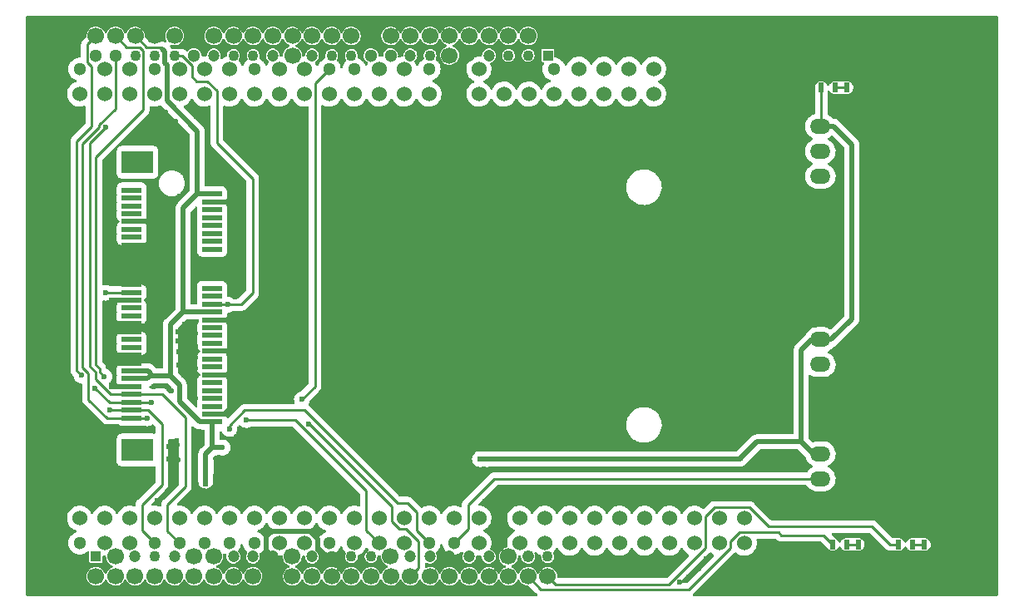
<source format=gbr>
%TF.GenerationSoftware,KiCad,Pcbnew,5.99.0-unknown-92c4596252~129~ubuntu20.04.1*%
%TF.CreationDate,2021-06-09T22:53:09+02:00*%
%TF.ProjectId,cubieboard-lora-gateway-lrwan-gs_hf1,63756269-6562-46f6-9172-642d6c6f7261,V1.0*%
%TF.SameCoordinates,Original*%
%TF.FileFunction,Copper,L1,Top*%
%TF.FilePolarity,Positive*%
%FSLAX46Y46*%
G04 Gerber Fmt 4.6, Leading zero omitted, Abs format (unit mm)*
G04 Created by KiCad (PCBNEW 5.99.0-unknown-92c4596252~129~ubuntu20.04.1) date 2021-06-09 22:53:09*
%MOMM*%
%LPD*%
G01*
G04 APERTURE LIST*
%TA.AperFunction,SMDPad,CuDef*%
%ADD10R,0.600000X1.000000*%
%TD*%
%TA.AperFunction,ComponentPad*%
%ADD11C,0.600000*%
%TD*%
%TA.AperFunction,ComponentPad*%
%ADD12C,5.400000*%
%TD*%
%TA.AperFunction,ComponentPad*%
%ADD13O,2.100000X1.524000*%
%TD*%
%TA.AperFunction,ComponentPad*%
%ADD14C,1.524000*%
%TD*%
%TA.AperFunction,ComponentPad*%
%ADD15C,1.300000*%
%TD*%
%TA.AperFunction,SMDPad,CuDef*%
%ADD16R,3.200000X2.300000*%
%TD*%
%TA.AperFunction,SMDPad,CuDef*%
%ADD17R,2.000000X0.530000*%
%TD*%
%TA.AperFunction,ComponentPad*%
%ADD18R,1.100000X1.100000*%
%TD*%
%TA.AperFunction,ComponentPad*%
%ADD19C,1.700000*%
%TD*%
%TA.AperFunction,ComponentPad*%
%ADD20C,1.100000*%
%TD*%
%TA.AperFunction,ComponentPad*%
%ADD21C,1.200000*%
%TD*%
%TA.AperFunction,ComponentPad*%
%ADD22C,1.220000*%
%TD*%
%TA.AperFunction,ViaPad*%
%ADD23C,0.600000*%
%TD*%
%TA.AperFunction,Conductor*%
%ADD24C,0.508000*%
%TD*%
%TA.AperFunction,Conductor*%
%ADD25C,0.254000*%
%TD*%
%TA.AperFunction,Conductor*%
%ADD26C,0.250000*%
%TD*%
G04 APERTURE END LIST*
D10*
%TO.P,R1,1*%
%TO.N,3V3*%
X178970000Y-77240000D03*
%TO.P,R1,2*%
%TO.N,Net-(D1-Pad1)*%
X180370000Y-77240000D03*
%TD*%
D11*
%TO.P,MH1,1,1*%
%TO.N,GND*%
X100690000Y-70630000D03*
X100690000Y-74630000D03*
X98957949Y-73630000D03*
X102422051Y-71630000D03*
X102422051Y-73630000D03*
D12*
X100690000Y-72630000D03*
D11*
X98957949Y-71630000D03*
%TD*%
%TO.P,MH3,1,1*%
%TO.N,GND*%
X100690000Y-124330000D03*
X98957949Y-127330000D03*
X100690000Y-128330000D03*
X102422051Y-125330000D03*
D12*
X100690000Y-126330000D03*
D11*
X102422051Y-127330000D03*
X98957949Y-125330000D03*
%TD*%
D13*
%TO.P,P1,1*%
%TO.N,3V3*%
X178880000Y-81180000D03*
%TO.P,P1,2*%
%TO.N,Net-(P1-Pad2)*%
X178880000Y-83720000D03*
%TO.P,P1,3*%
%TO.N,5V*%
X178880000Y-86260000D03*
%TD*%
D14*
%TO.P,U1,1*%
%TO.N,N/C*%
X161920000Y-75345000D03*
%TO.P,U1,2*%
X161920000Y-77885000D03*
%TO.P,U1,3*%
X159380000Y-75345000D03*
%TO.P,U1,4*%
X159380000Y-77885000D03*
%TO.P,U1,5*%
X156840000Y-75345000D03*
%TO.P,U1,6*%
X156840000Y-77885000D03*
%TO.P,U1,7*%
X154300000Y-75345000D03*
%TO.P,U1,8*%
X154300000Y-77885000D03*
D15*
%TO.P,U1,9*%
X151760000Y-75345000D03*
D14*
%TO.P,U1,10*%
X151760000Y-77885000D03*
D15*
%TO.P,U1,11,GND*%
%TO.N,GND*%
X149220000Y-75345000D03*
D14*
%TO.P,U1,12*%
%TO.N,N/C*%
X149220000Y-77885000D03*
%TO.P,U1,13,GND*%
%TO.N,GND*%
X146680000Y-75345000D03*
%TO.P,U1,14*%
%TO.N,N/C*%
X146680000Y-77885000D03*
%TO.P,U1,15,VIN*%
%TO.N,Net-(P1-Pad2)*%
X144140000Y-75345000D03*
%TO.P,U1,16*%
%TO.N,N/C*%
X144140000Y-77885000D03*
D15*
%TO.P,U1,17*%
X139060000Y-75345000D03*
D14*
%TO.P,U1,18*%
X139060000Y-77885000D03*
%TO.P,U1,19*%
X136520000Y-75345000D03*
%TO.P,U1,20*%
X136520000Y-77885000D03*
%TO.P,U1,21*%
X133980000Y-75345000D03*
%TO.P,U1,22*%
X133980000Y-77885000D03*
D15*
%TO.P,U1,23*%
X131440000Y-75345000D03*
D14*
%TO.P,U1,24*%
X131440000Y-77885000D03*
D15*
%TO.P,U1,25,GPIO4-PF5*%
%TO.N,/PE4{slash}TS0_D0*%
X128900000Y-75345000D03*
D14*
%TO.P,U1,26*%
%TO.N,N/C*%
X128900000Y-77885000D03*
%TO.P,U1,27,GPIO3-PF10*%
%TO.N,/PB2_PWM0*%
X126360000Y-75345000D03*
%TO.P,U1,28*%
%TO.N,N/C*%
X126360000Y-77885000D03*
%TO.P,U1,29*%
X123820000Y-75345000D03*
%TO.P,U1,30*%
X123820000Y-77885000D03*
D15*
%TO.P,U1,31*%
X121280000Y-75345000D03*
D14*
%TO.P,U1,32*%
X121280000Y-77885000D03*
%TO.P,U1,33*%
X118740000Y-75345000D03*
%TO.P,U1,34*%
X118740000Y-77885000D03*
%TO.P,U1,35*%
X116200000Y-75345000D03*
%TO.P,U1,36*%
X116200000Y-77885000D03*
%TO.P,U1,37*%
X113660000Y-75345000D03*
%TO.P,U1,38*%
X113660000Y-77885000D03*
D15*
%TO.P,U1,39*%
X111120000Y-75345000D03*
D14*
%TO.P,U1,40*%
X111120000Y-77885000D03*
%TO.P,U1,41*%
X108580000Y-75345000D03*
%TO.P,U1,42*%
X108580000Y-77885000D03*
%TO.P,U1,43*%
X106040000Y-75345000D03*
%TO.P,U1,44*%
X106040000Y-77885000D03*
D15*
%TO.P,U1,45*%
X103500000Y-75345000D03*
D14*
%TO.P,U1,46*%
X103500000Y-77885000D03*
%TO.P,U1,47*%
X171150000Y-121075000D03*
%TO.P,U1,48*%
X171150000Y-123615000D03*
%TO.P,U1,49*%
X168610000Y-121075000D03*
%TO.P,U1,50*%
X168610000Y-123615000D03*
%TO.P,U1,51*%
X166070000Y-121075000D03*
%TO.P,U1,52*%
X166070000Y-123615000D03*
%TO.P,U1,53*%
X163530000Y-121075000D03*
%TO.P,U1,54*%
X163530000Y-123615000D03*
%TO.P,U1,55*%
X160990000Y-121075000D03*
%TO.P,U1,56,SCK(opt)-PA5*%
X160990000Y-123615000D03*
%TO.P,U1,57*%
X158450000Y-121075000D03*
%TO.P,U1,58,MISO(opt)-PA6*%
X158450000Y-123615000D03*
%TO.P,U1,59*%
X155910000Y-121075000D03*
%TO.P,U1,60,MOSI(opt)-PA7*%
X155910000Y-123615000D03*
%TO.P,U1,61*%
X153370000Y-121075000D03*
%TO.P,U1,62,CSN(opt)-PD14*%
X153370000Y-123615000D03*
%TO.P,U1,63*%
X150830000Y-121075000D03*
%TO.P,U1,64,BAND_SET1_PD15*%
%TO.N,Net-(P2-Pad2)*%
X150830000Y-123615000D03*
%TO.P,U1,65*%
%TO.N,N/C*%
X148290000Y-121075000D03*
%TO.P,U1,66,RST-PF12*%
%TO.N,/PB11{slash}I2S_D03*%
X148290000Y-123615000D03*
%TO.P,U1,67*%
%TO.N,N/C*%
X144140000Y-121075000D03*
%TO.P,U1,68,GPIO0-PF13*%
%TO.N,/PE6{slash}TS0_D2{slash}CSI0_D2*%
X144140000Y-123615000D03*
%TO.P,U1,69*%
%TO.N,N/C*%
X141600000Y-121075000D03*
D15*
%TO.P,U1,70,BAND_SET2_PE9*%
%TO.N,Net-(P3-Pad2)*%
X141600000Y-123615000D03*
D14*
%TO.P,U1,71*%
%TO.N,N/C*%
X139060000Y-121075000D03*
D15*
%TO.P,U1,72,CSN-PE11*%
%TO.N,/PI10{slash}SPI0_CS0{slash}UART5_TX{slash}EINT22*%
X139060000Y-123615000D03*
D14*
%TO.P,U1,73*%
%TO.N,N/C*%
X136520000Y-121075000D03*
%TO.P,U1,74,GPIO1-PF14*%
%TO.N,/PE5{slash}TS0_D1{slash}CSI0_D1{slash}SMC_VPPEN*%
X136520000Y-123615000D03*
%TO.P,U1,75*%
%TO.N,N/C*%
X133980000Y-121075000D03*
%TO.P,U1,76,MISO-PE13*%
%TO.N,/PI13{slash}SPI0_MISO{slash}UART6_RX{slash}EINT25*%
X133980000Y-123615000D03*
%TO.P,U1,77*%
%TO.N,N/C*%
X131440000Y-121075000D03*
%TO.P,U1,78,GPIO2-PF15*%
%TO.N,/PB18{slash}TWI1_SCK*%
X131440000Y-123615000D03*
%TO.P,U1,79*%
%TO.N,N/C*%
X128900000Y-121075000D03*
D15*
%TO.P,U1,80*%
X128900000Y-123615000D03*
D14*
%TO.P,U1,81*%
X126360000Y-121075000D03*
%TO.P,U1,82*%
X126360000Y-123615000D03*
%TO.P,U1,83*%
X123820000Y-121075000D03*
%TO.P,U1,84*%
X123820000Y-123615000D03*
%TO.P,U1,85*%
X121280000Y-121075000D03*
D15*
%TO.P,U1,86*%
X121280000Y-123615000D03*
D14*
%TO.P,U1,87*%
X118740000Y-121075000D03*
D15*
%TO.P,U1,88*%
X118740000Y-123615000D03*
D14*
%TO.P,U1,89*%
X116200000Y-121075000D03*
D15*
%TO.P,U1,90*%
X116200000Y-123615000D03*
D14*
%TO.P,U1,91*%
X113660000Y-121075000D03*
D15*
%TO.P,U1,92,SCK-PE12*%
%TO.N,/PI11{slash}SPI0_CLK{slash}UART5_RX*%
X113660000Y-123615000D03*
D14*
%TO.P,U1,93*%
%TO.N,N/C*%
X111120000Y-121075000D03*
D15*
%TO.P,U1,94,MOSI-PE14*%
%TO.N,/PI12{slash}SPI0_MOSI{slash}UART6_TX{slash}EINT24*%
X111120000Y-123615000D03*
D14*
%TO.P,U1,95*%
%TO.N,N/C*%
X108580000Y-121075000D03*
%TO.P,U1,96*%
X108580000Y-123615000D03*
%TO.P,U1,97*%
X106040000Y-121075000D03*
%TO.P,U1,98*%
X106040000Y-123615000D03*
%TO.P,U1,99*%
X103500000Y-121075000D03*
D15*
%TO.P,U1,100*%
X103500000Y-123615000D03*
%TD*%
D10*
%TO.P,D2,1,A*%
%TO.N,Net-(D2-Pad1)*%
X189480000Y-123750000D03*
%TO.P,D2,2,K*%
%TO.N,GND*%
X190880000Y-123750000D03*
%TD*%
D11*
%TO.P,MH2,1,1*%
%TO.N,GND*%
X172557949Y-71630000D03*
D12*
X174290000Y-72630000D03*
D11*
X174290000Y-74630000D03*
X172557949Y-73630000D03*
X174290000Y-70630000D03*
X176022051Y-71630000D03*
X176022051Y-73630000D03*
%TD*%
D13*
%TO.P,P2,1*%
%TO.N,3V3*%
X178880000Y-102900000D03*
%TO.P,P2,2*%
%TO.N,Net-(P2-Pad2)*%
X178880000Y-105440000D03*
%TO.P,P2,3*%
%TO.N,GND*%
X178880000Y-107980000D03*
%TD*%
D10*
%TO.P,C2,1*%
%TO.N,3V3*%
X116340000Y-117300000D03*
%TO.P,C2,2*%
%TO.N,GND*%
X117740000Y-117300000D03*
%TD*%
%TO.P,D1,1,A*%
%TO.N,Net-(D1-Pad1)*%
X181590000Y-77240000D03*
%TO.P,D1,2,K*%
%TO.N,GND*%
X182990000Y-77240000D03*
%TD*%
%TO.P,R3,1*%
%TO.N,/PE10{slash}TS0_D6{slash}CSI0_D6*%
X180150000Y-123750000D03*
%TO.P,R3,2*%
%TO.N,Net-(D3-Pad1)*%
X181550000Y-123750000D03*
%TD*%
%TO.P,R2,1*%
%TO.N,/PE11{slash}TS0_D7{slash}CSI0_D7*%
X186850000Y-123750000D03*
%TO.P,R2,2*%
%TO.N,Net-(D2-Pad1)*%
X188250000Y-123750000D03*
%TD*%
%TO.P,D3,1,A*%
%TO.N,Net-(D3-Pad1)*%
X182760000Y-123750000D03*
%TO.P,D3,2,K*%
%TO.N,GND*%
X184160000Y-123750000D03*
%TD*%
%TO.P,C1,1*%
%TO.N,3V3*%
X116340000Y-115830000D03*
%TO.P,C1,2*%
%TO.N,GND*%
X117740000Y-115830000D03*
%TD*%
D13*
%TO.P,P3,1*%
%TO.N,3V3*%
X178880000Y-114530000D03*
%TO.P,P3,2*%
%TO.N,Net-(P3-Pad2)*%
X178880000Y-117070000D03*
%TO.P,P3,3*%
%TO.N,GND*%
X178880000Y-119610000D03*
%TD*%
D16*
%TO.P,Con3,0*%
%TO.N,N/C*%
X109382500Y-84830000D03*
X109382500Y-114130000D03*
D17*
%TO.P,Con3,1,1*%
X108782500Y-87680000D03*
%TO.P,Con3,2,2*%
%TO.N,3V3*%
X116982500Y-88080000D03*
%TO.P,Con3,3,3*%
%TO.N,N/C*%
X108782500Y-88480000D03*
%TO.P,Con3,4,4*%
%TO.N,GND*%
X116982500Y-88880000D03*
%TO.P,Con3,5,5*%
%TO.N,N/C*%
X108782500Y-89280000D03*
%TO.P,Con3,6,6*%
X116982500Y-89680000D03*
%TO.P,Con3,7,7*%
X108782500Y-90080000D03*
%TO.P,Con3,8,8*%
X116982500Y-90480000D03*
%TO.P,Con3,9,9*%
%TO.N,GND*%
X108782500Y-90880000D03*
%TO.P,Con3,10,10*%
%TO.N,N/C*%
X116982500Y-91280000D03*
%TO.P,Con3,11,11*%
X108782500Y-91680000D03*
%TO.P,Con3,12,12*%
X116982500Y-92080000D03*
%TO.P,Con3,13,13*%
X108782500Y-92480000D03*
%TO.P,Con3,14,14*%
X116982500Y-92880000D03*
%TO.P,Con3,15,15*%
%TO.N,GND*%
X108782500Y-93280000D03*
%TO.P,Con3,16,16*%
%TO.N,N/C*%
X116982500Y-93680000D03*
%TO.P,Con3,17,17*%
%TO.N,GND*%
X108782500Y-97280000D03*
%TO.P,Con3,18,18*%
%TO.N,N/C*%
X116982500Y-97680000D03*
%TO.P,Con3,19,19*%
%TO.N,/PB18{slash}TWI1_SCK*%
X108782500Y-98080000D03*
%TO.P,Con3,20,20*%
%TO.N,N/C*%
X116982500Y-98480000D03*
%TO.P,Con3,21,21*%
%TO.N,GND*%
X108782500Y-98880000D03*
%TO.P,Con3,22,22*%
%TO.N,/PB11{slash}I2S_D03*%
X116982500Y-99280000D03*
%TO.P,Con3,23,23*%
%TO.N,N/C*%
X108782500Y-99680000D03*
%TO.P,Con3,24,24*%
%TO.N,3V3*%
X116982500Y-100080000D03*
%TO.P,Con3,25,25*%
%TO.N,N/C*%
X108782500Y-100480000D03*
%TO.P,Con3,26,26*%
%TO.N,GND*%
X116982500Y-100880000D03*
%TO.P,Con3,27,27*%
X108782500Y-101280000D03*
%TO.P,Con3,28,28*%
%TO.N,N/C*%
X116982500Y-101680000D03*
%TO.P,Con3,29,29*%
%TO.N,GND*%
X108782500Y-102080000D03*
%TO.P,Con3,30,30*%
%TO.N,N/C*%
X116982500Y-102480000D03*
%TO.P,Con3,31,31*%
X108782500Y-102880000D03*
%TO.P,Con3,32,32*%
X116982500Y-103280000D03*
%TO.P,Con3,33,33*%
X108782500Y-103680000D03*
%TO.P,Con3,34,34*%
%TO.N,GND*%
X116982500Y-104080000D03*
%TO.P,Con3,35,35*%
X108782500Y-104480000D03*
%TO.P,Con3,36,36*%
%TO.N,N/C*%
X116982500Y-104880000D03*
%TO.P,Con3,37,37*%
%TO.N,GND*%
X108782500Y-105280000D03*
%TO.P,Con3,38,38*%
%TO.N,N/C*%
X116982500Y-105680000D03*
%TO.P,Con3,39,39*%
%TO.N,3V3*%
X108782500Y-106080000D03*
%TO.P,Con3,40,40*%
%TO.N,GND*%
X116982500Y-106480000D03*
%TO.P,Con3,41,41*%
%TO.N,3V3*%
X108782500Y-106880000D03*
%TO.P,Con3,42,42*%
%TO.N,N/C*%
X116982500Y-107280000D03*
%TO.P,Con3,43,43*%
%TO.N,GND*%
X108782500Y-107680000D03*
%TO.P,Con3,44,44*%
%TO.N,N/C*%
X116982500Y-108080000D03*
%TO.P,Con3,45,45*%
%TO.N,/PI11{slash}SPI0_CLK{slash}UART5_RX*%
X108782500Y-108480000D03*
%TO.P,Con3,46,46*%
%TO.N,N/C*%
X116982500Y-108880000D03*
%TO.P,Con3,47,47*%
%TO.N,/PI13{slash}SPI0_MISO{slash}UART6_RX{slash}EINT25*%
X108782500Y-109280000D03*
%TO.P,Con3,48,48*%
%TO.N,N/C*%
X116982500Y-109680000D03*
%TO.P,Con3,49,49*%
%TO.N,/PI12{slash}SPI0_MOSI{slash}UART6_TX{slash}EINT24*%
X108782500Y-110080000D03*
%TO.P,Con3,50,50*%
%TO.N,GND*%
X116982500Y-110480000D03*
%TO.P,Con3,51,51*%
%TO.N,/PI10{slash}SPI0_CS0{slash}UART5_TX{slash}EINT22*%
X108782500Y-110880000D03*
%TO.P,Con3,52,52*%
%TO.N,3V3*%
X116982500Y-111280000D03*
%TD*%
D12*
%TO.P,MH4,1,1*%
%TO.N,GND*%
X174290000Y-126330000D03*
D11*
X174290000Y-124330000D03*
X172557949Y-127330000D03*
X174290000Y-128330000D03*
X172557949Y-125330000D03*
X176022051Y-127330000D03*
X176022051Y-125330000D03*
%TD*%
D18*
%TO.P,Con1,1,1*%
%TO.N,N/C*%
X151150000Y-73970000D03*
D19*
%TO.P,Con1,2,2*%
%TO.N,GND*%
X151150000Y-71970000D03*
D20*
%TO.P,Con1,3,3*%
%TO.N,N/C*%
X149150000Y-73970000D03*
D19*
%TO.P,Con1,4,4*%
X149150000Y-71970000D03*
D20*
%TO.P,Con1,5,5*%
X147150000Y-73970000D03*
D19*
%TO.P,Con1,6,6*%
X147150000Y-71970000D03*
D21*
%TO.P,Con1,7,7*%
X145150000Y-73970000D03*
D19*
%TO.P,Con1,8,8*%
X145150000Y-71970000D03*
D21*
%TO.P,Con1,9,9*%
%TO.N,GND*%
X143150000Y-73970000D03*
D19*
%TO.P,Con1,10,10*%
%TO.N,N/C*%
X143150000Y-71970000D03*
%TO.P,Con1,11,11*%
X141150000Y-73970000D03*
%TO.P,Con1,12,12*%
X141150000Y-71970000D03*
D20*
%TO.P,Con1,13,13*%
X139150000Y-73970000D03*
D19*
%TO.P,Con1,14,14*%
X139150000Y-71970000D03*
D21*
%TO.P,Con1,15,15*%
X137150000Y-73970000D03*
D19*
%TO.P,Con1,16,16*%
X137150000Y-71970000D03*
D15*
%TO.P,Con1,17,17*%
X135150000Y-73970000D03*
D19*
%TO.P,Con1,18,18*%
X135150000Y-71970000D03*
D15*
%TO.P,Con1,19,19*%
X133150000Y-73970000D03*
D19*
%TO.P,Con1,20,20*%
%TO.N,GND*%
X133150000Y-71970000D03*
D20*
%TO.P,Con1,21,21*%
%TO.N,N/C*%
X131150000Y-73970000D03*
D19*
%TO.P,Con1,22,22*%
X131150000Y-71970000D03*
D20*
%TO.P,Con1,23,23*%
X129150000Y-73970000D03*
D19*
%TO.P,Con1,24,24*%
X129150000Y-71970000D03*
D21*
%TO.P,Con1,25,25*%
X127150000Y-73970000D03*
D19*
%TO.P,Con1,26,26*%
X127150000Y-71970000D03*
%TO.P,Con1,27,27*%
X125150000Y-73970000D03*
%TO.P,Con1,28,28*%
X125150000Y-71970000D03*
D21*
%TO.P,Con1,29,29*%
X123150000Y-73970000D03*
D19*
%TO.P,Con1,30,30*%
X123150000Y-71970000D03*
D20*
%TO.P,Con1,31,31*%
%TO.N,/PB2_PWM0*%
X121150000Y-73970000D03*
D19*
%TO.P,Con1,32,32*%
%TO.N,N/C*%
X121140000Y-71970000D03*
D20*
%TO.P,Con1,33,33*%
X119150000Y-73970000D03*
D19*
%TO.P,Con1,34,34*%
X119150000Y-71970000D03*
D21*
%TO.P,Con1,35,35*%
X117150000Y-73970000D03*
D19*
%TO.P,Con1,36,36*%
X117150000Y-71970000D03*
D15*
%TO.P,Con1,37,37*%
X115150000Y-73970000D03*
D19*
%TO.P,Con1,38,38*%
%TO.N,GND*%
X115150000Y-71970000D03*
D20*
%TO.P,Con1,39,39*%
%TO.N,/PB11{slash}I2S_D03*%
X113150000Y-73970000D03*
D19*
%TO.P,Con1,40,40*%
%TO.N,N/C*%
X113150000Y-71970000D03*
D20*
%TO.P,Con1,41,41*%
X111150000Y-73970000D03*
D19*
%TO.P,Con1,42,42*%
%TO.N,GND*%
X111150000Y-71970000D03*
D20*
%TO.P,Con1,43,43*%
%TO.N,5V*%
X109150000Y-73970000D03*
D19*
%TO.P,Con1,44,44*%
%TO.N,3V3*%
X109150000Y-71970000D03*
D15*
%TO.P,Con1,45,45*%
%TO.N,/PI10{slash}SPI0_CS0{slash}UART5_TX{slash}EINT22*%
X107150000Y-73970000D03*
D19*
%TO.P,Con1,46,46*%
%TO.N,/PI12{slash}SPI0_MOSI{slash}UART6_TX{slash}EINT24*%
X107150000Y-71970000D03*
D15*
%TO.P,Con1,47,47*%
%TO.N,/PI11{slash}SPI0_CLK{slash}UART5_RX*%
X105150000Y-73970000D03*
D19*
%TO.P,Con1,48,48*%
%TO.N,/PI13{slash}SPI0_MISO{slash}UART6_RX{slash}EINT25*%
X105150000Y-71970000D03*
%TD*%
D18*
%TO.P,Con2,1,1*%
%TO.N,5V*%
X105140000Y-125000000D03*
D19*
%TO.P,Con2,2,2*%
%TO.N,N/C*%
X105140000Y-127000000D03*
%TO.P,Con2,3,3*%
X107140000Y-125000000D03*
%TO.P,Con2,4,4*%
X107140000Y-127000000D03*
D21*
%TO.P,Con2,5,5*%
X109140000Y-125000000D03*
D19*
%TO.P,Con2,6,6*%
%TO.N,/PB18{slash}TWI1_SCK*%
X109140000Y-127000000D03*
D20*
%TO.P,Con2,7,7*%
%TO.N,N/C*%
X111140000Y-125000000D03*
D19*
%TO.P,Con2,8,8*%
X111140000Y-127000000D03*
D21*
%TO.P,Con2,9,9*%
X113140000Y-125000000D03*
D19*
%TO.P,Con2,10,10*%
X113140000Y-127000000D03*
%TO.P,Con2,11,11*%
X115140000Y-125000000D03*
%TO.P,Con2,12,12*%
X115140000Y-127000000D03*
%TO.P,Con2,13,13*%
X117140000Y-125000000D03*
%TO.P,Con2,14,14*%
X117140000Y-127000000D03*
D21*
%TO.P,Con2,15,15*%
X119140000Y-125000000D03*
D19*
%TO.P,Con2,16,16*%
X119140000Y-127000000D03*
D21*
%TO.P,Con2,17,17*%
X121140000Y-125000000D03*
D19*
%TO.P,Con2,18,18*%
X121140000Y-127000000D03*
D21*
%TO.P,Con2,19,19*%
%TO.N,GND*%
X123140000Y-125000000D03*
D19*
%TO.P,Con2,20,20*%
X123140000Y-127000000D03*
%TO.P,Con2,21,21*%
%TO.N,N/C*%
X125140000Y-125000000D03*
%TO.P,Con2,22,22*%
X125140000Y-127000000D03*
D21*
%TO.P,Con2,23,23*%
X127140000Y-125000000D03*
D19*
%TO.P,Con2,24,24*%
X127140000Y-127000000D03*
D20*
%TO.P,Con2,25,25*%
%TO.N,GND*%
X129140000Y-125000000D03*
D19*
%TO.P,Con2,26,26*%
%TO.N,N/C*%
X129140000Y-127000000D03*
D20*
%TO.P,Con2,27,27*%
X131140000Y-125000000D03*
D19*
%TO.P,Con2,28,28*%
X131140000Y-127000000D03*
D20*
%TO.P,Con2,29,29*%
X133140000Y-125000000D03*
D19*
%TO.P,Con2,30,30*%
X133140000Y-127000000D03*
%TO.P,Con2,31,31*%
X135140000Y-125000000D03*
%TO.P,Con2,32,32*%
X135150000Y-127000000D03*
D21*
%TO.P,Con2,33,33*%
X137140000Y-125000000D03*
D19*
%TO.P,Con2,34,34*%
%TO.N,/PE4{slash}TS0_D0*%
X137140000Y-127000000D03*
D21*
%TO.P,Con2,35,35*%
%TO.N,N/C*%
X139140000Y-125000000D03*
D19*
%TO.P,Con2,36,36*%
%TO.N,/PE5{slash}TS0_D1{slash}CSI0_D1{slash}SMC_VPPEN*%
X139140000Y-127000000D03*
D21*
%TO.P,Con2,37,37*%
%TO.N,GND*%
X141140000Y-125000000D03*
D19*
%TO.P,Con2,38,38*%
%TO.N,/PE6{slash}TS0_D2{slash}CSI0_D2*%
X141140000Y-127000000D03*
D21*
%TO.P,Con2,39,39*%
%TO.N,N/C*%
X143140000Y-125000000D03*
D19*
%TO.P,Con2,40,40*%
X143140000Y-127000000D03*
D21*
%TO.P,Con2,41,41*%
X145140000Y-125000000D03*
D19*
%TO.P,Con2,42,42*%
X145140000Y-127000000D03*
%TO.P,Con2,43,43*%
X147140000Y-125000000D03*
%TO.P,Con2,44,44*%
X147140000Y-127000000D03*
D22*
%TO.P,Con2,45,45*%
X149140000Y-125000000D03*
D19*
%TO.P,Con2,46,46*%
%TO.N,/PE10{slash}TS0_D6{slash}CSI0_D6*%
X149140000Y-127000000D03*
D20*
%TO.P,Con2,47,47*%
%TO.N,N/C*%
X151140000Y-125000000D03*
D19*
%TO.P,Con2,48,48*%
%TO.N,/PE11{slash}TS0_D7{slash}CSI0_D7*%
X151140000Y-127000000D03*
%TD*%
D23*
%TO.N,GND*%
X161440000Y-83710000D03*
X159990000Y-83750000D03*
X158240000Y-83710000D03*
X156620000Y-83810000D03*
X155250000Y-83790000D03*
X153710000Y-83750000D03*
X152000000Y-83730000D03*
X150550000Y-83750000D03*
X149010000Y-83730000D03*
X147180000Y-83730000D03*
X145660000Y-83730000D03*
X143980000Y-83710000D03*
X142440000Y-83660000D03*
X141140000Y-83660000D03*
X139710000Y-83660000D03*
X138390000Y-83660000D03*
X137000000Y-83700000D03*
X135710000Y-83700000D03*
X134390000Y-83680000D03*
X133220000Y-83640000D03*
X132010000Y-83660000D03*
X130920000Y-83660000D03*
X129730000Y-83660000D03*
X128670000Y-83660000D03*
%TO.N,3V3*%
X117342500Y-113877500D03*
X144250000Y-115060000D03*
%TO.N,GND*%
X128680000Y-86930000D03*
X155820000Y-113850000D03*
X180650000Y-97380000D03*
X141090000Y-111240000D03*
X113240000Y-80720000D03*
X115280000Y-101130000D03*
X158550000Y-118280000D03*
X100600000Y-98360000D03*
X164320000Y-85180000D03*
X158000000Y-81310500D03*
X167580000Y-128030000D03*
X116670000Y-119450000D03*
X132760000Y-113480000D03*
X135430000Y-105650000D03*
X158610000Y-73450000D03*
X160920000Y-126250000D03*
X168070000Y-83340000D03*
X159750000Y-81310500D03*
X120110000Y-97000000D03*
X141950000Y-79600000D03*
X106760000Y-102120000D03*
X166470000Y-126190000D03*
X175050000Y-118370000D03*
X111120000Y-89200000D03*
X100550000Y-87630000D03*
X128640000Y-89680000D03*
X163720000Y-77620000D03*
X128860000Y-100710000D03*
X126100000Y-79940000D03*
X166610000Y-83100000D03*
X140410000Y-79370000D03*
X179790000Y-88200000D03*
X101780000Y-122750000D03*
X126170000Y-98000000D03*
X173270000Y-87570000D03*
X116730000Y-83740000D03*
X122270000Y-86450000D03*
X165330000Y-78680000D03*
X143680000Y-110080000D03*
X131810000Y-98220000D03*
X127440000Y-116370000D03*
X111500000Y-91600000D03*
X154990000Y-81310500D03*
X169570000Y-116100000D03*
X112760000Y-98050000D03*
X128630000Y-85890000D03*
X164060000Y-113670000D03*
X169530000Y-87550000D03*
X148210000Y-116160000D03*
X100590000Y-100410000D03*
X148780000Y-113680000D03*
X103860000Y-119310000D03*
X106800000Y-101230000D03*
X106290000Y-95080000D03*
X170550000Y-127330000D03*
X109660000Y-94380000D03*
X111080000Y-107680000D03*
X137800000Y-104240000D03*
X170820000Y-85120000D03*
X125050000Y-107770000D03*
X106330000Y-93730000D03*
X121760000Y-119420000D03*
X117880000Y-96520000D03*
X149710000Y-119390000D03*
X112690000Y-90370000D03*
X121550000Y-112260000D03*
X124770000Y-113700000D03*
X147910000Y-79139500D03*
X110940000Y-96830000D03*
X122320000Y-98100000D03*
X110330000Y-96080000D03*
X113190000Y-116370000D03*
X119010000Y-109010000D03*
X180670000Y-95010000D03*
X115400000Y-80210000D03*
X172170000Y-87510000D03*
X129670000Y-80540000D03*
X153610000Y-116100000D03*
X114020000Y-84960000D03*
X112700000Y-92430000D03*
X120060000Y-87020000D03*
X134870000Y-80450000D03*
X180900000Y-85360000D03*
X173410000Y-111850000D03*
X110720000Y-102620000D03*
X161620000Y-125470000D03*
X120380000Y-80440000D03*
X111580000Y-104100000D03*
X147010000Y-113770000D03*
X116520000Y-80600000D03*
X126140000Y-100590000D03*
X162190000Y-118360000D03*
X121250000Y-79590000D03*
X126200000Y-95100000D03*
X140290000Y-80410000D03*
X175870000Y-109760000D03*
X102300000Y-83880000D03*
X140570000Y-76530000D03*
X109390000Y-81680000D03*
X175970000Y-114650000D03*
X111030000Y-99330000D03*
X144480000Y-79730000D03*
X122420000Y-87920000D03*
X155940000Y-118190000D03*
X178870000Y-88390000D03*
X123000000Y-108870000D03*
X115160000Y-115640000D03*
X167500000Y-112040000D03*
X134520000Y-116460000D03*
X112680000Y-91390000D03*
X129640000Y-119680000D03*
X120040000Y-94730000D03*
X155830000Y-126240000D03*
X126180000Y-116440000D03*
X111620000Y-103110000D03*
X103210000Y-80880000D03*
X175580000Y-104080000D03*
X166900000Y-116170000D03*
X114320000Y-86080000D03*
X118050000Y-85760000D03*
X142310000Y-75130000D03*
X102590500Y-115460000D03*
X173440000Y-115960000D03*
X160010000Y-118360000D03*
X140840000Y-78150000D03*
X136430000Y-106650000D03*
X115200000Y-117010000D03*
X108580000Y-94450000D03*
X177230000Y-118820000D03*
X106330000Y-92420000D03*
X125360000Y-116470000D03*
X119200000Y-116560000D03*
X172830000Y-82390000D03*
X110890000Y-88170000D03*
X119340000Y-97680000D03*
X120040000Y-91110000D03*
X167480000Y-84430000D03*
X159840000Y-119460000D03*
X115190000Y-97740000D03*
X173930000Y-109220000D03*
X175630000Y-108660000D03*
X138790000Y-79800000D03*
X122420000Y-79470000D03*
X125150000Y-83840000D03*
X146790000Y-116140000D03*
X108690000Y-96070000D03*
X100630000Y-96230000D03*
X172290000Y-84970000D03*
X122320000Y-96460000D03*
X175850000Y-87530000D03*
X174660000Y-115720000D03*
X112780000Y-96920000D03*
X133760000Y-100150000D03*
X130100000Y-79460000D03*
X165660000Y-82350000D03*
X106260000Y-89100000D03*
X153330000Y-73550000D03*
X122350000Y-92210000D03*
X163220000Y-119220000D03*
X128630000Y-84840000D03*
X106740000Y-98910000D03*
X126240000Y-83860000D03*
X122800000Y-116440000D03*
X113650000Y-88320000D03*
X170180000Y-79630000D03*
X114310000Y-119230000D03*
X104580000Y-115850000D03*
X119970000Y-92370000D03*
X104040000Y-112480000D03*
X180960000Y-83710000D03*
X125940000Y-106710000D03*
X106290000Y-84860000D03*
X122440000Y-112680000D03*
X112390000Y-118460000D03*
X162370000Y-126320000D03*
X115300000Y-95560000D03*
X166510000Y-86870000D03*
X114390000Y-87630000D03*
X164790000Y-118340000D03*
X148450000Y-81310000D03*
X166320000Y-78560000D03*
X104610000Y-110730000D03*
X122270000Y-94900000D03*
X143130000Y-79350000D03*
X175650000Y-107590000D03*
X164480000Y-119380000D03*
X123690000Y-79720000D03*
X161130000Y-118500000D03*
X150700000Y-118920000D03*
X108030000Y-116370000D03*
X108200000Y-119270000D03*
X161240000Y-81310500D03*
X100850000Y-85970000D03*
X141550000Y-80460000D03*
X149950000Y-81310500D03*
X126360000Y-113670000D03*
X136370000Y-80570000D03*
X106450000Y-117720000D03*
X144760000Y-111250000D03*
X122400000Y-90800000D03*
X102590500Y-119290000D03*
X106920000Y-119390000D03*
X110610000Y-90830000D03*
X165120000Y-86140000D03*
X128760000Y-95130000D03*
X151350000Y-81310500D03*
X119140000Y-85940000D03*
X111960000Y-107600000D03*
X120740000Y-100580000D03*
X125250000Y-98100000D03*
X100610000Y-116770000D03*
X165910000Y-119220000D03*
X173810000Y-105940000D03*
X143150000Y-116510000D03*
X120020000Y-95980000D03*
X146000000Y-112530000D03*
X150310000Y-76550000D03*
X132800000Y-79750000D03*
X128600000Y-80510000D03*
X131450000Y-79500000D03*
X128910000Y-79670000D03*
X163340000Y-76310000D03*
X124150000Y-116440000D03*
X171300000Y-108090000D03*
X126300000Y-91540000D03*
X117840000Y-86870000D03*
X112690000Y-94500000D03*
X106710000Y-112180000D03*
X112790000Y-108150000D03*
X115210000Y-92580000D03*
X126050000Y-84790000D03*
X101610000Y-85160000D03*
X128340000Y-108990000D03*
X176920000Y-120530000D03*
X112690000Y-89160000D03*
X112360000Y-84770000D03*
X160030000Y-73430000D03*
X138230000Y-119450000D03*
X180650000Y-98630000D03*
X155700000Y-119190000D03*
X180080000Y-100860000D03*
X107550000Y-94380000D03*
X119620000Y-87840000D03*
X153000000Y-79139500D03*
X164390000Y-81360000D03*
X103090000Y-114240000D03*
X135490000Y-79620000D03*
X176060000Y-102900000D03*
X140270000Y-106560000D03*
X138630000Y-108730000D03*
X173730000Y-118270000D03*
X180690000Y-88040000D03*
X150660000Y-113720000D03*
X106770000Y-107670000D03*
X105850000Y-114320000D03*
X100520000Y-94400000D03*
X100570000Y-102310000D03*
X119340000Y-98510000D03*
X154030000Y-119340000D03*
X105440000Y-116740000D03*
X116710000Y-87000000D03*
X119370000Y-119470000D03*
X174430000Y-111930000D03*
X106330000Y-90840000D03*
X112080000Y-83430000D03*
X166600000Y-112970000D03*
X103310000Y-108020000D03*
X111720000Y-90290000D03*
X174450000Y-114710000D03*
X162990000Y-81310500D03*
X176200000Y-118370000D03*
X174470000Y-120800000D03*
X128950000Y-109940000D03*
X169300000Y-82800000D03*
X134440000Y-104590000D03*
X170200000Y-128430000D03*
X157380000Y-73590000D03*
X115530000Y-96490000D03*
X165640000Y-81240000D03*
X173590000Y-120140000D03*
X150120000Y-118230000D03*
X147280000Y-118740000D03*
X141400000Y-107710000D03*
X167920000Y-118300000D03*
X172620000Y-106780000D03*
X103390000Y-111260000D03*
X160610000Y-79139500D03*
X142640000Y-109000000D03*
X130020000Y-111000000D03*
X120670000Y-119310000D03*
X111710000Y-105450000D03*
X170560000Y-109010000D03*
X128220000Y-119610000D03*
X163150000Y-83810000D03*
X170280000Y-125260000D03*
X169480000Y-127410000D03*
X120470000Y-108550000D03*
X115510000Y-113130000D03*
X134090000Y-79760000D03*
X178820000Y-100950000D03*
X147960000Y-118240000D03*
X159250000Y-126120000D03*
X119310000Y-100840000D03*
X119090000Y-79670000D03*
X124190000Y-98130000D03*
X147180000Y-119720000D03*
X137560000Y-107710000D03*
X115180000Y-91070000D03*
X121790000Y-113730000D03*
X156680000Y-125800000D03*
X111580000Y-101960000D03*
X167240000Y-125210000D03*
X180660000Y-99910000D03*
X106270000Y-96870000D03*
X102570000Y-81840000D03*
X142490000Y-118310000D03*
X115020000Y-107890000D03*
X165470000Y-127090000D03*
X145470000Y-80180000D03*
X123900000Y-112410000D03*
X115320000Y-108880000D03*
X167120000Y-119200000D03*
X165490000Y-113590000D03*
X180690000Y-92270000D03*
X175930000Y-120610000D03*
X180610000Y-90840000D03*
X110860000Y-98020000D03*
X100640000Y-115270000D03*
X154380000Y-125330000D03*
X151350000Y-118190000D03*
X128790000Y-107310000D03*
X126070000Y-103550000D03*
X106690000Y-104500000D03*
X131370000Y-101870000D03*
X108650000Y-117120000D03*
X133410000Y-80580000D03*
X167220000Y-81330000D03*
X168930000Y-84780000D03*
X122270000Y-93580000D03*
X170400000Y-113760000D03*
X110040000Y-82500000D03*
X171290000Y-80860000D03*
X121870000Y-83840000D03*
X176280000Y-119810000D03*
X174080000Y-85020000D03*
X120340000Y-113920000D03*
X148920000Y-118340000D03*
X112560000Y-113810000D03*
X180900000Y-86420000D03*
X118780000Y-87470000D03*
X124860000Y-119490000D03*
X167930000Y-78750000D03*
X134700000Y-100980000D03*
X125080000Y-79520000D03*
X121580000Y-85110000D03*
X143390000Y-117720000D03*
X109620000Y-118020000D03*
X132060000Y-80670000D03*
X152430000Y-116180000D03*
X157740000Y-113770000D03*
X138090000Y-80590000D03*
X100600000Y-118720000D03*
X123140000Y-113710000D03*
X152700000Y-125470000D03*
X111400000Y-119310000D03*
X162800000Y-73620000D03*
X164790000Y-125170000D03*
X112590000Y-115060000D03*
X172090000Y-111980000D03*
X130610000Y-118950000D03*
X119930000Y-88790000D03*
X153170000Y-81310500D03*
X116390000Y-118640000D03*
X119320000Y-104100000D03*
X155700000Y-125320000D03*
X112280000Y-99960000D03*
X157090000Y-118260000D03*
X148420000Y-119140000D03*
X176690000Y-115620000D03*
X100480000Y-106270000D03*
X126350000Y-80760000D03*
X180650000Y-96320000D03*
X169880000Y-118380000D03*
X176240000Y-85050000D03*
X129130000Y-98010000D03*
X153140000Y-71980000D03*
X119170000Y-102540000D03*
X113550000Y-102080000D03*
X168380000Y-111160000D03*
X112270000Y-79760000D03*
X107230000Y-118450000D03*
X120010000Y-79200000D03*
X110720000Y-112120000D03*
X119250000Y-106460000D03*
X150440000Y-79139500D03*
X128860000Y-105650000D03*
X113570000Y-105490000D03*
X130510000Y-98000000D03*
X100550000Y-108080000D03*
X125280000Y-112750000D03*
X110470000Y-101590000D03*
X155560000Y-79139500D03*
X169480000Y-126100000D03*
X120120000Y-101340000D03*
X119510000Y-105450000D03*
X129570000Y-118190000D03*
X154670000Y-118510000D03*
X126080000Y-105350000D03*
X156810000Y-81310500D03*
X174560000Y-105030000D03*
X141880000Y-76620000D03*
X114150000Y-101310000D03*
X110540000Y-81470000D03*
X103670000Y-114870000D03*
X136640000Y-117530000D03*
X118940000Y-96410000D03*
X136840000Y-103140000D03*
X154780000Y-73590000D03*
X176520000Y-82510000D03*
X128670000Y-88190000D03*
X124540000Y-108870000D03*
X138160000Y-116490000D03*
X118780000Y-88890000D03*
X112650000Y-93500000D03*
X126250000Y-96790000D03*
X118730000Y-118100000D03*
X128640000Y-96670000D03*
X143360000Y-113700000D03*
X169770000Y-112960000D03*
X132940000Y-99160000D03*
X115300000Y-102290000D03*
X121900000Y-116420000D03*
X100600000Y-90670000D03*
X162760000Y-125250000D03*
X111630000Y-100740000D03*
X100550000Y-104300000D03*
X154110000Y-113700000D03*
X149550000Y-116180000D03*
X115230000Y-114430000D03*
X105600000Y-118320000D03*
X142080000Y-77950000D03*
X123290000Y-100420000D03*
X109620000Y-116490000D03*
X110680000Y-93230000D03*
X148210000Y-76370000D03*
X100530000Y-92480000D03*
X172840000Y-119340000D03*
X168600000Y-128490000D03*
X139100000Y-105330000D03*
X176890000Y-102120000D03*
X116760000Y-84940000D03*
X175600000Y-110700000D03*
X128830000Y-103120000D03*
X123280000Y-83840000D03*
X176850000Y-87690000D03*
X113390000Y-113640000D03*
X133470000Y-103500000D03*
X119440000Y-107910000D03*
X126070000Y-101990000D03*
X143030000Y-80670000D03*
X172910000Y-110150000D03*
X157770000Y-125370000D03*
X158050000Y-126300000D03*
X102340000Y-82780000D03*
X177800000Y-100880000D03*
X110540000Y-117130000D03*
X100630000Y-120300000D03*
X166580000Y-128560000D03*
X128740000Y-101820000D03*
X132640000Y-102690000D03*
X137300000Y-118600000D03*
X174820000Y-119580000D03*
X106250000Y-87840000D03*
X118260000Y-119610000D03*
X145930000Y-122370000D03*
X174440000Y-87450000D03*
X169230000Y-78870000D03*
X100590000Y-113730000D03*
X161990000Y-119440000D03*
X113580000Y-104110000D03*
X110660000Y-116220000D03*
X126300000Y-88140000D03*
X114650000Y-79310000D03*
X180610000Y-93640000D03*
X146150000Y-123960000D03*
X104290000Y-117660000D03*
X115300000Y-105840000D03*
X170980000Y-112240000D03*
X126170000Y-86380000D03*
X171960000Y-111130000D03*
X121970000Y-100460000D03*
X142370000Y-112590000D03*
X168140000Y-87590000D03*
X171240000Y-128450000D03*
X122320000Y-89480000D03*
X123960000Y-118930000D03*
X125920000Y-119350000D03*
X114210000Y-83750000D03*
X126250000Y-92960000D03*
X128670000Y-117130000D03*
X110870000Y-100240000D03*
X105530000Y-119200000D03*
X159130000Y-125260000D03*
X111290000Y-82160000D03*
X175810000Y-115970000D03*
X124630000Y-80840000D03*
X177690000Y-88350000D03*
X158060000Y-79139500D03*
X121380000Y-80760000D03*
X120020000Y-112280000D03*
X144780000Y-119340000D03*
X170960000Y-118710000D03*
X170410000Y-126220000D03*
X172100000Y-81830000D03*
X108410000Y-82580000D03*
X135620000Y-116630000D03*
X100590000Y-109850000D03*
X112740000Y-95760000D03*
X175220000Y-82440000D03*
X150860000Y-116110000D03*
X168280000Y-116160000D03*
X144380000Y-116470000D03*
X141560000Y-119280000D03*
X103370000Y-110070000D03*
X139170000Y-118880000D03*
X126960000Y-119280000D03*
X158720000Y-119120000D03*
X116770000Y-96590000D03*
X105560000Y-111740000D03*
X120180000Y-83840000D03*
X164580980Y-127601023D03*
X144270000Y-80740000D03*
X140190000Y-119380000D03*
X137220000Y-79770000D03*
X103630000Y-116630000D03*
X171720000Y-115970000D03*
X113520000Y-115140000D03*
X110680000Y-103770000D03*
X100410000Y-89470000D03*
X166530000Y-118280000D03*
X163930000Y-125910000D03*
X107190000Y-96120000D03*
X153120000Y-70640000D03*
X117690000Y-118640000D03*
X172010000Y-118320000D03*
X113170000Y-117520000D03*
X115870000Y-79540000D03*
X126220000Y-89850000D03*
X110650000Y-94170000D03*
X102590500Y-116750000D03*
X114130000Y-106530000D03*
X120000000Y-89940000D03*
X174230000Y-82440000D03*
X154390000Y-126210000D03*
X168600000Y-127210000D03*
X122780000Y-119520000D03*
X168590000Y-81950000D03*
X115140000Y-106900000D03*
X130870000Y-80390000D03*
X128640000Y-91190000D03*
X135850000Y-102190000D03*
X156130000Y-73520000D03*
X109490000Y-112180000D03*
X103190000Y-79850000D03*
X139650000Y-116440000D03*
X122790000Y-80560000D03*
X115260000Y-103530000D03*
X152440000Y-113630000D03*
X113130000Y-83750000D03*
X117560000Y-84770000D03*
X106720000Y-105300000D03*
X170680000Y-83980000D03*
X172540000Y-115120000D03*
X120030000Y-93540000D03*
X115230000Y-119520000D03*
X169270000Y-110050000D03*
X160260000Y-125330000D03*
X115190000Y-93930000D03*
X115160000Y-118430000D03*
X110910000Y-104930000D03*
X168940000Y-118890000D03*
X180730000Y-89350000D03*
X118790000Y-80710000D03*
X106210000Y-86370000D03*
X174800000Y-108140000D03*
X139840000Y-109940000D03*
X130610000Y-112070000D03*
X101051659Y-122014695D03*
X108140000Y-112160000D03*
X131700000Y-112350000D03*
X170960000Y-87510000D03*
X102590500Y-117920000D03*
X141300000Y-116490000D03*
X164360000Y-78700000D03*
X130090000Y-100830000D03*
X157480000Y-119460000D03*
X169140000Y-113930000D03*
X112660000Y-99000000D03*
X128880000Y-104210000D03*
X100470000Y-112000000D03*
X113500000Y-103070000D03*
X173590000Y-114570000D03*
X106670000Y-115220000D03*
X116750000Y-86050000D03*
X119420000Y-113150000D03*
X115260000Y-104710000D03*
X123190000Y-98000000D03*
X175580000Y-112000000D03*
X128630000Y-93450000D03*
X161380000Y-73500000D03*
X124760000Y-100460000D03*
X121610000Y-108580000D03*
X104810000Y-113280000D03*
X120360000Y-116420000D03*
X163520000Y-118380000D03*
X163820000Y-74730000D03*
X136590000Y-116470000D03*
%TO.N,3V3*%
X118020000Y-113880000D03*
X144930000Y-115060000D03*
%TO.N,/PB11{slash}I2S_D03*%
X118600000Y-99330000D03*
%TO.N,/PI10{slash}SPI0_CS0{slash}UART5_TX{slash}EINT22*%
X118730000Y-111990000D03*
X110360000Y-110910000D03*
%TO.N,/PI12{slash}SPI0_MOSI{slash}UART6_TX{slash}EINT24*%
X106600000Y-110050000D03*
X105990000Y-106650000D03*
%TO.N,/PI11{slash}SPI0_CLK{slash}UART5_RX*%
X106119005Y-81289007D03*
%TO.N,/PI13{slash}SPI0_MISO{slash}UART6_RX{slash}EINT25*%
X105068227Y-107818402D03*
X110830000Y-109320000D03*
X120430000Y-111080000D03*
X103693113Y-106521841D03*
%TO.N,/PB18{slash}TWI1_SCK*%
X106150000Y-98120000D03*
%TO.N,/PE4{slash}TS0_D0*%
X126120000Y-108980000D03*
X126780000Y-111510000D03*
%TD*%
D24*
%TO.N,3V3*%
X117342500Y-113877500D02*
X118017500Y-113877500D01*
X144930000Y-115060000D02*
X144240000Y-115060000D01*
D25*
%TO.N,/PI10{slash}SPI0_CS0{slash}UART5_TX{slash}EINT22*%
X108782500Y-110880000D02*
X106270000Y-110880000D01*
%TO.N,/PI11{slash}SPI0_CLK{slash}UART5_RX*%
X108782500Y-108480000D02*
X106657047Y-108480000D01*
X104516489Y-82891523D02*
X106119005Y-81289007D01*
%TO.N,/PI10{slash}SPI0_CS0{slash}UART5_TX{slash}EINT22*%
X105492504Y-81029384D02*
X107150000Y-79371888D01*
X107150000Y-79371888D02*
X107150000Y-73970000D01*
X103800000Y-105742722D02*
X103800000Y-82940000D01*
X104398487Y-106341209D02*
X103800000Y-105742722D01*
%TO.N,/PI11{slash}SPI0_CLK{slash}UART5_RX*%
X106657047Y-108480000D02*
X105086512Y-106909465D01*
%TO.N,/PI10{slash}SPI0_CS0{slash}UART5_TX{slash}EINT22*%
X103800000Y-82940000D02*
X105492504Y-81247496D01*
X104398487Y-109008487D02*
X104398487Y-106341209D01*
X105492504Y-81247496D02*
X105492504Y-81029384D01*
%TO.N,/PI11{slash}SPI0_CLK{slash}UART5_RX*%
X105086512Y-106909465D02*
X105086512Y-106206512D01*
%TO.N,/PI10{slash}SPI0_CS0{slash}UART5_TX{slash}EINT22*%
X106270000Y-110880000D02*
X104398487Y-109008487D01*
%TO.N,/PI11{slash}SPI0_CLK{slash}UART5_RX*%
X104516489Y-105636489D02*
X104516489Y-82891523D01*
X105086512Y-106206512D02*
X104516489Y-105636489D01*
D24*
%TO.N,GND*%
X116982500Y-100880000D02*
X119270000Y-100880000D01*
D26*
X108782500Y-97280000D02*
X107460000Y-97280000D01*
D24*
X108782500Y-105280000D02*
X106740000Y-105280000D01*
X118263820Y-110480000D02*
X119010000Y-109733820D01*
X128651803Y-125000000D02*
X127730000Y-124078197D01*
X127730000Y-124078197D02*
X127730000Y-123186043D01*
X122490000Y-124350000D02*
X123140000Y-125000000D01*
X108782500Y-104480000D02*
X106710000Y-104480000D01*
X116982500Y-106480000D02*
X119230000Y-106480000D01*
X108782500Y-101280000D02*
X106850000Y-101280000D01*
X108782500Y-102080000D02*
X106800000Y-102080000D01*
X106800000Y-102080000D02*
X106760000Y-102120000D01*
X127730000Y-123186043D02*
X126943446Y-122399489D01*
X110560000Y-90880000D02*
X110610000Y-90830000D01*
X108782500Y-107680000D02*
X106780000Y-107680000D01*
X116982500Y-110480000D02*
X118263820Y-110480000D01*
X123050511Y-122399489D02*
X122490000Y-122960000D01*
X122490000Y-122960000D02*
X122490000Y-124350000D01*
X119010000Y-109733820D02*
X119010000Y-109010000D01*
X106740000Y-105280000D02*
X106720000Y-105300000D01*
X126943446Y-122399489D02*
X123050511Y-122399489D01*
X106770000Y-98880000D02*
X106740000Y-98910000D01*
X116982500Y-104080000D02*
X119300000Y-104080000D01*
X119230000Y-106480000D02*
X119250000Y-106460000D01*
X108782500Y-93280000D02*
X110630000Y-93280000D01*
X108782500Y-90880000D02*
X110560000Y-90880000D01*
X119300000Y-104080000D02*
X119320000Y-104100000D01*
D26*
X107460000Y-97280000D02*
X107190000Y-97010000D01*
D24*
X116982500Y-88880000D02*
X118770000Y-88880000D01*
X108782500Y-98880000D02*
X106770000Y-98880000D01*
X106850000Y-101280000D02*
X106800000Y-101230000D01*
X118770000Y-88880000D02*
X118780000Y-88890000D01*
X106710000Y-104480000D02*
X106690000Y-104500000D01*
X106780000Y-107680000D02*
X106770000Y-107670000D01*
D26*
X107190000Y-97010000D02*
X107190000Y-96120000D01*
D24*
X110630000Y-93280000D02*
X110680000Y-93230000D01*
X119270000Y-100880000D02*
X119310000Y-100840000D01*
X119310000Y-98480000D02*
X119340000Y-98510000D01*
X129140000Y-125000000D02*
X128651803Y-125000000D01*
%TO.N,3V3*%
X178880000Y-102900000D02*
X179980000Y-102900000D01*
X114040000Y-100080000D02*
X116982500Y-100080000D01*
X178160000Y-114530000D02*
X176940000Y-113310000D01*
D25*
X110310000Y-73130000D02*
X111690000Y-73130000D01*
D24*
X172420000Y-113310000D02*
X176940000Y-113310000D01*
X110700000Y-106360000D02*
X110420000Y-106080000D01*
X179980000Y-102900000D02*
X182090000Y-100790000D01*
X115474500Y-81704500D02*
X112370000Y-78600000D01*
X114040000Y-89514500D02*
X114040000Y-100080000D01*
X180250000Y-81180000D02*
X178880000Y-81180000D01*
X116982500Y-88080000D02*
X115474500Y-88080000D01*
X116340000Y-114520000D02*
X116340000Y-117300000D01*
X178880000Y-114530000D02*
X178160000Y-114530000D01*
X112120000Y-74711803D02*
X112120000Y-73560000D01*
X108782500Y-106880000D02*
X110410000Y-106880000D01*
X170670000Y-115060000D02*
X170800000Y-114930000D01*
X112370000Y-74961803D02*
X112120000Y-74711803D01*
D25*
X178970000Y-81090000D02*
X178880000Y-81180000D01*
D24*
X170670000Y-115060000D02*
X172420000Y-113310000D01*
X116982500Y-111280000D02*
X116982500Y-113877500D01*
X182090000Y-100790000D02*
X182090000Y-83020000D01*
X112740000Y-101380000D02*
X114040000Y-100080000D01*
X115474500Y-88080000D02*
X115474500Y-81704500D01*
X182090000Y-83020000D02*
X180250000Y-81180000D01*
D25*
X109150000Y-71970000D02*
X110310000Y-73130000D01*
D24*
X176940000Y-113310000D02*
X176940000Y-103950000D01*
D25*
X111890000Y-73330000D02*
X111980000Y-73420000D01*
D24*
X116982500Y-113877500D02*
X117342500Y-113877500D01*
X112370000Y-78600000D02*
X112370000Y-74961803D01*
X110700000Y-106590000D02*
X110700000Y-106360000D01*
X113640000Y-107490000D02*
X112740000Y-106590000D01*
D25*
X111980000Y-73420000D02*
X111980000Y-73470000D01*
D24*
X112740000Y-106590000D02*
X110700000Y-106590000D01*
D25*
X178970000Y-77240000D02*
X178970000Y-81090000D01*
D24*
X144930000Y-115060000D02*
X170670000Y-115060000D01*
X116982500Y-111280000D02*
X115701180Y-111280000D01*
D25*
X111690000Y-73130000D02*
X111890000Y-73330000D01*
D24*
X113640000Y-109218820D02*
X113640000Y-107490000D01*
X115474500Y-88080000D02*
X114040000Y-89514500D01*
X112120000Y-73560000D02*
X111890000Y-73330000D01*
X110420000Y-106080000D02*
X108782500Y-106080000D01*
X115701180Y-111280000D02*
X113640000Y-109218820D01*
X116982500Y-113877500D02*
X116340000Y-114520000D01*
X112740000Y-106590000D02*
X112740000Y-101380000D01*
X176940000Y-103950000D02*
X177990000Y-102900000D01*
X177990000Y-102900000D02*
X178880000Y-102900000D01*
X110410000Y-106880000D02*
X110700000Y-106590000D01*
X118017500Y-113877500D02*
X118020000Y-113880000D01*
D25*
%TO.N,/PB11{slash}I2S_D03*%
X121120000Y-86500000D02*
X121120000Y-98160000D01*
X121120000Y-98160000D02*
X119950000Y-99330000D01*
X113895997Y-73970000D02*
X114920000Y-74994003D01*
X115390000Y-76580000D02*
X116505997Y-76580000D01*
X117032500Y-99330000D02*
X116982500Y-99280000D01*
X116505997Y-76580000D02*
X117460000Y-77534003D01*
X118600000Y-99330000D02*
X117032500Y-99330000D01*
X113150000Y-73970000D02*
X113895997Y-73970000D01*
X114920000Y-76110000D02*
X115390000Y-76580000D01*
X114920000Y-74994003D02*
X114920000Y-76110000D01*
X117460000Y-77534003D02*
X117460000Y-82840000D01*
X119950000Y-99330000D02*
X118600000Y-99330000D01*
X117460000Y-82840000D02*
X121120000Y-86500000D01*
%TO.N,/PI10{slash}SPI0_CS0{slash}UART5_TX{slash}EINT22*%
X120310000Y-110100000D02*
X118730000Y-111680000D01*
X139060000Y-123615000D02*
X137780000Y-122335000D01*
X137780000Y-120440000D02*
X136870000Y-119530000D01*
X110360000Y-110910000D02*
X108812500Y-110910000D01*
X137780000Y-122335000D02*
X137780000Y-120440000D01*
X118730000Y-111680000D02*
X118730000Y-111990000D01*
X108812500Y-110910000D02*
X108782500Y-110880000D01*
X126400000Y-110100000D02*
X120310000Y-110100000D01*
X136870000Y-119530000D02*
X135830000Y-119530000D01*
X126400000Y-110100000D02*
X126010000Y-110100000D01*
X135830000Y-119530000D02*
X126400000Y-110100000D01*
%TO.N,/PI12{slash}SPI0_MOSI{slash}UART6_TX{slash}EINT24*%
X109830000Y-119690000D02*
X111870000Y-117650000D01*
X109830000Y-122325000D02*
X109830000Y-119690000D01*
X107150000Y-71970000D02*
X108290000Y-73110000D01*
X105540023Y-106200023D02*
X105990000Y-106650000D01*
X105160000Y-105448638D02*
X105540023Y-105828662D01*
X109980000Y-73460000D02*
X109980000Y-79500000D01*
X108782500Y-110080000D02*
X106630000Y-110080000D01*
X109630000Y-73110000D02*
X109980000Y-73460000D01*
X106630000Y-110080000D02*
X106600000Y-110050000D01*
X111120000Y-123615000D02*
X109830000Y-122325000D01*
X109980000Y-79500000D02*
X105160000Y-84320000D01*
X105160000Y-84320000D02*
X105160000Y-105448638D01*
X111870000Y-111492778D02*
X110457222Y-110080000D01*
X111870000Y-117650000D02*
X111870000Y-111492778D01*
X110457222Y-110080000D02*
X108782500Y-110080000D01*
X108290000Y-73110000D02*
X109630000Y-73110000D01*
X105540023Y-105828662D02*
X105540023Y-106200023D01*
%TO.N,/PI11{slash}SPI0_CLK{slash}UART5_RX*%
X112440000Y-122395000D02*
X112440000Y-119680000D01*
X112440000Y-119680000D02*
X114230000Y-117890000D01*
X114230000Y-110810000D02*
X111900000Y-108480000D01*
X114230000Y-117890000D02*
X114230000Y-110810000D01*
X111900000Y-108480000D02*
X108782500Y-108480000D01*
X113660000Y-123615000D02*
X112440000Y-122395000D01*
%TO.N,/PI13{slash}SPI0_MISO{slash}UART6_RX{slash}EINT25*%
X103210000Y-106038728D02*
X103693113Y-106521841D01*
X104720000Y-81180000D02*
X103210000Y-82690000D01*
X104273489Y-72846511D02*
X104273489Y-74673252D01*
X132670000Y-122305000D02*
X132670000Y-118290000D01*
X108782500Y-109280000D02*
X106529825Y-109280000D01*
X108822500Y-109320000D02*
X108782500Y-109280000D01*
X104273489Y-74673252D02*
X104720000Y-75119763D01*
X133980000Y-123615000D02*
X132670000Y-122305000D01*
X105150000Y-71970000D02*
X104273489Y-72846511D01*
X110830000Y-109320000D02*
X108822500Y-109320000D01*
X106529825Y-109280000D02*
X105068227Y-107818402D01*
X132670000Y-118290000D02*
X125460000Y-111080000D01*
X103210000Y-82690000D02*
X103210000Y-106038728D01*
X104720000Y-75119763D02*
X104720000Y-81180000D01*
X125460000Y-111080000D02*
X120430000Y-111080000D01*
%TO.N,/PB18{slash}TWI1_SCK*%
X106190000Y-98080000D02*
X108782500Y-98080000D01*
X106150000Y-98120000D02*
X106190000Y-98080000D01*
%TO.N,/PE4{slash}TS0_D0*%
X126890000Y-111510000D02*
X126780000Y-111510000D01*
X127448511Y-107651489D02*
X127448511Y-76796489D01*
X137990000Y-123474003D02*
X136679508Y-122163511D01*
X137140000Y-127000000D02*
X137990000Y-126150000D01*
X135230000Y-119850000D02*
X126890000Y-111510000D01*
X126120000Y-108980000D02*
X127448511Y-107651489D01*
X137990000Y-126150000D02*
X137990000Y-123474003D01*
X135997514Y-122163511D02*
X135230000Y-121395997D01*
X135230000Y-121395997D02*
X135230000Y-119850000D01*
X127448511Y-76796489D02*
X128900000Y-75345000D01*
X136679508Y-122163511D02*
X135997514Y-122163511D01*
%TO.N,/PE10{slash}TS0_D6{slash}CSI0_D6*%
X179210000Y-122810000D02*
X174890000Y-122810000D01*
X150460000Y-128320000D02*
X149140000Y-127000000D01*
X169698511Y-124137486D02*
X165515997Y-128320000D01*
X174890000Y-122810000D02*
X174606489Y-122526489D01*
X180150000Y-123750000D02*
X179210000Y-122810000D01*
X165515997Y-128320000D02*
X150460000Y-128320000D01*
X170627514Y-122526489D02*
X169698511Y-123455492D01*
X174606489Y-122526489D02*
X170627514Y-122526489D01*
X169698511Y-123455492D02*
X169698511Y-124137486D01*
%TO.N,/PE11{slash}TS0_D7{slash}CSI0_D7*%
X186850000Y-123750000D02*
X185970000Y-123750000D01*
X167158511Y-124137486D02*
X163495997Y-127800000D01*
X151940000Y-127800000D02*
X151140000Y-127000000D01*
X168087514Y-119986489D02*
X167158511Y-120915492D01*
X173590000Y-121930000D02*
X171646489Y-119986489D01*
X163495997Y-127800000D02*
X151940000Y-127800000D01*
X185970000Y-123750000D02*
X184150000Y-121930000D01*
X167158511Y-120915492D02*
X167158511Y-124137486D01*
X184150000Y-121930000D02*
X173590000Y-121930000D01*
X171646489Y-119986489D02*
X168087514Y-119986489D01*
%TO.N,Net-(D1-Pad1)*%
X181590000Y-77240000D02*
X180370000Y-77240000D01*
%TO.N,Net-(D2-Pad1)*%
X189480000Y-123750000D02*
X188250000Y-123750000D01*
%TO.N,Net-(D3-Pad1)*%
X182760000Y-123750000D02*
X181550000Y-123750000D01*
%TO.N,Net-(P3-Pad2)*%
X143030000Y-122185000D02*
X141600000Y-123615000D01*
X143030000Y-119740000D02*
X143030000Y-122185000D01*
X145700000Y-117070000D02*
X143030000Y-119740000D01*
X178880000Y-117070000D02*
X145700000Y-117070000D01*
%TD*%
%TA.AperFunction,Conductor*%
%TO.N,GND*%
G36*
X196794171Y-69940421D02*
G01*
X196833953Y-69948334D01*
X196879374Y-69967148D01*
X196902582Y-69982655D01*
X196937345Y-70017418D01*
X196952852Y-70040626D01*
X196971666Y-70086047D01*
X196979579Y-70125829D01*
X196982000Y-70150410D01*
X196982000Y-128809590D01*
X196979579Y-128834171D01*
X196971666Y-128873953D01*
X196952852Y-128919374D01*
X196937345Y-128942582D01*
X196902582Y-128977345D01*
X196879374Y-128992852D01*
X196833953Y-129011666D01*
X196794171Y-129019579D01*
X196769590Y-129022000D01*
X166018655Y-129022000D01*
X165950534Y-129001998D01*
X165904041Y-128948342D01*
X165893937Y-128878068D01*
X165923431Y-128813488D01*
X165944593Y-128794065D01*
X165954449Y-128786904D01*
X165982387Y-128753133D01*
X165990376Y-128744354D01*
X170092374Y-124642356D01*
X170100407Y-124635045D01*
X170106781Y-124631000D01*
X170113741Y-124623589D01*
X170127505Y-124608931D01*
X170147607Y-124587524D01*
X170208819Y-124551559D01*
X170279759Y-124554396D01*
X170321287Y-124577966D01*
X170383962Y-124631495D01*
X170411127Y-124654696D01*
X170474254Y-124691584D01*
X170602072Y-124766275D01*
X170602075Y-124766276D01*
X170606919Y-124769107D01*
X170612189Y-124771036D01*
X170612190Y-124771036D01*
X170814612Y-124845112D01*
X170814616Y-124845113D01*
X170819876Y-124847038D01*
X170825393Y-124848001D01*
X170825397Y-124848002D01*
X170971379Y-124873480D01*
X171043269Y-124886027D01*
X171048875Y-124885998D01*
X171048879Y-124885998D01*
X171152475Y-124885455D01*
X171270035Y-124884839D01*
X171275553Y-124883816D01*
X171275556Y-124883816D01*
X171487488Y-124844537D01*
X171487489Y-124844537D01*
X171493007Y-124843514D01*
X171498252Y-124841532D01*
X171498256Y-124841531D01*
X171618144Y-124796229D01*
X171705137Y-124763357D01*
X171752480Y-124735023D01*
X171843998Y-124680250D01*
X171899720Y-124646901D01*
X171903940Y-124643219D01*
X171903945Y-124643216D01*
X172066375Y-124501519D01*
X172070605Y-124497829D01*
X172103628Y-124456610D01*
X172208885Y-124325228D01*
X172208888Y-124325223D01*
X172212391Y-124320851D01*
X172320596Y-124121562D01*
X172391800Y-123906262D01*
X172406551Y-123802614D01*
X172423241Y-123685346D01*
X172423241Y-123685345D01*
X172423752Y-123681755D01*
X172423847Y-123678130D01*
X172425405Y-123618631D01*
X172425405Y-123618630D01*
X172425500Y-123615000D01*
X172405341Y-123389128D01*
X172403197Y-123381288D01*
X172386768Y-123321237D01*
X172388086Y-123250253D01*
X172427571Y-123191249D01*
X172492688Y-123162960D01*
X172508302Y-123161989D01*
X174291066Y-123161989D01*
X174359187Y-123181991D01*
X174380161Y-123198894D01*
X174385130Y-123203863D01*
X174392441Y-123211896D01*
X174396486Y-123218270D01*
X174426378Y-123246340D01*
X174445119Y-123263939D01*
X174447961Y-123266694D01*
X174468621Y-123287354D01*
X174471747Y-123289779D01*
X174471754Y-123289785D01*
X174472156Y-123290096D01*
X174481183Y-123297806D01*
X174513524Y-123328175D01*
X174531354Y-123337977D01*
X174547876Y-123348830D01*
X174563959Y-123361306D01*
X174596498Y-123375387D01*
X174604683Y-123378929D01*
X174615332Y-123384146D01*
X174654216Y-123405522D01*
X174666692Y-123408725D01*
X174673921Y-123410581D01*
X174692630Y-123416986D01*
X174704033Y-123421921D01*
X174704036Y-123421922D01*
X174711306Y-123425068D01*
X174719131Y-123426307D01*
X174719133Y-123426308D01*
X174755128Y-123432009D01*
X174766749Y-123434416D01*
X174796629Y-123442087D01*
X174809724Y-123445449D01*
X174810535Y-123445500D01*
X174830396Y-123445500D01*
X174850106Y-123447051D01*
X174869881Y-123450183D01*
X174877773Y-123449437D01*
X174883000Y-123448943D01*
X174913512Y-123446059D01*
X174925369Y-123445500D01*
X178894577Y-123445500D01*
X178962698Y-123465502D01*
X178983672Y-123482405D01*
X179728621Y-124227354D01*
X179760753Y-124252278D01*
X179813499Y-124293192D01*
X179823959Y-124301306D01*
X179971307Y-124365068D01*
X180129882Y-124390184D01*
X180137774Y-124389438D01*
X180281833Y-124375821D01*
X180281836Y-124375820D01*
X180289721Y-124375075D01*
X180326261Y-124361920D01*
X180433322Y-124323376D01*
X180433324Y-124323375D01*
X180440782Y-124320690D01*
X180447797Y-124315923D01*
X180567013Y-124234903D01*
X180567014Y-124234902D01*
X180573571Y-124230446D01*
X180581402Y-124221564D01*
X180674254Y-124116242D01*
X180679745Y-124110014D01*
X180683345Y-124102950D01*
X180683347Y-124102946D01*
X180736481Y-123998666D01*
X180785229Y-123947051D01*
X180854144Y-123929985D01*
X180921345Y-123952886D01*
X180965497Y-124008484D01*
X180967693Y-124014501D01*
X180968007Y-124015168D01*
X180970458Y-124022712D01*
X181056486Y-124158270D01*
X181173524Y-124268175D01*
X181180468Y-124271993D01*
X181180470Y-124271994D01*
X181307271Y-124341704D01*
X181314216Y-124345522D01*
X181321888Y-124347492D01*
X181321891Y-124347493D01*
X181420996Y-124372938D01*
X181469724Y-124385449D01*
X181470535Y-124385500D01*
X182799580Y-124385500D01*
X182803505Y-124385004D01*
X182803508Y-124385004D01*
X182911427Y-124371371D01*
X182911429Y-124371371D01*
X182919286Y-124370378D01*
X183017658Y-124331429D01*
X183061194Y-124314192D01*
X183061196Y-124314191D01*
X183068563Y-124311274D01*
X183085215Y-124299176D01*
X183192038Y-124221564D01*
X183198452Y-124216904D01*
X183300792Y-124093197D01*
X183369152Y-123947925D01*
X183388065Y-123848781D01*
X183397751Y-123798003D01*
X183397751Y-123798001D01*
X183399236Y-123790217D01*
X183394176Y-123709783D01*
X183389653Y-123637892D01*
X183389652Y-123637889D01*
X183389155Y-123629982D01*
X183374391Y-123584543D01*
X183341993Y-123484830D01*
X183341991Y-123484827D01*
X183339542Y-123477288D01*
X183253514Y-123341730D01*
X183136476Y-123231825D01*
X183129532Y-123228007D01*
X183129530Y-123228006D01*
X183002729Y-123158296D01*
X183002728Y-123158296D01*
X182995784Y-123154478D01*
X182988112Y-123152508D01*
X182988109Y-123152507D01*
X182885068Y-123126052D01*
X182840276Y-123114551D01*
X182839465Y-123114500D01*
X181510420Y-123114500D01*
X181506495Y-123114996D01*
X181506492Y-123114996D01*
X181398573Y-123128629D01*
X181398571Y-123128629D01*
X181390714Y-123129622D01*
X181327936Y-123154478D01*
X181248806Y-123185808D01*
X181248804Y-123185809D01*
X181241437Y-123188726D01*
X181235026Y-123193384D01*
X181235024Y-123193385D01*
X181187373Y-123228006D01*
X181111548Y-123283096D01*
X181009208Y-123406803D01*
X180967411Y-123495627D01*
X180966063Y-123498491D01*
X180918960Y-123551612D01*
X180850616Y-123570835D01*
X180782728Y-123550056D01*
X180738235Y-123497050D01*
X180737822Y-123495627D01*
X180656094Y-123357434D01*
X180655557Y-123356824D01*
X180079328Y-122780595D01*
X180045302Y-122718283D01*
X180050367Y-122647468D01*
X180092914Y-122590632D01*
X180159434Y-122565821D01*
X180168423Y-122565500D01*
X183834577Y-122565500D01*
X183902698Y-122585502D01*
X183923672Y-122602405D01*
X185465130Y-124143863D01*
X185472441Y-124151896D01*
X185476486Y-124158270D01*
X185520425Y-124199531D01*
X185525119Y-124203939D01*
X185527961Y-124206694D01*
X185548621Y-124227354D01*
X185551747Y-124229779D01*
X185551754Y-124229785D01*
X185552156Y-124230096D01*
X185561183Y-124237806D01*
X185593524Y-124268175D01*
X185611354Y-124277977D01*
X185627876Y-124288830D01*
X185643959Y-124301306D01*
X185684682Y-124318928D01*
X185695330Y-124324144D01*
X185734216Y-124345522D01*
X185741889Y-124347492D01*
X185741899Y-124347496D01*
X185753927Y-124350584D01*
X185772631Y-124356987D01*
X185784036Y-124361922D01*
X185784039Y-124361923D01*
X185791307Y-124365068D01*
X185799128Y-124366307D01*
X185799129Y-124366307D01*
X185835129Y-124372009D01*
X185846750Y-124374416D01*
X185883968Y-124383972D01*
X185883977Y-124383973D01*
X185889724Y-124385449D01*
X185890535Y-124385500D01*
X185910390Y-124385500D01*
X185930102Y-124387051D01*
X185949882Y-124390184D01*
X185957774Y-124389438D01*
X185993520Y-124386059D01*
X186005378Y-124385500D01*
X186889580Y-124385500D01*
X186893505Y-124385004D01*
X186893508Y-124385004D01*
X187001427Y-124371371D01*
X187001429Y-124371371D01*
X187009286Y-124370378D01*
X187107658Y-124331429D01*
X187151194Y-124314192D01*
X187151196Y-124314191D01*
X187158563Y-124311274D01*
X187175215Y-124299176D01*
X187282038Y-124221564D01*
X187288452Y-124216904D01*
X187390792Y-124093197D01*
X187434275Y-124000791D01*
X187481378Y-123947670D01*
X187549723Y-123928448D01*
X187617611Y-123949227D01*
X187663487Y-124003411D01*
X187667904Y-124014950D01*
X187668007Y-124015170D01*
X187670458Y-124022712D01*
X187756486Y-124158270D01*
X187873524Y-124268175D01*
X187880468Y-124271993D01*
X187880470Y-124271994D01*
X188007271Y-124341704D01*
X188014216Y-124345522D01*
X188021888Y-124347492D01*
X188021891Y-124347493D01*
X188120996Y-124372938D01*
X188169724Y-124385449D01*
X188170535Y-124385500D01*
X189519580Y-124385500D01*
X189523505Y-124385004D01*
X189523508Y-124385004D01*
X189631427Y-124371371D01*
X189631429Y-124371371D01*
X189639286Y-124370378D01*
X189737658Y-124331429D01*
X189781194Y-124314192D01*
X189781196Y-124314191D01*
X189788563Y-124311274D01*
X189805215Y-124299176D01*
X189912038Y-124221564D01*
X189918452Y-124216904D01*
X190020792Y-124093197D01*
X190089152Y-123947925D01*
X190108065Y-123848781D01*
X190117751Y-123798003D01*
X190117751Y-123798001D01*
X190119236Y-123790217D01*
X190114176Y-123709783D01*
X190109653Y-123637892D01*
X190109652Y-123637889D01*
X190109155Y-123629982D01*
X190094391Y-123584543D01*
X190061993Y-123484830D01*
X190061991Y-123484827D01*
X190059542Y-123477288D01*
X189973514Y-123341730D01*
X189856476Y-123231825D01*
X189849532Y-123228007D01*
X189849530Y-123228006D01*
X189722729Y-123158296D01*
X189722728Y-123158296D01*
X189715784Y-123154478D01*
X189708112Y-123152508D01*
X189708109Y-123152507D01*
X189605068Y-123126052D01*
X189560276Y-123114551D01*
X189559465Y-123114500D01*
X188210420Y-123114500D01*
X188206495Y-123114996D01*
X188206492Y-123114996D01*
X188098573Y-123128629D01*
X188098571Y-123128629D01*
X188090714Y-123129622D01*
X188027936Y-123154478D01*
X187948806Y-123185808D01*
X187948804Y-123185809D01*
X187941437Y-123188726D01*
X187935026Y-123193384D01*
X187935024Y-123193385D01*
X187887373Y-123228006D01*
X187811548Y-123283096D01*
X187709208Y-123406803D01*
X187666958Y-123496589D01*
X187665725Y-123499209D01*
X187618622Y-123552330D01*
X187550277Y-123571552D01*
X187482389Y-123550773D01*
X187436513Y-123496589D01*
X187432096Y-123485050D01*
X187431993Y-123484830D01*
X187429542Y-123477288D01*
X187343514Y-123341730D01*
X187226476Y-123231825D01*
X187219532Y-123228007D01*
X187219530Y-123228006D01*
X187092729Y-123158296D01*
X187092728Y-123158296D01*
X187085784Y-123154478D01*
X187078112Y-123152508D01*
X187078109Y-123152507D01*
X186975068Y-123126052D01*
X186930276Y-123114551D01*
X186929465Y-123114500D01*
X186285423Y-123114500D01*
X186217302Y-123094498D01*
X186196328Y-123077595D01*
X184654870Y-121536137D01*
X184647559Y-121528104D01*
X184643514Y-121521730D01*
X184594880Y-121476060D01*
X184592039Y-121473306D01*
X184571379Y-121452646D01*
X184568253Y-121450221D01*
X184568246Y-121450215D01*
X184567844Y-121449904D01*
X184558815Y-121442193D01*
X184532252Y-121417249D01*
X184526476Y-121411825D01*
X184508646Y-121402023D01*
X184492123Y-121391169D01*
X184476041Y-121378694D01*
X184435315Y-121361070D01*
X184424668Y-121355854D01*
X184385784Y-121334478D01*
X184366079Y-121329419D01*
X184347370Y-121323014D01*
X184335967Y-121318079D01*
X184335964Y-121318078D01*
X184328694Y-121314932D01*
X184320869Y-121313693D01*
X184320867Y-121313692D01*
X184284872Y-121307991D01*
X184273251Y-121305584D01*
X184243371Y-121297913D01*
X184230276Y-121294551D01*
X184229465Y-121294500D01*
X184209604Y-121294500D01*
X184189894Y-121292949D01*
X184177948Y-121291057D01*
X184170119Y-121289817D01*
X184136983Y-121292949D01*
X184126488Y-121293941D01*
X184114631Y-121294500D01*
X173905423Y-121294500D01*
X173837302Y-121274498D01*
X173816328Y-121257595D01*
X172151359Y-119592626D01*
X172144048Y-119584593D01*
X172140003Y-119578219D01*
X172091369Y-119532549D01*
X172088528Y-119529795D01*
X172067868Y-119509135D01*
X172064742Y-119506710D01*
X172064735Y-119506704D01*
X172064333Y-119506393D01*
X172055304Y-119498682D01*
X172028741Y-119473738D01*
X172022965Y-119468314D01*
X172005135Y-119458512D01*
X171988612Y-119447658D01*
X171988116Y-119447273D01*
X171972530Y-119435183D01*
X171931804Y-119417559D01*
X171921157Y-119412343D01*
X171882273Y-119390967D01*
X171862568Y-119385908D01*
X171843859Y-119379503D01*
X171832456Y-119374568D01*
X171832453Y-119374567D01*
X171825183Y-119371421D01*
X171817358Y-119370182D01*
X171817356Y-119370181D01*
X171781361Y-119364480D01*
X171769740Y-119362073D01*
X171736837Y-119353626D01*
X171726765Y-119351040D01*
X171725954Y-119350989D01*
X171706093Y-119350989D01*
X171686383Y-119349438D01*
X171684123Y-119349080D01*
X171666608Y-119346306D01*
X171639894Y-119348831D01*
X171622977Y-119350430D01*
X171611120Y-119350989D01*
X168166002Y-119350989D01*
X168155159Y-119350478D01*
X168147791Y-119348831D01*
X168139866Y-119349080D01*
X168139865Y-119349080D01*
X168096919Y-119350430D01*
X168081106Y-119350927D01*
X168077150Y-119350989D01*
X168047934Y-119350989D01*
X168043498Y-119351550D01*
X168031663Y-119352482D01*
X167987318Y-119353875D01*
X167967768Y-119359555D01*
X167948435Y-119363558D01*
X167928228Y-119366111D01*
X167920856Y-119369030D01*
X167920851Y-119369031D01*
X167886973Y-119382444D01*
X167875746Y-119386288D01*
X167840754Y-119396455D01*
X167840753Y-119396456D01*
X167833141Y-119398667D01*
X167826319Y-119402701D01*
X167826318Y-119402702D01*
X167815624Y-119409026D01*
X167797869Y-119417724D01*
X167786324Y-119422295D01*
X167786319Y-119422298D01*
X167778951Y-119425215D01*
X167772540Y-119429873D01*
X167772538Y-119429874D01*
X167743058Y-119451293D01*
X167733136Y-119457810D01*
X167700044Y-119477380D01*
X167700035Y-119477386D01*
X167694948Y-119480395D01*
X167694338Y-119480932D01*
X167680296Y-119494974D01*
X167665263Y-119507814D01*
X167649062Y-119519585D01*
X167627931Y-119545128D01*
X167621124Y-119553356D01*
X167613135Y-119562135D01*
X167071535Y-120103735D01*
X167009223Y-120137761D01*
X166938408Y-120132696D01*
X166894757Y-120105125D01*
X166876733Y-120087659D01*
X166876726Y-120087653D01*
X166872698Y-120083750D01*
X166786416Y-120025771D01*
X166689130Y-119960397D01*
X166689124Y-119960394D01*
X166684477Y-119957271D01*
X166679345Y-119955018D01*
X166679341Y-119955016D01*
X166481975Y-119868378D01*
X166481973Y-119868377D01*
X166476833Y-119866121D01*
X166256329Y-119813183D01*
X166157389Y-119807478D01*
X166035542Y-119800452D01*
X166035539Y-119800452D01*
X166029936Y-119800129D01*
X165804809Y-119827373D01*
X165799447Y-119829023D01*
X165799445Y-119829023D01*
X165756499Y-119842235D01*
X165588064Y-119894052D01*
X165583083Y-119896623D01*
X165583081Y-119896624D01*
X165415501Y-119983119D01*
X165386553Y-119998060D01*
X165206645Y-120136108D01*
X165202872Y-120140254D01*
X165202867Y-120140259D01*
X165114244Y-120237655D01*
X165054026Y-120303834D01*
X164933521Y-120495935D01*
X164931429Y-120501139D01*
X164931428Y-120501141D01*
X164916113Y-120539239D01*
X164872146Y-120594983D01*
X164805021Y-120618108D01*
X164736050Y-120601271D01*
X164685480Y-120546487D01*
X164659099Y-120491179D01*
X164627876Y-120425718D01*
X164495547Y-120241562D01*
X164383203Y-120132693D01*
X164336726Y-120087653D01*
X164336723Y-120087651D01*
X164332698Y-120083750D01*
X164246416Y-120025771D01*
X164149130Y-119960397D01*
X164149124Y-119960394D01*
X164144477Y-119957271D01*
X164139345Y-119955018D01*
X164139341Y-119955016D01*
X163941975Y-119868378D01*
X163941973Y-119868377D01*
X163936833Y-119866121D01*
X163716329Y-119813183D01*
X163617389Y-119807478D01*
X163495542Y-119800452D01*
X163495539Y-119800452D01*
X163489936Y-119800129D01*
X163264809Y-119827373D01*
X163259447Y-119829023D01*
X163259445Y-119829023D01*
X163216499Y-119842235D01*
X163048064Y-119894052D01*
X163043083Y-119896623D01*
X163043081Y-119896624D01*
X162875501Y-119983119D01*
X162846553Y-119998060D01*
X162666645Y-120136108D01*
X162662872Y-120140254D01*
X162662867Y-120140259D01*
X162574244Y-120237655D01*
X162514026Y-120303834D01*
X162393521Y-120495935D01*
X162391429Y-120501139D01*
X162391428Y-120501141D01*
X162376113Y-120539239D01*
X162332146Y-120594983D01*
X162265021Y-120618108D01*
X162196050Y-120601271D01*
X162145480Y-120546487D01*
X162119099Y-120491179D01*
X162087876Y-120425718D01*
X161955547Y-120241562D01*
X161843203Y-120132693D01*
X161796726Y-120087653D01*
X161796723Y-120087651D01*
X161792698Y-120083750D01*
X161706416Y-120025771D01*
X161609130Y-119960397D01*
X161609124Y-119960394D01*
X161604477Y-119957271D01*
X161599345Y-119955018D01*
X161599341Y-119955016D01*
X161401975Y-119868378D01*
X161401973Y-119868377D01*
X161396833Y-119866121D01*
X161176329Y-119813183D01*
X161077389Y-119807478D01*
X160955542Y-119800452D01*
X160955539Y-119800452D01*
X160949936Y-119800129D01*
X160724809Y-119827373D01*
X160719447Y-119829023D01*
X160719445Y-119829023D01*
X160676499Y-119842235D01*
X160508064Y-119894052D01*
X160503083Y-119896623D01*
X160503081Y-119896624D01*
X160335501Y-119983119D01*
X160306553Y-119998060D01*
X160126645Y-120136108D01*
X160122872Y-120140254D01*
X160122867Y-120140259D01*
X160034244Y-120237655D01*
X159974026Y-120303834D01*
X159853521Y-120495935D01*
X159851429Y-120501139D01*
X159851428Y-120501141D01*
X159836113Y-120539239D01*
X159792146Y-120594983D01*
X159725021Y-120618108D01*
X159656050Y-120601271D01*
X159605480Y-120546487D01*
X159579099Y-120491179D01*
X159547876Y-120425718D01*
X159415547Y-120241562D01*
X159303203Y-120132693D01*
X159256726Y-120087653D01*
X159256723Y-120087651D01*
X159252698Y-120083750D01*
X159166416Y-120025771D01*
X159069130Y-119960397D01*
X159069124Y-119960394D01*
X159064477Y-119957271D01*
X159059345Y-119955018D01*
X159059341Y-119955016D01*
X158861975Y-119868378D01*
X158861973Y-119868377D01*
X158856833Y-119866121D01*
X158636329Y-119813183D01*
X158537389Y-119807478D01*
X158415542Y-119800452D01*
X158415539Y-119800452D01*
X158409936Y-119800129D01*
X158184809Y-119827373D01*
X158179447Y-119829023D01*
X158179445Y-119829023D01*
X158136499Y-119842235D01*
X157968064Y-119894052D01*
X157963083Y-119896623D01*
X157963081Y-119896624D01*
X157795501Y-119983119D01*
X157766553Y-119998060D01*
X157586645Y-120136108D01*
X157582872Y-120140254D01*
X157582867Y-120140259D01*
X157494244Y-120237655D01*
X157434026Y-120303834D01*
X157313521Y-120495935D01*
X157311429Y-120501139D01*
X157311428Y-120501141D01*
X157296113Y-120539239D01*
X157252146Y-120594983D01*
X157185021Y-120618108D01*
X157116050Y-120601271D01*
X157065480Y-120546487D01*
X157039099Y-120491179D01*
X157007876Y-120425718D01*
X156875547Y-120241562D01*
X156763203Y-120132693D01*
X156716726Y-120087653D01*
X156716723Y-120087651D01*
X156712698Y-120083750D01*
X156626416Y-120025771D01*
X156529130Y-119960397D01*
X156529124Y-119960394D01*
X156524477Y-119957271D01*
X156519345Y-119955018D01*
X156519341Y-119955016D01*
X156321975Y-119868378D01*
X156321973Y-119868377D01*
X156316833Y-119866121D01*
X156096329Y-119813183D01*
X155997389Y-119807478D01*
X155875542Y-119800452D01*
X155875539Y-119800452D01*
X155869936Y-119800129D01*
X155644809Y-119827373D01*
X155639447Y-119829023D01*
X155639445Y-119829023D01*
X155596499Y-119842235D01*
X155428064Y-119894052D01*
X155423083Y-119896623D01*
X155423081Y-119896624D01*
X155255501Y-119983119D01*
X155226553Y-119998060D01*
X155046645Y-120136108D01*
X155042872Y-120140254D01*
X155042867Y-120140259D01*
X154954244Y-120237655D01*
X154894026Y-120303834D01*
X154773521Y-120495935D01*
X154771429Y-120501139D01*
X154771428Y-120501141D01*
X154756113Y-120539239D01*
X154712146Y-120594983D01*
X154645021Y-120618108D01*
X154576050Y-120601271D01*
X154525480Y-120546487D01*
X154499099Y-120491179D01*
X154467876Y-120425718D01*
X154335547Y-120241562D01*
X154223203Y-120132693D01*
X154176726Y-120087653D01*
X154176723Y-120087651D01*
X154172698Y-120083750D01*
X154086416Y-120025771D01*
X153989130Y-119960397D01*
X153989124Y-119960394D01*
X153984477Y-119957271D01*
X153979345Y-119955018D01*
X153979341Y-119955016D01*
X153781975Y-119868378D01*
X153781973Y-119868377D01*
X153776833Y-119866121D01*
X153556329Y-119813183D01*
X153457389Y-119807478D01*
X153335542Y-119800452D01*
X153335539Y-119800452D01*
X153329936Y-119800129D01*
X153104809Y-119827373D01*
X153099447Y-119829023D01*
X153099445Y-119829023D01*
X153056499Y-119842235D01*
X152888064Y-119894052D01*
X152883083Y-119896623D01*
X152883081Y-119896624D01*
X152715501Y-119983119D01*
X152686553Y-119998060D01*
X152506645Y-120136108D01*
X152502872Y-120140254D01*
X152502867Y-120140259D01*
X152414244Y-120237655D01*
X152354026Y-120303834D01*
X152233521Y-120495935D01*
X152231429Y-120501139D01*
X152231428Y-120501141D01*
X152216113Y-120539239D01*
X152172146Y-120594983D01*
X152105021Y-120618108D01*
X152036050Y-120601271D01*
X151985480Y-120546487D01*
X151959099Y-120491179D01*
X151927876Y-120425718D01*
X151795547Y-120241562D01*
X151683203Y-120132693D01*
X151636726Y-120087653D01*
X151636723Y-120087651D01*
X151632698Y-120083750D01*
X151546416Y-120025771D01*
X151449130Y-119960397D01*
X151449124Y-119960394D01*
X151444477Y-119957271D01*
X151439345Y-119955018D01*
X151439341Y-119955016D01*
X151241975Y-119868378D01*
X151241973Y-119868377D01*
X151236833Y-119866121D01*
X151016329Y-119813183D01*
X150917389Y-119807478D01*
X150795542Y-119800452D01*
X150795539Y-119800452D01*
X150789936Y-119800129D01*
X150564809Y-119827373D01*
X150559447Y-119829023D01*
X150559445Y-119829023D01*
X150516499Y-119842235D01*
X150348064Y-119894052D01*
X150343083Y-119896623D01*
X150343081Y-119896624D01*
X150175501Y-119983119D01*
X150146553Y-119998060D01*
X149966645Y-120136108D01*
X149962872Y-120140254D01*
X149962867Y-120140259D01*
X149874244Y-120237655D01*
X149814026Y-120303834D01*
X149693521Y-120495935D01*
X149691429Y-120501139D01*
X149691428Y-120501141D01*
X149676113Y-120539239D01*
X149632146Y-120594983D01*
X149565021Y-120618108D01*
X149496050Y-120601271D01*
X149445480Y-120546487D01*
X149419099Y-120491179D01*
X149387876Y-120425718D01*
X149255547Y-120241562D01*
X149143203Y-120132693D01*
X149096726Y-120087653D01*
X149096723Y-120087651D01*
X149092698Y-120083750D01*
X149006416Y-120025771D01*
X148909130Y-119960397D01*
X148909124Y-119960394D01*
X148904477Y-119957271D01*
X148899345Y-119955018D01*
X148899341Y-119955016D01*
X148701975Y-119868378D01*
X148701973Y-119868377D01*
X148696833Y-119866121D01*
X148476329Y-119813183D01*
X148377389Y-119807478D01*
X148255542Y-119800452D01*
X148255539Y-119800452D01*
X148249936Y-119800129D01*
X148024809Y-119827373D01*
X148019447Y-119829023D01*
X148019445Y-119829023D01*
X147976499Y-119842235D01*
X147808064Y-119894052D01*
X147803083Y-119896623D01*
X147803081Y-119896624D01*
X147635501Y-119983119D01*
X147606553Y-119998060D01*
X147426645Y-120136108D01*
X147422872Y-120140254D01*
X147422867Y-120140259D01*
X147334244Y-120237655D01*
X147274026Y-120303834D01*
X147153521Y-120495935D01*
X147068939Y-120706340D01*
X147022953Y-120928398D01*
X147017017Y-121155089D01*
X147051318Y-121379249D01*
X147124773Y-121593793D01*
X147235059Y-121791937D01*
X147238612Y-121796277D01*
X147238614Y-121796281D01*
X147326258Y-121903361D01*
X147378690Y-121967421D01*
X147382953Y-121971062D01*
X147382958Y-121971067D01*
X147469001Y-122044554D01*
X147551127Y-122114696D01*
X147636319Y-122164478D01*
X147740473Y-122225340D01*
X147746919Y-122229107D01*
X147752196Y-122231038D01*
X147755983Y-122232820D01*
X147809104Y-122279923D01*
X147828327Y-122348268D01*
X147807548Y-122416156D01*
X147760125Y-122458795D01*
X147631705Y-122525078D01*
X147606553Y-122538060D01*
X147426645Y-122676108D01*
X147422872Y-122680254D01*
X147422867Y-122680259D01*
X147364512Y-122744391D01*
X147274026Y-122843834D01*
X147271044Y-122848588D01*
X147271041Y-122848592D01*
X147174529Y-123002446D01*
X147153521Y-123035935D01*
X147068939Y-123246340D01*
X147060062Y-123289205D01*
X147026880Y-123449437D01*
X147022953Y-123468398D01*
X147022806Y-123474007D01*
X147022806Y-123474008D01*
X147020956Y-123544659D01*
X147017017Y-123695089D01*
X147033817Y-123804878D01*
X147051318Y-123919249D01*
X147050057Y-123919442D01*
X147047158Y-123984092D01*
X147006138Y-124042039D01*
X146946816Y-124067798D01*
X146915684Y-124072506D01*
X146902377Y-124074519D01*
X146896382Y-124076725D01*
X146896381Y-124076725D01*
X146727961Y-124138691D01*
X146721136Y-124141202D01*
X146715712Y-124144565D01*
X146715710Y-124144566D01*
X146678415Y-124167690D01*
X146557006Y-124242967D01*
X146552368Y-124247353D01*
X146422004Y-124370633D01*
X146416691Y-124375657D01*
X146305923Y-124533850D01*
X146266384Y-124625220D01*
X146233064Y-124702218D01*
X146229226Y-124711086D01*
X146227921Y-124717333D01*
X146192269Y-124887990D01*
X146189734Y-124900123D01*
X146189432Y-124986674D01*
X146189099Y-125082156D01*
X146189060Y-125093240D01*
X146227232Y-125282549D01*
X146229725Y-125288423D01*
X146229726Y-125288425D01*
X146238212Y-125308416D01*
X146302689Y-125460316D01*
X146412350Y-125619279D01*
X146551735Y-125752944D01*
X146557131Y-125756342D01*
X146709748Y-125852451D01*
X146709751Y-125852453D01*
X146715151Y-125855853D01*
X146721125Y-125858098D01*
X146721128Y-125858100D01*
X146784605Y-125881959D01*
X146841333Y-125924650D01*
X146865975Y-125991233D01*
X146850708Y-126060568D01*
X146800379Y-126110643D01*
X146783782Y-126118153D01*
X146721136Y-126141202D01*
X146557006Y-126242967D01*
X146416691Y-126375657D01*
X146305923Y-126533850D01*
X146303388Y-126539709D01*
X146303386Y-126539712D01*
X146257312Y-126646183D01*
X146211901Y-126700758D01*
X146144194Y-126722118D01*
X146075687Y-126703482D01*
X146028131Y-126650766D01*
X146021441Y-126633824D01*
X146020145Y-126629688D01*
X146018234Y-126623589D01*
X145924608Y-126454683D01*
X145798931Y-126308054D01*
X145793890Y-126304143D01*
X145793887Y-126304141D01*
X145651383Y-126193603D01*
X145651381Y-126193602D01*
X145646338Y-126189690D01*
X145640615Y-126186874D01*
X145640612Y-126186872D01*
X145478788Y-126107245D01*
X145473061Y-126104427D01*
X145466883Y-126102818D01*
X145466881Y-126102817D01*
X145292360Y-126057358D01*
X145292357Y-126057358D01*
X145286178Y-126055748D01*
X145202861Y-126051382D01*
X145099705Y-126045975D01*
X145099701Y-126045975D01*
X145093324Y-126045641D01*
X144902377Y-126074519D01*
X144896382Y-126076725D01*
X144896381Y-126076725D01*
X144777224Y-126120566D01*
X144721136Y-126141202D01*
X144557006Y-126242967D01*
X144416691Y-126375657D01*
X144305923Y-126533850D01*
X144303388Y-126539709D01*
X144303386Y-126539712D01*
X144257312Y-126646183D01*
X144211901Y-126700758D01*
X144144194Y-126722118D01*
X144075687Y-126703482D01*
X144028131Y-126650766D01*
X144021441Y-126633824D01*
X144020145Y-126629688D01*
X144018234Y-126623589D01*
X143924608Y-126454683D01*
X143798931Y-126308054D01*
X143793890Y-126304143D01*
X143793887Y-126304141D01*
X143651383Y-126193603D01*
X143651381Y-126193602D01*
X143646338Y-126189690D01*
X143640615Y-126186874D01*
X143640612Y-126186872D01*
X143478788Y-126107245D01*
X143473061Y-126104427D01*
X143466883Y-126102818D01*
X143466881Y-126102817D01*
X143292360Y-126057358D01*
X143292357Y-126057358D01*
X143286178Y-126055748D01*
X143202861Y-126051382D01*
X143099705Y-126045975D01*
X143099701Y-126045975D01*
X143093324Y-126045641D01*
X142902377Y-126074519D01*
X142896382Y-126076725D01*
X142896381Y-126076725D01*
X142777224Y-126120566D01*
X142721136Y-126141202D01*
X142557006Y-126242967D01*
X142416691Y-126375657D01*
X142305923Y-126533850D01*
X142303388Y-126539709D01*
X142303386Y-126539712D01*
X142257312Y-126646183D01*
X142211901Y-126700758D01*
X142144194Y-126722118D01*
X142075687Y-126703482D01*
X142028131Y-126650766D01*
X142021441Y-126633824D01*
X142020145Y-126629688D01*
X142018234Y-126623589D01*
X141924608Y-126454683D01*
X141798931Y-126308054D01*
X141793890Y-126304143D01*
X141793887Y-126304141D01*
X141651383Y-126193603D01*
X141651381Y-126193602D01*
X141646338Y-126189690D01*
X141640615Y-126186874D01*
X141640612Y-126186872D01*
X141478788Y-126107245D01*
X141473061Y-126104427D01*
X141466883Y-126102818D01*
X141466881Y-126102817D01*
X141292360Y-126057358D01*
X141292357Y-126057358D01*
X141286178Y-126055748D01*
X141202861Y-126051382D01*
X141099705Y-126045975D01*
X141099701Y-126045975D01*
X141093324Y-126045641D01*
X140902377Y-126074519D01*
X140896382Y-126076725D01*
X140896381Y-126076725D01*
X140777224Y-126120566D01*
X140721136Y-126141202D01*
X140557006Y-126242967D01*
X140416691Y-126375657D01*
X140305923Y-126533850D01*
X140303388Y-126539709D01*
X140303386Y-126539712D01*
X140257312Y-126646183D01*
X140211901Y-126700758D01*
X140144194Y-126722118D01*
X140075687Y-126703482D01*
X140028131Y-126650766D01*
X140021441Y-126633824D01*
X140020145Y-126629688D01*
X140018234Y-126623589D01*
X139924608Y-126454683D01*
X139798931Y-126308054D01*
X139793890Y-126304143D01*
X139793887Y-126304141D01*
X139651383Y-126193603D01*
X139651381Y-126193602D01*
X139646338Y-126189690D01*
X139640615Y-126186874D01*
X139640612Y-126186872D01*
X139478788Y-126107245D01*
X139473061Y-126104427D01*
X139466883Y-126102818D01*
X139466881Y-126102817D01*
X139292360Y-126057358D01*
X139292357Y-126057358D01*
X139286178Y-126055748D01*
X139202861Y-126051382D01*
X139099705Y-126045975D01*
X139099701Y-126045975D01*
X139093324Y-126045641D01*
X138902377Y-126074519D01*
X138896382Y-126076725D01*
X138896381Y-126076725D01*
X138795007Y-126114023D01*
X138724170Y-126118773D01*
X138662009Y-126084471D01*
X138628262Y-126022009D01*
X138625500Y-125995773D01*
X138625500Y-125729406D01*
X138645502Y-125661285D01*
X138699158Y-125614792D01*
X138769432Y-125604688D01*
X138811621Y-125618675D01*
X138873611Y-125652333D01*
X138873620Y-125652336D01*
X138880288Y-125655957D01*
X139044253Y-125698973D01*
X139132481Y-125700359D01*
X139206147Y-125701516D01*
X139206150Y-125701516D01*
X139213745Y-125701635D01*
X139272841Y-125688100D01*
X139371577Y-125665487D01*
X139371581Y-125665486D01*
X139378980Y-125663791D01*
X139530418Y-125587626D01*
X139633844Y-125499291D01*
X139653544Y-125482466D01*
X139653545Y-125482465D01*
X139659316Y-125477536D01*
X139758234Y-125339877D01*
X139768976Y-125313156D01*
X139818626Y-125189650D01*
X139818627Y-125189648D01*
X139821461Y-125182597D01*
X139845345Y-125014775D01*
X139845500Y-125000000D01*
X139836201Y-124923160D01*
X139826048Y-124839258D01*
X139826048Y-124839257D01*
X139825135Y-124831715D01*
X139819754Y-124817473D01*
X139802953Y-124773011D01*
X139765217Y-124673145D01*
X139761399Y-124667590D01*
X139747638Y-124598310D01*
X139773649Y-124532250D01*
X139792564Y-124512700D01*
X139794528Y-124511067D01*
X139882719Y-124437719D01*
X139984016Y-124315923D01*
X140015180Y-124278452D01*
X140018871Y-124274014D01*
X140122910Y-124088238D01*
X140149983Y-124008484D01*
X140189496Y-123892083D01*
X140189497Y-123892078D01*
X140191352Y-123886614D01*
X140203203Y-123804878D01*
X140232773Y-123740332D01*
X140292544Y-123702020D01*
X140363541Y-123702104D01*
X140423221Y-123740559D01*
X140449596Y-123797324D01*
X140450825Y-123797012D01*
X140503237Y-124003384D01*
X140592379Y-124196750D01*
X140595710Y-124201463D01*
X140595711Y-124201465D01*
X140711335Y-124365068D01*
X140715268Y-124370633D01*
X140867786Y-124519209D01*
X141044826Y-124637504D01*
X141050134Y-124639785D01*
X141050135Y-124639785D01*
X141235156Y-124719276D01*
X141235159Y-124719277D01*
X141240459Y-124721554D01*
X141246088Y-124722828D01*
X141246089Y-124722828D01*
X141442497Y-124767271D01*
X141442500Y-124767271D01*
X141448133Y-124768546D01*
X141453904Y-124768773D01*
X141453906Y-124768773D01*
X141511510Y-124771036D01*
X141660893Y-124776905D01*
X141774202Y-124760476D01*
X141865900Y-124747181D01*
X141865905Y-124747180D01*
X141871614Y-124746352D01*
X141877078Y-124744497D01*
X141877083Y-124744496D01*
X142032956Y-124691584D01*
X142073238Y-124677910D01*
X142259014Y-124573871D01*
X142282430Y-124554396D01*
X142321298Y-124522070D01*
X142386462Y-124493889D01*
X142456517Y-124505413D01*
X142509221Y-124552981D01*
X142527841Y-124621493D01*
X142516225Y-124665829D01*
X142518240Y-124666615D01*
X142456665Y-124824549D01*
X142451836Y-124861229D01*
X142438313Y-124963947D01*
X142434539Y-124992612D01*
X142453140Y-125161102D01*
X142469109Y-125204739D01*
X142507050Y-125308416D01*
X142511395Y-125320290D01*
X142515631Y-125326593D01*
X142515631Y-125326594D01*
X142522880Y-125337381D01*
X142605940Y-125460988D01*
X142731317Y-125575073D01*
X142822535Y-125624600D01*
X142858979Y-125644387D01*
X142880288Y-125655957D01*
X143044253Y-125698973D01*
X143132481Y-125700359D01*
X143206147Y-125701516D01*
X143206150Y-125701516D01*
X143213745Y-125701635D01*
X143272841Y-125688100D01*
X143371577Y-125665487D01*
X143371581Y-125665486D01*
X143378980Y-125663791D01*
X143530418Y-125587626D01*
X143633844Y-125499291D01*
X143653544Y-125482466D01*
X143653545Y-125482465D01*
X143659316Y-125477536D01*
X143758234Y-125339877D01*
X143768976Y-125313156D01*
X143818626Y-125189650D01*
X143818627Y-125189648D01*
X143821461Y-125182597D01*
X143845345Y-125014775D01*
X143845481Y-125001824D01*
X143866197Y-124933917D01*
X143920338Y-124887990D01*
X143993137Y-124879023D01*
X144027745Y-124885063D01*
X144027746Y-124885063D01*
X144033269Y-124886027D01*
X144038873Y-124885998D01*
X144038877Y-124885998D01*
X144141010Y-124885463D01*
X144260035Y-124884839D01*
X144265553Y-124883816D01*
X144265556Y-124883816D01*
X144286366Y-124879959D01*
X144356991Y-124887212D01*
X144412483Y-124931497D01*
X144431532Y-124992944D01*
X144434539Y-124992612D01*
X144453140Y-125161102D01*
X144469109Y-125204739D01*
X144507050Y-125308416D01*
X144511395Y-125320290D01*
X144515631Y-125326593D01*
X144515631Y-125326594D01*
X144522880Y-125337381D01*
X144605940Y-125460988D01*
X144731317Y-125575073D01*
X144822535Y-125624600D01*
X144858979Y-125644387D01*
X144880288Y-125655957D01*
X145044253Y-125698973D01*
X145132481Y-125700359D01*
X145206147Y-125701516D01*
X145206150Y-125701516D01*
X145213745Y-125701635D01*
X145272841Y-125688100D01*
X145371577Y-125665487D01*
X145371581Y-125665486D01*
X145378980Y-125663791D01*
X145530418Y-125587626D01*
X145633844Y-125499291D01*
X145653544Y-125482466D01*
X145653545Y-125482465D01*
X145659316Y-125477536D01*
X145758234Y-125339877D01*
X145768976Y-125313156D01*
X145818626Y-125189650D01*
X145818627Y-125189648D01*
X145821461Y-125182597D01*
X145845345Y-125014775D01*
X145845500Y-125000000D01*
X145836201Y-124923160D01*
X145826048Y-124839258D01*
X145826048Y-124839257D01*
X145825135Y-124831715D01*
X145821368Y-124821745D01*
X145767902Y-124680250D01*
X145767901Y-124680248D01*
X145765217Y-124673145D01*
X145760918Y-124666890D01*
X145760916Y-124666886D01*
X145673505Y-124539703D01*
X145673504Y-124539701D01*
X145669203Y-124533444D01*
X145542638Y-124420679D01*
X145521765Y-124409627D01*
X145439947Y-124366307D01*
X145392829Y-124341359D01*
X145372991Y-124336376D01*
X145311796Y-124300381D01*
X145279775Y-124237015D01*
X145287095Y-124166397D01*
X145292957Y-124154049D01*
X145293722Y-124152641D01*
X145310596Y-124121562D01*
X145381800Y-123906262D01*
X145396551Y-123802614D01*
X145413241Y-123685346D01*
X145413241Y-123685345D01*
X145413752Y-123681755D01*
X145413847Y-123678130D01*
X145415405Y-123618631D01*
X145415405Y-123618630D01*
X145415500Y-123615000D01*
X145395341Y-123389128D01*
X145357349Y-123250253D01*
X145336985Y-123175812D01*
X145336984Y-123175808D01*
X145335503Y-123170396D01*
X145237876Y-122965718D01*
X145105547Y-122781562D01*
X145037795Y-122715906D01*
X144946726Y-122627653D01*
X144946723Y-122627651D01*
X144942698Y-122623750D01*
X144865360Y-122571781D01*
X144759130Y-122500397D01*
X144759124Y-122500394D01*
X144754477Y-122497271D01*
X144674404Y-122462121D01*
X144620070Y-122416427D01*
X144599065Y-122348608D01*
X144618059Y-122280200D01*
X144671023Y-122232920D01*
X144680513Y-122228883D01*
X144689890Y-122225340D01*
X144689893Y-122225338D01*
X144695137Y-122223357D01*
X144889720Y-122106901D01*
X144893940Y-122103219D01*
X144893945Y-122103216D01*
X145056375Y-121961519D01*
X145060605Y-121957829D01*
X145114154Y-121890989D01*
X145198885Y-121785228D01*
X145198888Y-121785223D01*
X145202391Y-121780851D01*
X145310596Y-121581562D01*
X145377505Y-121379249D01*
X145380040Y-121371584D01*
X145380040Y-121371583D01*
X145381800Y-121366262D01*
X145413752Y-121141755D01*
X145415500Y-121075000D01*
X145395341Y-120849128D01*
X145356279Y-120706340D01*
X145336985Y-120635812D01*
X145336984Y-120635808D01*
X145335503Y-120630396D01*
X145237876Y-120425718D01*
X145105547Y-120241562D01*
X144993203Y-120132693D01*
X144946726Y-120087653D01*
X144946723Y-120087651D01*
X144942698Y-120083750D01*
X144856416Y-120025771D01*
X144759130Y-119960397D01*
X144759124Y-119960394D01*
X144754477Y-119957271D01*
X144749345Y-119955018D01*
X144749341Y-119955016D01*
X144551975Y-119868378D01*
X144551973Y-119868377D01*
X144546833Y-119866121D01*
X144326329Y-119813183D01*
X144236352Y-119807995D01*
X144161766Y-119803694D01*
X144094909Y-119779804D01*
X144051582Y-119723561D01*
X144045541Y-119652822D01*
X144079924Y-119588808D01*
X145926327Y-117742405D01*
X145988639Y-117708379D01*
X146015422Y-117705500D01*
X177416132Y-117705500D01*
X177484253Y-117725502D01*
X177516095Y-117754796D01*
X177539172Y-117784871D01*
X177653108Y-117933355D01*
X177657254Y-117937128D01*
X177657259Y-117937133D01*
X177790987Y-118058815D01*
X177820834Y-118085974D01*
X177825590Y-118088957D01*
X177825592Y-118088959D01*
X178008179Y-118203496D01*
X178008183Y-118203498D01*
X178012935Y-118206479D01*
X178223340Y-118291061D01*
X178445398Y-118337047D01*
X178450009Y-118337313D01*
X178450010Y-118337313D01*
X178503461Y-118340395D01*
X178503465Y-118340395D01*
X178505284Y-118340500D01*
X179224023Y-118340500D01*
X179226810Y-118340251D01*
X179226816Y-118340251D01*
X179303160Y-118333437D01*
X179393872Y-118325341D01*
X179526841Y-118288965D01*
X179607188Y-118266985D01*
X179607192Y-118266984D01*
X179612604Y-118265503D01*
X179817282Y-118167876D01*
X180001438Y-118035547D01*
X180103849Y-117929867D01*
X180155347Y-117876726D01*
X180155349Y-117876723D01*
X180159250Y-117872698D01*
X180251086Y-117736032D01*
X180282603Y-117689130D01*
X180282606Y-117689124D01*
X180285729Y-117684477D01*
X180288596Y-117677947D01*
X180374622Y-117481975D01*
X180374623Y-117481973D01*
X180376879Y-117476833D01*
X180429817Y-117256329D01*
X180442871Y-117029936D01*
X180415627Y-116804809D01*
X180348948Y-116588064D01*
X180271048Y-116437137D01*
X180247512Y-116391536D01*
X180247512Y-116391535D01*
X180244940Y-116386553D01*
X180106892Y-116206645D01*
X180102746Y-116202872D01*
X180102741Y-116202867D01*
X179943319Y-116057805D01*
X179939166Y-116054026D01*
X179934408Y-116051041D01*
X179751821Y-115936504D01*
X179751817Y-115936502D01*
X179747065Y-115933521D01*
X179741861Y-115931429D01*
X179741859Y-115931428D01*
X179703761Y-115916113D01*
X179648017Y-115872146D01*
X179624892Y-115805021D01*
X179641729Y-115736050D01*
X179696513Y-115685480D01*
X179699853Y-115683887D01*
X179817282Y-115627876D01*
X180001438Y-115495547D01*
X180100469Y-115393355D01*
X180155347Y-115336726D01*
X180155349Y-115336723D01*
X180159250Y-115332698D01*
X180228841Y-115229136D01*
X180282603Y-115149130D01*
X180282606Y-115149124D01*
X180285729Y-115144477D01*
X180296825Y-115119201D01*
X180374622Y-114941975D01*
X180374623Y-114941973D01*
X180376879Y-114936833D01*
X180429817Y-114716329D01*
X180439931Y-114540919D01*
X180442548Y-114495542D01*
X180442548Y-114495539D01*
X180442871Y-114489936D01*
X180415627Y-114264809D01*
X180413447Y-114257721D01*
X180350597Y-114053425D01*
X180348948Y-114048064D01*
X180244940Y-113846553D01*
X180106892Y-113666645D01*
X180102746Y-113662872D01*
X180102741Y-113662867D01*
X179943319Y-113517805D01*
X179939166Y-113514026D01*
X179934408Y-113511041D01*
X179751821Y-113396504D01*
X179751817Y-113396502D01*
X179747065Y-113393521D01*
X179536660Y-113308939D01*
X179314602Y-113262953D01*
X179309991Y-113262687D01*
X179309990Y-113262687D01*
X179256539Y-113259605D01*
X179256535Y-113259605D01*
X179254716Y-113259500D01*
X178535977Y-113259500D01*
X178533190Y-113259749D01*
X178533184Y-113259749D01*
X178471296Y-113265273D01*
X178366128Y-113274659D01*
X178251451Y-113306031D01*
X178152812Y-113333015D01*
X178152808Y-113333016D01*
X178147396Y-113334497D01*
X178146075Y-113335127D01*
X178076560Y-113340030D01*
X178014369Y-113306031D01*
X177739405Y-113031067D01*
X177705379Y-112968755D01*
X177702500Y-112941972D01*
X177702500Y-106609521D01*
X177722502Y-106541400D01*
X177776158Y-106494907D01*
X177846432Y-106484803D01*
X177895453Y-106502783D01*
X178012935Y-106576479D01*
X178223340Y-106661061D01*
X178445398Y-106707047D01*
X178450009Y-106707313D01*
X178450010Y-106707313D01*
X178503461Y-106710395D01*
X178503465Y-106710395D01*
X178505284Y-106710500D01*
X179224023Y-106710500D01*
X179226810Y-106710251D01*
X179226816Y-106710251D01*
X179288704Y-106704727D01*
X179393872Y-106695341D01*
X179559612Y-106650000D01*
X179607188Y-106636985D01*
X179607192Y-106636984D01*
X179612604Y-106635503D01*
X179817282Y-106537876D01*
X180001438Y-106405547D01*
X180116152Y-106287172D01*
X180155347Y-106246726D01*
X180155349Y-106246723D01*
X180159250Y-106242698D01*
X180210859Y-106165895D01*
X180282603Y-106059130D01*
X180282606Y-106059124D01*
X180285729Y-106054477D01*
X180288965Y-106047107D01*
X180374622Y-105851975D01*
X180374623Y-105851973D01*
X180376879Y-105846833D01*
X180421221Y-105662136D01*
X180428507Y-105631786D01*
X180428507Y-105631785D01*
X180429817Y-105626329D01*
X180438584Y-105474284D01*
X180442548Y-105405542D01*
X180442548Y-105405539D01*
X180442871Y-105399936D01*
X180415627Y-105174809D01*
X180348948Y-104958064D01*
X180244940Y-104756553D01*
X180106892Y-104576645D01*
X180102746Y-104572872D01*
X180102741Y-104572867D01*
X179943319Y-104427805D01*
X179939166Y-104424026D01*
X179934408Y-104421041D01*
X179751821Y-104306504D01*
X179751817Y-104306502D01*
X179747065Y-104303521D01*
X179741861Y-104301429D01*
X179741859Y-104301428D01*
X179703761Y-104286113D01*
X179648017Y-104242146D01*
X179624892Y-104175021D01*
X179641729Y-104106050D01*
X179696513Y-104055480D01*
X179701140Y-104053273D01*
X179817282Y-103997876D01*
X180001438Y-103865547D01*
X180082670Y-103781722D01*
X180155347Y-103706726D01*
X180155349Y-103706723D01*
X180159250Y-103702698D01*
X180185993Y-103662900D01*
X180240589Y-103617515D01*
X180251743Y-103613309D01*
X180292532Y-103600095D01*
X180299496Y-103597839D01*
X180305752Y-103594042D01*
X180311290Y-103591507D01*
X180316777Y-103588760D01*
X180323655Y-103586263D01*
X180385006Y-103546040D01*
X180388716Y-103543699D01*
X180446666Y-103508534D01*
X180446670Y-103508531D01*
X180451464Y-103505622D01*
X180455667Y-103501910D01*
X180455674Y-103501905D01*
X180460731Y-103497439D01*
X180463312Y-103495221D01*
X180466197Y-103492809D01*
X180472313Y-103488799D01*
X180521033Y-103437369D01*
X180523410Y-103434928D01*
X182582420Y-101375918D01*
X182596833Y-101363531D01*
X182607535Y-101355656D01*
X182607539Y-101355652D01*
X182613434Y-101351314D01*
X182646324Y-101312600D01*
X182653254Y-101305084D01*
X182659494Y-101298844D01*
X182661767Y-101295971D01*
X182661775Y-101295962D01*
X182678225Y-101275169D01*
X182681016Y-101271765D01*
X182723785Y-101221424D01*
X182723790Y-101221416D01*
X182728525Y-101215843D01*
X182731851Y-101209328D01*
X182735250Y-101204232D01*
X182738460Y-101199034D01*
X182742998Y-101193299D01*
X182753382Y-101171082D01*
X182774064Y-101126828D01*
X182775996Y-101122876D01*
X182806034Y-101064050D01*
X182809364Y-101057529D01*
X182811104Y-101050418D01*
X182813233Y-101044694D01*
X182815164Y-101038889D01*
X182818262Y-101032260D01*
X182833202Y-100960437D01*
X182834172Y-100956151D01*
X182850280Y-100890320D01*
X182850280Y-100890319D01*
X182851615Y-100884864D01*
X182852385Y-100872456D01*
X182852636Y-100869136D01*
X182852970Y-100865401D01*
X182854462Y-100858226D01*
X182854037Y-100842500D01*
X182852546Y-100787415D01*
X182852500Y-100784007D01*
X182852500Y-83086112D01*
X182853933Y-83067161D01*
X182855933Y-83054017D01*
X182855933Y-83054015D01*
X182857033Y-83046785D01*
X182853170Y-82999286D01*
X182852915Y-82996157D01*
X182852500Y-82985942D01*
X182852500Y-82977114D01*
X182852078Y-82973492D01*
X182852077Y-82973479D01*
X182849003Y-82947112D01*
X182848570Y-82942736D01*
X182848364Y-82940196D01*
X182842622Y-82869611D01*
X182840368Y-82862653D01*
X182839174Y-82856675D01*
X182837763Y-82850705D01*
X182836915Y-82843437D01*
X182811873Y-82774447D01*
X182810456Y-82770319D01*
X182790096Y-82707470D01*
X182790095Y-82707468D01*
X182787839Y-82700504D01*
X182784043Y-82694248D01*
X182781507Y-82688710D01*
X182778760Y-82683223D01*
X182776263Y-82676345D01*
X182736040Y-82614994D01*
X182733699Y-82611284D01*
X182698537Y-82553338D01*
X182698531Y-82553330D01*
X182695622Y-82548536D01*
X182691903Y-82544325D01*
X182687432Y-82539262D01*
X182685209Y-82536675D01*
X182682813Y-82533809D01*
X182678799Y-82527687D01*
X182627351Y-82478950D01*
X182624910Y-82476573D01*
X180835918Y-80687580D01*
X180823531Y-80673167D01*
X180815656Y-80662465D01*
X180815652Y-80662461D01*
X180811314Y-80656566D01*
X180772600Y-80623676D01*
X180765084Y-80616746D01*
X180758844Y-80610506D01*
X180735143Y-80591754D01*
X180731757Y-80588977D01*
X180698672Y-80560870D01*
X180675843Y-80541475D01*
X180669318Y-80538143D01*
X180664235Y-80534753D01*
X180659046Y-80531548D01*
X180653300Y-80527002D01*
X180586822Y-80495933D01*
X180582880Y-80494006D01*
X180524050Y-80463966D01*
X180524051Y-80463966D01*
X180517529Y-80460636D01*
X180510418Y-80458896D01*
X180504694Y-80456767D01*
X180498889Y-80454836D01*
X180492260Y-80451738D01*
X180420437Y-80436798D01*
X180416151Y-80435828D01*
X180350320Y-80419720D01*
X180350319Y-80419720D01*
X180344864Y-80418385D01*
X180332456Y-80417615D01*
X180329137Y-80417364D01*
X180325400Y-80417030D01*
X180318226Y-80415538D01*
X180310905Y-80415736D01*
X180310904Y-80415736D01*
X180249776Y-80417390D01*
X180181139Y-80399238D01*
X180146406Y-80368141D01*
X180106892Y-80316645D01*
X180102747Y-80312874D01*
X180102744Y-80312870D01*
X179943319Y-80167805D01*
X179939166Y-80164026D01*
X179934408Y-80161041D01*
X179751824Y-80046506D01*
X179751821Y-80046505D01*
X179747065Y-80043521D01*
X179684503Y-80018371D01*
X179628759Y-79974404D01*
X179605500Y-79901464D01*
X179605500Y-77654959D01*
X179625502Y-77586838D01*
X179679158Y-77540345D01*
X179749432Y-77530241D01*
X179814012Y-77559735D01*
X179837883Y-77587442D01*
X179876486Y-77648270D01*
X179993524Y-77758175D01*
X180000468Y-77761993D01*
X180000470Y-77761994D01*
X180127271Y-77831704D01*
X180134216Y-77835522D01*
X180141888Y-77837492D01*
X180141891Y-77837493D01*
X180219664Y-77857461D01*
X180289724Y-77875449D01*
X180290535Y-77875500D01*
X181629580Y-77875500D01*
X181633505Y-77875004D01*
X181633508Y-77875004D01*
X181741427Y-77861371D01*
X181741429Y-77861371D01*
X181749286Y-77860378D01*
X181838012Y-77825248D01*
X181891194Y-77804192D01*
X181891196Y-77804191D01*
X181898563Y-77801274D01*
X182028452Y-77706904D01*
X182130792Y-77583197D01*
X182199152Y-77437925D01*
X182225236Y-77301185D01*
X182227751Y-77288003D01*
X182227751Y-77288001D01*
X182229236Y-77280217D01*
X182222421Y-77171889D01*
X182219653Y-77127892D01*
X182219652Y-77127889D01*
X182219155Y-77119982D01*
X182216706Y-77112444D01*
X182171993Y-76974830D01*
X182171991Y-76974827D01*
X182169542Y-76967288D01*
X182083514Y-76831730D01*
X181966476Y-76721825D01*
X181959532Y-76718007D01*
X181959530Y-76718006D01*
X181832729Y-76648296D01*
X181832728Y-76648296D01*
X181825784Y-76644478D01*
X181818112Y-76642508D01*
X181818109Y-76642507D01*
X181692001Y-76610129D01*
X181670276Y-76604551D01*
X181669465Y-76604500D01*
X180330420Y-76604500D01*
X180326495Y-76604996D01*
X180326492Y-76604996D01*
X180218573Y-76618629D01*
X180218571Y-76618629D01*
X180210714Y-76619622D01*
X180147936Y-76644478D01*
X180068806Y-76675808D01*
X180068804Y-76675809D01*
X180061437Y-76678726D01*
X180055026Y-76683384D01*
X180055024Y-76683385D01*
X180020688Y-76708332D01*
X179931548Y-76773096D01*
X179877502Y-76838426D01*
X179834321Y-76890623D01*
X179829208Y-76896803D01*
X179787355Y-76985746D01*
X179783937Y-76993009D01*
X179736835Y-77046130D01*
X179668490Y-77065353D01*
X179600602Y-77044574D01*
X179552778Y-76985746D01*
X179534194Y-76938810D01*
X179534191Y-76938805D01*
X179531274Y-76931437D01*
X179518542Y-76913912D01*
X179441564Y-76807962D01*
X179436904Y-76801548D01*
X179324226Y-76708332D01*
X179319304Y-76704260D01*
X179319303Y-76704259D01*
X179313197Y-76699208D01*
X179303080Y-76694447D01*
X179284946Y-76685914D01*
X179167925Y-76630848D01*
X179059311Y-76610129D01*
X179018003Y-76602249D01*
X179018001Y-76602249D01*
X179010217Y-76600764D01*
X178937197Y-76605358D01*
X178857892Y-76610347D01*
X178857889Y-76610348D01*
X178849982Y-76610845D01*
X178842446Y-76613294D01*
X178842444Y-76613294D01*
X178704830Y-76658007D01*
X178704827Y-76658009D01*
X178697288Y-76660458D01*
X178561730Y-76746486D01*
X178451825Y-76863524D01*
X178448007Y-76870468D01*
X178448006Y-76870470D01*
X178391165Y-76973863D01*
X178374478Y-77004216D01*
X178372508Y-77011888D01*
X178372507Y-77011891D01*
X178360131Y-77060095D01*
X178334551Y-77159724D01*
X178334500Y-77160535D01*
X178334500Y-79837151D01*
X178314498Y-79905272D01*
X178260842Y-79951765D01*
X178241748Y-79958685D01*
X178152813Y-79983015D01*
X178147396Y-79984497D01*
X177942718Y-80082124D01*
X177758562Y-80214453D01*
X177754655Y-80218485D01*
X177609628Y-80368141D01*
X177600750Y-80377302D01*
X177572246Y-80419720D01*
X177477397Y-80560870D01*
X177477394Y-80560876D01*
X177474271Y-80565523D01*
X177472018Y-80570655D01*
X177472016Y-80570659D01*
X177433304Y-80658847D01*
X177383121Y-80773167D01*
X177330183Y-80993671D01*
X177317129Y-81220064D01*
X177344373Y-81445191D01*
X177411052Y-81661936D01*
X177515060Y-81863447D01*
X177653108Y-82043355D01*
X177657254Y-82047128D01*
X177657259Y-82047133D01*
X177689638Y-82076595D01*
X177820834Y-82195974D01*
X177825590Y-82198957D01*
X177825592Y-82198959D01*
X178008179Y-82313496D01*
X178008183Y-82313498D01*
X178012935Y-82316479D01*
X178018139Y-82318571D01*
X178018141Y-82318572D01*
X178056239Y-82333887D01*
X178111983Y-82377854D01*
X178135108Y-82444979D01*
X178118271Y-82513950D01*
X178063487Y-82564520D01*
X177942718Y-82622124D01*
X177758562Y-82754453D01*
X177734074Y-82779723D01*
X177621532Y-82895857D01*
X177600750Y-82917302D01*
X177597623Y-82921956D01*
X177477397Y-83100870D01*
X177477394Y-83100876D01*
X177474271Y-83105523D01*
X177472018Y-83110655D01*
X177472016Y-83110659D01*
X177389457Y-83298733D01*
X177383121Y-83313167D01*
X177330183Y-83533671D01*
X177329860Y-83539276D01*
X177321746Y-83680000D01*
X177317129Y-83760064D01*
X177344373Y-83985191D01*
X177411052Y-84201936D01*
X177515060Y-84403447D01*
X177653108Y-84583355D01*
X177657254Y-84587128D01*
X177657259Y-84587133D01*
X177760984Y-84681515D01*
X177820834Y-84735974D01*
X177825590Y-84738957D01*
X177825592Y-84738959D01*
X178008179Y-84853496D01*
X178008183Y-84853498D01*
X178012935Y-84856479D01*
X178018139Y-84858571D01*
X178018141Y-84858572D01*
X178056239Y-84873887D01*
X178111983Y-84917854D01*
X178135108Y-84984979D01*
X178118271Y-85053950D01*
X178063487Y-85104520D01*
X177942718Y-85162124D01*
X177758562Y-85294453D01*
X177754655Y-85298485D01*
X177655218Y-85401096D01*
X177600750Y-85457302D01*
X177597623Y-85461956D01*
X177477397Y-85640870D01*
X177477394Y-85640876D01*
X177474271Y-85645523D01*
X177472018Y-85650655D01*
X177472016Y-85650659D01*
X177398806Y-85817436D01*
X177383121Y-85853167D01*
X177381811Y-85858624D01*
X177331554Y-86067962D01*
X177330183Y-86073671D01*
X177326346Y-86140209D01*
X177319184Y-86264431D01*
X177317129Y-86300064D01*
X177344373Y-86525191D01*
X177346023Y-86530553D01*
X177346023Y-86530555D01*
X177358137Y-86569931D01*
X177411052Y-86741936D01*
X177413624Y-86746919D01*
X177495859Y-86906245D01*
X177515060Y-86943447D01*
X177653108Y-87123355D01*
X177657254Y-87127128D01*
X177657259Y-87127133D01*
X177769016Y-87228823D01*
X177820834Y-87275974D01*
X177825590Y-87278957D01*
X177825592Y-87278959D01*
X178008179Y-87393496D01*
X178008183Y-87393498D01*
X178012935Y-87396479D01*
X178223340Y-87481061D01*
X178445398Y-87527047D01*
X178450009Y-87527313D01*
X178450010Y-87527313D01*
X178503461Y-87530395D01*
X178503465Y-87530395D01*
X178505284Y-87530500D01*
X179224023Y-87530500D01*
X179226810Y-87530251D01*
X179226816Y-87530251D01*
X179288704Y-87524727D01*
X179393872Y-87515341D01*
X179541660Y-87474911D01*
X179607188Y-87456985D01*
X179607192Y-87456984D01*
X179612604Y-87455503D01*
X179817282Y-87357876D01*
X180001438Y-87225547D01*
X180100469Y-87123355D01*
X180155347Y-87066726D01*
X180155349Y-87066723D01*
X180159250Y-87062698D01*
X180236388Y-86947904D01*
X180282603Y-86879130D01*
X180282606Y-86879124D01*
X180285729Y-86874477D01*
X180294569Y-86854341D01*
X180374622Y-86671975D01*
X180374623Y-86671973D01*
X180376879Y-86666833D01*
X180419420Y-86489636D01*
X180428507Y-86451786D01*
X180428507Y-86451785D01*
X180429817Y-86446329D01*
X180438933Y-86288232D01*
X180442548Y-86225542D01*
X180442548Y-86225539D01*
X180442871Y-86219936D01*
X180415627Y-85994809D01*
X180411764Y-85982250D01*
X180373731Y-85858624D01*
X180348948Y-85778064D01*
X180266348Y-85618030D01*
X180247512Y-85581536D01*
X180247512Y-85581535D01*
X180244940Y-85576553D01*
X180106892Y-85396645D01*
X180102746Y-85392872D01*
X180102741Y-85392867D01*
X179943319Y-85247805D01*
X179939166Y-85244026D01*
X179934408Y-85241041D01*
X179751821Y-85126504D01*
X179751817Y-85126502D01*
X179747065Y-85123521D01*
X179741861Y-85121429D01*
X179741859Y-85121428D01*
X179703761Y-85106113D01*
X179648017Y-85062146D01*
X179624892Y-84995021D01*
X179641729Y-84926050D01*
X179696513Y-84875480D01*
X179699853Y-84873887D01*
X179817282Y-84817876D01*
X180001438Y-84685547D01*
X180100469Y-84583355D01*
X180155347Y-84526726D01*
X180155349Y-84526723D01*
X180159250Y-84522698D01*
X180203372Y-84457037D01*
X180282603Y-84339130D01*
X180282606Y-84339124D01*
X180285729Y-84334477D01*
X180341724Y-84206919D01*
X180374622Y-84131975D01*
X180374623Y-84131973D01*
X180376879Y-84126833D01*
X180429817Y-83906329D01*
X180442871Y-83679936D01*
X180415627Y-83454809D01*
X180348948Y-83238064D01*
X180244940Y-83036553D01*
X180106892Y-82856645D01*
X180102746Y-82852872D01*
X180102741Y-82852867D01*
X179943319Y-82707805D01*
X179939166Y-82704026D01*
X179934408Y-82701041D01*
X179751821Y-82586504D01*
X179751817Y-82586502D01*
X179747065Y-82583521D01*
X179741861Y-82581429D01*
X179741859Y-82581428D01*
X179703761Y-82566113D01*
X179648017Y-82522146D01*
X179624892Y-82455021D01*
X179641729Y-82386050D01*
X179696513Y-82335480D01*
X179705176Y-82331348D01*
X179817282Y-82277876D01*
X179821833Y-82274606D01*
X179821836Y-82274604D01*
X179993512Y-82151243D01*
X180060504Y-82127736D01*
X180129570Y-82144178D01*
X180156133Y-82164471D01*
X181290595Y-83298933D01*
X181324621Y-83361245D01*
X181327500Y-83388028D01*
X181327500Y-100421972D01*
X181307498Y-100490093D01*
X181290595Y-100511067D01*
X179996932Y-101804730D01*
X179934620Y-101838756D01*
X179863805Y-101833691D01*
X179840883Y-101822373D01*
X179747065Y-101763521D01*
X179741861Y-101761429D01*
X179741857Y-101761427D01*
X179541874Y-101681035D01*
X179536660Y-101678939D01*
X179314602Y-101632953D01*
X179309991Y-101632687D01*
X179309990Y-101632687D01*
X179256539Y-101629605D01*
X179256535Y-101629605D01*
X179254716Y-101629500D01*
X178535977Y-101629500D01*
X178533190Y-101629749D01*
X178533184Y-101629749D01*
X178471296Y-101635273D01*
X178366128Y-101644659D01*
X178244984Y-101677800D01*
X178152812Y-101703015D01*
X178152808Y-101703016D01*
X178147396Y-101704497D01*
X177942718Y-101802124D01*
X177758562Y-101934453D01*
X177748341Y-101945000D01*
X177608658Y-102089142D01*
X177600750Y-102097302D01*
X177584814Y-102121018D01*
X177477397Y-102280870D01*
X177477394Y-102280876D01*
X177474271Y-102285523D01*
X177472018Y-102290655D01*
X177472016Y-102290659D01*
X177443210Y-102356281D01*
X177416932Y-102394730D01*
X176447580Y-103364082D01*
X176433167Y-103376469D01*
X176422465Y-103384344D01*
X176422461Y-103384348D01*
X176416566Y-103388686D01*
X176411822Y-103394269D01*
X176411823Y-103394269D01*
X176383676Y-103427400D01*
X176376746Y-103434916D01*
X176370506Y-103441156D01*
X176351765Y-103464844D01*
X176348977Y-103468243D01*
X176301475Y-103524157D01*
X176298143Y-103530682D01*
X176294753Y-103535765D01*
X176291548Y-103540954D01*
X176287002Y-103546700D01*
X176266367Y-103590854D01*
X176255938Y-103613168D01*
X176254006Y-103617120D01*
X176250206Y-103624562D01*
X176220636Y-103682471D01*
X176218896Y-103689582D01*
X176216767Y-103695306D01*
X176214836Y-103701111D01*
X176211738Y-103707740D01*
X176210247Y-103714908D01*
X176196798Y-103779563D01*
X176195828Y-103783849D01*
X176184675Y-103829431D01*
X176178385Y-103855136D01*
X176177615Y-103867544D01*
X176177364Y-103870863D01*
X176177030Y-103874600D01*
X176175538Y-103881774D01*
X176177370Y-103949448D01*
X176177454Y-103952570D01*
X176177500Y-103955979D01*
X176177500Y-112421500D01*
X176157498Y-112489621D01*
X176103842Y-112536114D01*
X176051500Y-112547500D01*
X172486113Y-112547500D01*
X172467163Y-112546067D01*
X172454019Y-112544067D01*
X172454015Y-112544067D01*
X172446785Y-112542967D01*
X172439493Y-112543560D01*
X172439490Y-112543560D01*
X172396157Y-112547085D01*
X172385942Y-112547500D01*
X172377114Y-112547500D01*
X172373492Y-112547922D01*
X172373479Y-112547923D01*
X172347112Y-112550997D01*
X172342754Y-112551428D01*
X172315143Y-112553674D01*
X172276908Y-112556784D01*
X172276904Y-112556785D01*
X172269611Y-112557378D01*
X172262651Y-112559633D01*
X172256668Y-112560828D01*
X172250708Y-112562237D01*
X172243437Y-112563085D01*
X172177413Y-112587051D01*
X172174465Y-112588121D01*
X172170304Y-112589549D01*
X172107471Y-112609904D01*
X172107469Y-112609905D01*
X172100505Y-112612161D01*
X172094246Y-112615959D01*
X172088712Y-112618493D01*
X172083231Y-112621238D01*
X172076345Y-112623737D01*
X172070222Y-112627752D01*
X172070219Y-112627753D01*
X172014973Y-112663974D01*
X172011253Y-112666321D01*
X172002896Y-112671392D01*
X171948536Y-112704378D01*
X171939612Y-112712259D01*
X171939269Y-112712562D01*
X171936685Y-112714782D01*
X171933805Y-112717190D01*
X171927687Y-112721201D01*
X171922659Y-112726509D01*
X171922655Y-112726512D01*
X171878968Y-112772630D01*
X171876590Y-112775072D01*
X170391067Y-114260595D01*
X170328755Y-114294621D01*
X170301972Y-114297500D01*
X145220389Y-114297500D01*
X145178122Y-114290199D01*
X145122398Y-114270356D01*
X145122393Y-114270355D01*
X145115763Y-114267994D01*
X145108775Y-114267161D01*
X145108772Y-114267160D01*
X144980369Y-114251849D01*
X144935679Y-114246520D01*
X144928676Y-114247256D01*
X144928675Y-114247256D01*
X144762321Y-114264740D01*
X144762317Y-114264741D01*
X144755313Y-114265477D01*
X144680991Y-114290778D01*
X144640387Y-114297500D01*
X144540389Y-114297500D01*
X144498122Y-114290199D01*
X144442398Y-114270356D01*
X144442393Y-114270355D01*
X144435763Y-114267994D01*
X144428775Y-114267161D01*
X144428772Y-114267160D01*
X144300369Y-114251849D01*
X144255679Y-114246520D01*
X144248676Y-114247256D01*
X144248675Y-114247256D01*
X144082321Y-114264740D01*
X144082317Y-114264741D01*
X144075313Y-114265477D01*
X144068642Y-114267748D01*
X143910299Y-114321652D01*
X143910296Y-114321653D01*
X143903629Y-114323923D01*
X143749159Y-114418953D01*
X143725275Y-114442342D01*
X143641614Y-114524270D01*
X143619583Y-114545844D01*
X143521338Y-114698289D01*
X143518927Y-114704914D01*
X143461720Y-114862089D01*
X143461719Y-114862093D01*
X143459310Y-114868712D01*
X143436579Y-115048642D01*
X143454277Y-115229136D01*
X143511523Y-115401224D01*
X143515170Y-115407246D01*
X143515171Y-115407248D01*
X143596898Y-115542195D01*
X143605472Y-115556353D01*
X143731456Y-115686813D01*
X143737348Y-115690668D01*
X143737352Y-115690672D01*
X143785586Y-115722235D01*
X143883211Y-115786119D01*
X144053197Y-115849336D01*
X144060178Y-115850267D01*
X144060180Y-115850268D01*
X144109766Y-115856884D01*
X144232963Y-115873322D01*
X144239974Y-115872684D01*
X144239978Y-115872684D01*
X144380059Y-115859934D01*
X144413577Y-115856884D01*
X144420279Y-115854706D01*
X144420281Y-115854706D01*
X144500420Y-115828667D01*
X144539356Y-115822500D01*
X144638365Y-115822500D01*
X144682285Y-115830402D01*
X144733197Y-115849336D01*
X144740178Y-115850267D01*
X144740180Y-115850268D01*
X144789766Y-115856884D01*
X144912963Y-115873322D01*
X144919974Y-115872684D01*
X144919978Y-115872684D01*
X145060059Y-115859934D01*
X145093577Y-115856884D01*
X145100279Y-115854706D01*
X145100281Y-115854706D01*
X145180420Y-115828667D01*
X145219356Y-115822500D01*
X170603888Y-115822500D01*
X170622836Y-115823933D01*
X170629591Y-115824960D01*
X170635983Y-115825933D01*
X170635985Y-115825933D01*
X170643215Y-115827033D01*
X170650507Y-115826440D01*
X170650510Y-115826440D01*
X170693843Y-115822915D01*
X170704058Y-115822500D01*
X170712886Y-115822500D01*
X170716508Y-115822078D01*
X170716521Y-115822077D01*
X170742888Y-115819003D01*
X170747246Y-115818572D01*
X170820389Y-115812622D01*
X170827347Y-115810368D01*
X170833325Y-115809174D01*
X170839295Y-115807763D01*
X170846563Y-115806915D01*
X170915553Y-115781873D01*
X170919681Y-115780456D01*
X170982530Y-115760096D01*
X170982532Y-115760095D01*
X170989496Y-115757839D01*
X170995752Y-115754043D01*
X171001290Y-115751507D01*
X171006777Y-115748760D01*
X171013655Y-115746263D01*
X171029233Y-115736050D01*
X171033824Y-115733040D01*
X171075006Y-115706040D01*
X171078716Y-115703699D01*
X171136666Y-115668534D01*
X171136670Y-115668531D01*
X171141464Y-115665622D01*
X171145667Y-115661910D01*
X171145674Y-115661905D01*
X171150731Y-115657439D01*
X171153312Y-115655221D01*
X171156197Y-115652809D01*
X171162313Y-115648799D01*
X171211033Y-115597369D01*
X171213410Y-115594928D01*
X172698933Y-114109405D01*
X172761245Y-114075379D01*
X172788028Y-114072500D01*
X176571972Y-114072500D01*
X176640093Y-114092502D01*
X176661067Y-114109405D01*
X177321139Y-114769477D01*
X177352473Y-114821522D01*
X177411052Y-115011936D01*
X177515060Y-115213447D01*
X177653108Y-115393355D01*
X177657254Y-115397128D01*
X177657259Y-115397133D01*
X177765415Y-115495547D01*
X177820834Y-115545974D01*
X177825590Y-115548957D01*
X177825592Y-115548959D01*
X178008179Y-115663496D01*
X178008183Y-115663498D01*
X178012935Y-115666479D01*
X178018139Y-115668571D01*
X178018141Y-115668572D01*
X178049930Y-115681351D01*
X178050911Y-115681745D01*
X178056239Y-115683887D01*
X178111983Y-115727854D01*
X178135108Y-115794979D01*
X178118271Y-115863950D01*
X178063487Y-115914520D01*
X177942718Y-115972124D01*
X177758562Y-116104453D01*
X177754655Y-116108485D01*
X177655218Y-116211096D01*
X177600750Y-116267302D01*
X177558619Y-116330000D01*
X177525843Y-116378776D01*
X177471247Y-116424161D01*
X177421261Y-116434500D01*
X145778483Y-116434500D01*
X145767639Y-116433989D01*
X145760276Y-116432343D01*
X145709427Y-116433941D01*
X145693612Y-116434438D01*
X145689654Y-116434500D01*
X145660420Y-116434500D01*
X145656495Y-116434996D01*
X145656493Y-116434996D01*
X145656328Y-116435017D01*
X145655969Y-116435062D01*
X145644151Y-116435992D01*
X145607724Y-116437137D01*
X145607723Y-116437137D01*
X145599804Y-116437386D01*
X145580254Y-116443066D01*
X145560921Y-116447069D01*
X145540714Y-116449622D01*
X145533342Y-116452541D01*
X145533337Y-116452542D01*
X145499459Y-116465955D01*
X145488232Y-116469799D01*
X145453244Y-116479965D01*
X145445627Y-116482178D01*
X145438804Y-116486213D01*
X145438802Y-116486214D01*
X145428107Y-116492539D01*
X145410360Y-116501234D01*
X145391437Y-116508726D01*
X145385021Y-116513387D01*
X145385020Y-116513388D01*
X145355551Y-116534799D01*
X145345627Y-116541318D01*
X145312576Y-116560864D01*
X145312573Y-116560866D01*
X145307433Y-116563906D01*
X145306824Y-116564444D01*
X145292786Y-116578482D01*
X145277752Y-116591323D01*
X145267961Y-116598436D01*
X145267958Y-116598439D01*
X145261548Y-116603096D01*
X145256497Y-116609202D01*
X145233601Y-116636878D01*
X145225611Y-116645657D01*
X142636137Y-119235130D01*
X142628104Y-119242441D01*
X142621730Y-119246486D01*
X142593211Y-119276856D01*
X142576061Y-119295119D01*
X142573306Y-119297961D01*
X142552646Y-119318621D01*
X142550221Y-119321747D01*
X142550215Y-119321754D01*
X142549904Y-119322156D01*
X142542194Y-119331183D01*
X142511825Y-119363524D01*
X142502023Y-119381354D01*
X142491170Y-119397876D01*
X142478694Y-119413959D01*
X142464278Y-119447273D01*
X142461071Y-119454683D01*
X142455854Y-119465332D01*
X142434478Y-119504216D01*
X142432507Y-119511894D01*
X142429419Y-119523921D01*
X142423014Y-119542630D01*
X142414932Y-119561306D01*
X142413693Y-119569131D01*
X142413692Y-119569133D01*
X142407991Y-119605128D01*
X142405584Y-119616749D01*
X142399588Y-119640106D01*
X142394551Y-119659724D01*
X142394500Y-119660535D01*
X142394500Y-119680396D01*
X142392949Y-119700106D01*
X142389817Y-119719881D01*
X142390563Y-119727773D01*
X142393941Y-119763512D01*
X142394500Y-119775369D01*
X142394500Y-119843754D01*
X142374498Y-119911875D01*
X142320842Y-119958368D01*
X142250568Y-119968472D01*
X142214809Y-119956515D01*
X142214477Y-119957271D01*
X142011975Y-119868378D01*
X142011973Y-119868377D01*
X142006833Y-119866121D01*
X141786329Y-119813183D01*
X141687389Y-119807478D01*
X141565542Y-119800452D01*
X141565539Y-119800452D01*
X141559936Y-119800129D01*
X141334809Y-119827373D01*
X141329447Y-119829023D01*
X141329445Y-119829023D01*
X141286499Y-119842235D01*
X141118064Y-119894052D01*
X141113083Y-119896623D01*
X141113081Y-119896624D01*
X140945501Y-119983119D01*
X140916553Y-119998060D01*
X140736645Y-120136108D01*
X140732872Y-120140254D01*
X140732867Y-120140259D01*
X140644244Y-120237655D01*
X140584026Y-120303834D01*
X140463521Y-120495935D01*
X140461429Y-120501139D01*
X140461428Y-120501141D01*
X140446113Y-120539239D01*
X140402146Y-120594983D01*
X140335021Y-120618108D01*
X140266050Y-120601271D01*
X140215480Y-120546487D01*
X140189099Y-120491179D01*
X140157876Y-120425718D01*
X140025547Y-120241562D01*
X139913203Y-120132693D01*
X139866726Y-120087653D01*
X139866723Y-120087651D01*
X139862698Y-120083750D01*
X139776416Y-120025771D01*
X139679130Y-119960397D01*
X139679124Y-119960394D01*
X139674477Y-119957271D01*
X139669345Y-119955018D01*
X139669341Y-119955016D01*
X139471975Y-119868378D01*
X139471973Y-119868377D01*
X139466833Y-119866121D01*
X139246329Y-119813183D01*
X139147389Y-119807478D01*
X139025542Y-119800452D01*
X139025539Y-119800452D01*
X139019936Y-119800129D01*
X138794809Y-119827373D01*
X138789447Y-119829023D01*
X138789445Y-119829023D01*
X138746499Y-119842235D01*
X138578064Y-119894052D01*
X138573083Y-119896623D01*
X138573081Y-119896624D01*
X138405501Y-119983119D01*
X138376553Y-119998060D01*
X138376514Y-119997985D01*
X138310268Y-120017029D01*
X138242262Y-119996640D01*
X138230670Y-119988117D01*
X138213130Y-119973607D01*
X138204348Y-119965616D01*
X137374864Y-119136131D01*
X137367558Y-119128103D01*
X137363514Y-119121730D01*
X137314880Y-119076060D01*
X137312039Y-119073306D01*
X137291379Y-119052646D01*
X137288253Y-119050221D01*
X137288246Y-119050215D01*
X137287844Y-119049904D01*
X137278815Y-119042193D01*
X137252252Y-119017249D01*
X137246476Y-119011825D01*
X137228646Y-119002023D01*
X137212123Y-118991169D01*
X137196041Y-118978694D01*
X137155315Y-118961070D01*
X137144668Y-118955854D01*
X137105784Y-118934478D01*
X137086079Y-118929419D01*
X137067370Y-118923014D01*
X137055967Y-118918079D01*
X137055964Y-118918078D01*
X137048694Y-118914932D01*
X137040869Y-118913693D01*
X137040867Y-118913692D01*
X137004872Y-118907991D01*
X136993251Y-118905584D01*
X136963371Y-118897913D01*
X136950276Y-118894551D01*
X136949465Y-118894500D01*
X136929604Y-118894500D01*
X136909894Y-118892949D01*
X136897948Y-118891057D01*
X136890119Y-118889817D01*
X136856983Y-118892949D01*
X136846488Y-118893941D01*
X136834631Y-118894500D01*
X136145423Y-118894500D01*
X136077302Y-118874498D01*
X136056328Y-118857595D01*
X128731261Y-111532528D01*
X159119621Y-111532528D01*
X159119845Y-111537194D01*
X159119845Y-111537200D01*
X159124597Y-111636119D01*
X159132518Y-111801010D01*
X159133431Y-111805600D01*
X159180904Y-112044264D01*
X159184956Y-112064637D01*
X159186535Y-112069035D01*
X159186537Y-112069042D01*
X159233159Y-112198895D01*
X159275785Y-112317617D01*
X159403010Y-112554393D01*
X159405801Y-112558130D01*
X159405805Y-112558137D01*
X159454791Y-112623737D01*
X159563834Y-112769763D01*
X159567143Y-112773043D01*
X159567148Y-112773049D01*
X159693682Y-112898483D01*
X159754726Y-112958996D01*
X159758488Y-112961754D01*
X159758491Y-112961757D01*
X159902507Y-113067354D01*
X159971491Y-113117935D01*
X159975622Y-113120109D01*
X159975623Y-113120109D01*
X160205234Y-113240913D01*
X160205240Y-113240915D01*
X160209369Y-113243088D01*
X160213776Y-113244627D01*
X160213783Y-113244630D01*
X160397937Y-113308939D01*
X160463132Y-113331706D01*
X160727206Y-113381843D01*
X160854698Y-113386852D01*
X160991122Y-113392212D01*
X160991127Y-113392212D01*
X160995790Y-113392395D01*
X161080156Y-113383156D01*
X161258331Y-113363643D01*
X161258337Y-113363642D01*
X161262984Y-113363133D01*
X161267508Y-113361942D01*
X161518395Y-113295889D01*
X161518397Y-113295888D01*
X161522918Y-113294698D01*
X161569560Y-113274659D01*
X161765587Y-113190439D01*
X161765589Y-113190438D01*
X161769881Y-113188594D01*
X161933797Y-113087160D01*
X161994476Y-113049611D01*
X161994480Y-113049608D01*
X161998449Y-113047152D01*
X162041214Y-113010949D01*
X162200032Y-112876500D01*
X162200034Y-112876498D01*
X162203599Y-112873480D01*
X162380825Y-112671392D01*
X162384828Y-112665170D01*
X162512204Y-112467140D01*
X162526235Y-112445327D01*
X162636633Y-112200254D01*
X162648230Y-112159136D01*
X162708324Y-111946053D01*
X162709593Y-111941554D01*
X162729965Y-111781418D01*
X162743117Y-111678041D01*
X162743117Y-111678037D01*
X162743515Y-111674911D01*
X162743962Y-111657861D01*
X162745917Y-111583160D01*
X162746000Y-111580000D01*
X162733216Y-111407973D01*
X162726426Y-111316600D01*
X162726425Y-111316596D01*
X162726080Y-111311948D01*
X162666759Y-111049784D01*
X162656966Y-111024600D01*
X162571031Y-110803622D01*
X162569338Y-110799268D01*
X162566387Y-110794104D01*
X162438279Y-110569961D01*
X162438277Y-110569959D01*
X162435960Y-110565904D01*
X162269552Y-110354817D01*
X162073773Y-110170646D01*
X161852921Y-110017436D01*
X161729905Y-109956771D01*
X161616035Y-109900616D01*
X161616031Y-109900615D01*
X161611849Y-109898552D01*
X161355853Y-109816607D01*
X161192541Y-109790010D01*
X161095169Y-109774152D01*
X161095168Y-109774152D01*
X161090557Y-109773401D01*
X160956173Y-109771642D01*
X160826465Y-109769944D01*
X160826462Y-109769944D01*
X160821788Y-109769883D01*
X160555452Y-109806129D01*
X160550962Y-109807438D01*
X160550956Y-109807439D01*
X160449412Y-109837037D01*
X160297399Y-109881345D01*
X160293152Y-109883303D01*
X160293149Y-109883304D01*
X160260074Y-109898552D01*
X160053298Y-109993877D01*
X160049389Y-109996440D01*
X159832424Y-110138688D01*
X159832419Y-110138692D01*
X159828511Y-110141254D01*
X159627977Y-110320237D01*
X159456102Y-110526895D01*
X159316660Y-110756688D01*
X159314851Y-110761002D01*
X159314850Y-110761004D01*
X159214799Y-110999599D01*
X159212715Y-111004568D01*
X159211564Y-111009100D01*
X159211563Y-111009103D01*
X159200078Y-111054326D01*
X159146551Y-111265089D01*
X159119621Y-111532528D01*
X128731261Y-111532528D01*
X126904870Y-109706137D01*
X126897559Y-109698104D01*
X126893514Y-109691730D01*
X126844880Y-109646060D01*
X126842039Y-109643306D01*
X126821379Y-109622646D01*
X126818253Y-109620221D01*
X126818246Y-109620215D01*
X126817844Y-109619904D01*
X126808816Y-109612194D01*
X126801303Y-109605139D01*
X126765337Y-109543927D01*
X126768174Y-109472987D01*
X126782607Y-109443561D01*
X126839639Y-109357721D01*
X126839640Y-109357719D01*
X126843540Y-109351849D01*
X126870688Y-109280380D01*
X126905440Y-109188897D01*
X126905441Y-109188893D01*
X126907942Y-109182309D01*
X126908922Y-109175338D01*
X126908923Y-109175333D01*
X126917041Y-109117572D01*
X126946330Y-109052898D01*
X126952719Y-109046014D01*
X127842377Y-108156355D01*
X127850408Y-108149048D01*
X127856781Y-108145003D01*
X127902466Y-108096353D01*
X127905221Y-108093511D01*
X127925864Y-108072868D01*
X127928606Y-108069333D01*
X127936316Y-108060306D01*
X127961261Y-108033742D01*
X127966686Y-108027965D01*
X127976488Y-108010136D01*
X127987340Y-107993615D01*
X127994961Y-107983790D01*
X127999817Y-107977530D01*
X128017438Y-107936809D01*
X128022662Y-107926146D01*
X128040213Y-107894222D01*
X128040214Y-107894220D01*
X128044033Y-107887273D01*
X128049095Y-107867557D01*
X128055498Y-107848857D01*
X128060430Y-107837460D01*
X128060432Y-107837454D01*
X128063578Y-107830183D01*
X128064817Y-107822358D01*
X128064820Y-107822349D01*
X128070519Y-107786368D01*
X128072925Y-107774747D01*
X128082483Y-107737521D01*
X128082484Y-107737512D01*
X128083960Y-107731765D01*
X128084011Y-107730954D01*
X128084011Y-107711093D01*
X128085562Y-107691382D01*
X128087454Y-107679436D01*
X128088694Y-107671608D01*
X128084570Y-107627979D01*
X128084011Y-107616123D01*
X128084011Y-87332528D01*
X159119621Y-87332528D01*
X159119845Y-87337194D01*
X159119845Y-87337200D01*
X159125738Y-87459878D01*
X159132518Y-87601010D01*
X159133431Y-87605600D01*
X159176036Y-87819791D01*
X159184956Y-87864637D01*
X159186535Y-87869035D01*
X159186537Y-87869042D01*
X159233647Y-88000254D01*
X159275785Y-88117617D01*
X159403010Y-88354393D01*
X159405801Y-88358130D01*
X159405805Y-88358137D01*
X159487444Y-88467464D01*
X159563834Y-88569763D01*
X159567143Y-88573043D01*
X159567148Y-88573049D01*
X159740607Y-88745000D01*
X159754726Y-88758996D01*
X159758488Y-88761754D01*
X159758491Y-88761757D01*
X159956205Y-88906727D01*
X159971491Y-88917935D01*
X159975622Y-88920109D01*
X159975623Y-88920109D01*
X160205234Y-89040913D01*
X160205240Y-89040915D01*
X160209369Y-89043088D01*
X160213776Y-89044627D01*
X160213783Y-89044630D01*
X160423400Y-89117831D01*
X160463132Y-89131706D01*
X160727206Y-89181843D01*
X160854698Y-89186852D01*
X160991122Y-89192212D01*
X160991127Y-89192212D01*
X160995790Y-89192395D01*
X161080156Y-89183156D01*
X161258331Y-89163643D01*
X161258337Y-89163642D01*
X161262984Y-89163133D01*
X161435053Y-89117831D01*
X161518395Y-89095889D01*
X161518397Y-89095888D01*
X161522918Y-89094698D01*
X161639454Y-89044630D01*
X161765587Y-88990439D01*
X161765589Y-88990438D01*
X161769881Y-88988594D01*
X161910624Y-88901500D01*
X161994476Y-88849611D01*
X161994480Y-88849608D01*
X161998449Y-88847152D01*
X162025141Y-88824556D01*
X162200032Y-88676500D01*
X162200034Y-88676498D01*
X162203599Y-88673480D01*
X162380825Y-88471392D01*
X162526235Y-88245327D01*
X162636633Y-88000254D01*
X162650963Y-87949445D01*
X162708324Y-87746053D01*
X162709593Y-87741554D01*
X162736443Y-87530500D01*
X162743117Y-87478041D01*
X162743117Y-87478037D01*
X162743515Y-87474911D01*
X162743985Y-87456985D01*
X162744966Y-87419496D01*
X162746000Y-87380000D01*
X162738491Y-87278959D01*
X162726426Y-87116600D01*
X162726425Y-87116596D01*
X162726080Y-87111948D01*
X162666759Y-86849784D01*
X162569338Y-86599268D01*
X162550683Y-86566628D01*
X162438279Y-86369961D01*
X162438277Y-86369959D01*
X162435960Y-86365904D01*
X162269552Y-86154817D01*
X162081317Y-85977743D01*
X162077179Y-85973850D01*
X162073773Y-85970646D01*
X161852921Y-85817436D01*
X161704598Y-85744291D01*
X161616035Y-85700616D01*
X161616031Y-85700615D01*
X161611849Y-85698552D01*
X161355853Y-85616607D01*
X161140508Y-85581536D01*
X161095169Y-85574152D01*
X161095168Y-85574152D01*
X161090557Y-85573401D01*
X160956172Y-85571642D01*
X160826465Y-85569944D01*
X160826462Y-85569944D01*
X160821788Y-85569883D01*
X160555452Y-85606129D01*
X160550962Y-85607438D01*
X160550956Y-85607439D01*
X160441055Y-85639473D01*
X160297399Y-85681345D01*
X160293152Y-85683303D01*
X160293149Y-85683304D01*
X160260074Y-85698552D01*
X160053298Y-85793877D01*
X160049389Y-85796440D01*
X159832424Y-85938688D01*
X159832419Y-85938692D01*
X159828511Y-85941254D01*
X159768508Y-85994809D01*
X159633000Y-86115754D01*
X159627977Y-86120237D01*
X159456102Y-86326895D01*
X159316660Y-86556688D01*
X159314851Y-86561002D01*
X159314850Y-86561004D01*
X159238979Y-86741936D01*
X159212715Y-86804568D01*
X159211564Y-86809100D01*
X159211563Y-86809103D01*
X159200074Y-86854341D01*
X159146551Y-87065089D01*
X159138446Y-87145579D01*
X159124760Y-87281498D01*
X159119621Y-87332528D01*
X128084011Y-87332528D01*
X128084011Y-79099196D01*
X128104013Y-79031075D01*
X128157669Y-78984582D01*
X128227943Y-78974478D01*
X128273578Y-78990406D01*
X128356919Y-79039107D01*
X128362189Y-79041036D01*
X128362190Y-79041036D01*
X128564612Y-79115112D01*
X128564616Y-79115113D01*
X128569876Y-79117038D01*
X128575393Y-79118001D01*
X128575397Y-79118002D01*
X128720978Y-79143410D01*
X128793269Y-79156027D01*
X128798875Y-79155998D01*
X128798879Y-79155998D01*
X128902475Y-79155455D01*
X129020035Y-79154839D01*
X129025553Y-79153816D01*
X129025556Y-79153816D01*
X129237488Y-79114537D01*
X129237489Y-79114537D01*
X129243007Y-79113514D01*
X129248252Y-79111532D01*
X129248256Y-79111531D01*
X129391096Y-79057556D01*
X129455137Y-79033357D01*
X129503551Y-79004382D01*
X129583607Y-78956469D01*
X129649720Y-78916901D01*
X129653940Y-78913219D01*
X129653945Y-78913216D01*
X129816375Y-78771519D01*
X129820605Y-78767829D01*
X129831882Y-78753753D01*
X129958885Y-78595228D01*
X129958888Y-78595223D01*
X129962391Y-78590851D01*
X129965068Y-78585922D01*
X130001034Y-78519680D01*
X130058696Y-78413479D01*
X130108777Y-78363159D01*
X130178115Y-78347902D01*
X130244694Y-78372554D01*
X130279520Y-78412322D01*
X130385059Y-78601937D01*
X130528690Y-78777421D01*
X130532953Y-78781062D01*
X130532958Y-78781067D01*
X130624011Y-78858833D01*
X130701127Y-78924696D01*
X130786319Y-78974478D01*
X130892072Y-79036275D01*
X130892075Y-79036276D01*
X130896919Y-79039107D01*
X130902189Y-79041036D01*
X130902190Y-79041036D01*
X131104612Y-79115112D01*
X131104616Y-79115113D01*
X131109876Y-79117038D01*
X131115393Y-79118001D01*
X131115397Y-79118002D01*
X131260978Y-79143410D01*
X131333269Y-79156027D01*
X131338875Y-79155998D01*
X131338879Y-79155998D01*
X131442475Y-79155455D01*
X131560035Y-79154839D01*
X131565553Y-79153816D01*
X131565556Y-79153816D01*
X131777488Y-79114537D01*
X131777489Y-79114537D01*
X131783007Y-79113514D01*
X131788252Y-79111532D01*
X131788256Y-79111531D01*
X131931096Y-79057556D01*
X131995137Y-79033357D01*
X132043551Y-79004382D01*
X132123607Y-78956469D01*
X132189720Y-78916901D01*
X132193940Y-78913219D01*
X132193945Y-78913216D01*
X132356375Y-78771519D01*
X132360605Y-78767829D01*
X132371882Y-78753753D01*
X132498885Y-78595228D01*
X132498888Y-78595223D01*
X132502391Y-78590851D01*
X132505068Y-78585922D01*
X132541034Y-78519680D01*
X132598696Y-78413479D01*
X132648777Y-78363159D01*
X132718115Y-78347902D01*
X132784694Y-78372554D01*
X132819520Y-78412322D01*
X132925059Y-78601937D01*
X133068690Y-78777421D01*
X133072953Y-78781062D01*
X133072958Y-78781067D01*
X133164011Y-78858833D01*
X133241127Y-78924696D01*
X133326319Y-78974478D01*
X133432072Y-79036275D01*
X133432075Y-79036276D01*
X133436919Y-79039107D01*
X133442189Y-79041036D01*
X133442190Y-79041036D01*
X133644612Y-79115112D01*
X133644616Y-79115113D01*
X133649876Y-79117038D01*
X133655393Y-79118001D01*
X133655397Y-79118002D01*
X133800978Y-79143410D01*
X133873269Y-79156027D01*
X133878875Y-79155998D01*
X133878879Y-79155998D01*
X133982475Y-79155455D01*
X134100035Y-79154839D01*
X134105553Y-79153816D01*
X134105556Y-79153816D01*
X134317488Y-79114537D01*
X134317489Y-79114537D01*
X134323007Y-79113514D01*
X134328252Y-79111532D01*
X134328256Y-79111531D01*
X134471096Y-79057556D01*
X134535137Y-79033357D01*
X134583551Y-79004382D01*
X134663607Y-78956469D01*
X134729720Y-78916901D01*
X134733940Y-78913219D01*
X134733945Y-78913216D01*
X134896375Y-78771519D01*
X134900605Y-78767829D01*
X134911882Y-78753753D01*
X135038885Y-78595228D01*
X135038888Y-78595223D01*
X135042391Y-78590851D01*
X135045068Y-78585922D01*
X135081034Y-78519680D01*
X135138696Y-78413479D01*
X135188777Y-78363159D01*
X135258115Y-78347902D01*
X135324694Y-78372554D01*
X135359520Y-78412322D01*
X135465059Y-78601937D01*
X135608690Y-78777421D01*
X135612953Y-78781062D01*
X135612958Y-78781067D01*
X135704011Y-78858833D01*
X135781127Y-78924696D01*
X135866319Y-78974478D01*
X135972072Y-79036275D01*
X135972075Y-79036276D01*
X135976919Y-79039107D01*
X135982189Y-79041036D01*
X135982190Y-79041036D01*
X136184612Y-79115112D01*
X136184616Y-79115113D01*
X136189876Y-79117038D01*
X136195393Y-79118001D01*
X136195397Y-79118002D01*
X136340978Y-79143410D01*
X136413269Y-79156027D01*
X136418875Y-79155998D01*
X136418879Y-79155998D01*
X136522475Y-79155455D01*
X136640035Y-79154839D01*
X136645553Y-79153816D01*
X136645556Y-79153816D01*
X136857488Y-79114537D01*
X136857489Y-79114537D01*
X136863007Y-79113514D01*
X136868252Y-79111532D01*
X136868256Y-79111531D01*
X137011096Y-79057556D01*
X137075137Y-79033357D01*
X137123551Y-79004382D01*
X137203607Y-78956469D01*
X137269720Y-78916901D01*
X137273940Y-78913219D01*
X137273945Y-78913216D01*
X137436375Y-78771519D01*
X137440605Y-78767829D01*
X137451882Y-78753753D01*
X137578885Y-78595228D01*
X137578888Y-78595223D01*
X137582391Y-78590851D01*
X137585068Y-78585922D01*
X137621034Y-78519680D01*
X137678696Y-78413479D01*
X137728777Y-78363159D01*
X137798115Y-78347902D01*
X137864694Y-78372554D01*
X137899520Y-78412322D01*
X138005059Y-78601937D01*
X138148690Y-78777421D01*
X138152953Y-78781062D01*
X138152958Y-78781067D01*
X138244011Y-78858833D01*
X138321127Y-78924696D01*
X138406319Y-78974478D01*
X138512072Y-79036275D01*
X138512075Y-79036276D01*
X138516919Y-79039107D01*
X138522189Y-79041036D01*
X138522190Y-79041036D01*
X138724612Y-79115112D01*
X138724616Y-79115113D01*
X138729876Y-79117038D01*
X138735393Y-79118001D01*
X138735397Y-79118002D01*
X138880978Y-79143410D01*
X138953269Y-79156027D01*
X138958875Y-79155998D01*
X138958879Y-79155998D01*
X139062475Y-79155455D01*
X139180035Y-79154839D01*
X139185553Y-79153816D01*
X139185556Y-79153816D01*
X139397488Y-79114537D01*
X139397489Y-79114537D01*
X139403007Y-79113514D01*
X139408252Y-79111532D01*
X139408256Y-79111531D01*
X139551096Y-79057556D01*
X139615137Y-79033357D01*
X139663551Y-79004382D01*
X139743607Y-78956469D01*
X139809720Y-78916901D01*
X139813940Y-78913219D01*
X139813945Y-78913216D01*
X139976375Y-78771519D01*
X139980605Y-78767829D01*
X139991882Y-78753753D01*
X140118885Y-78595228D01*
X140118888Y-78595223D01*
X140122391Y-78590851D01*
X140230596Y-78391562D01*
X140301800Y-78176262D01*
X140333752Y-77951755D01*
X140335500Y-77885000D01*
X140333303Y-77860378D01*
X140324181Y-77758175D01*
X140315341Y-77659128D01*
X140275286Y-77512712D01*
X140256985Y-77445812D01*
X140256984Y-77445808D01*
X140255503Y-77440396D01*
X140157876Y-77235718D01*
X140025547Y-77051562D01*
X139938583Y-76967288D01*
X139866726Y-76897653D01*
X139866723Y-76897651D01*
X139862698Y-76893750D01*
X139780367Y-76838426D01*
X139679130Y-76770397D01*
X139679124Y-76770394D01*
X139674477Y-76767271D01*
X139669345Y-76765018D01*
X139669341Y-76765016D01*
X139471975Y-76678378D01*
X139471973Y-76678377D01*
X139466833Y-76676121D01*
X139461377Y-76674811D01*
X139456055Y-76673020D01*
X139456898Y-76670515D01*
X139404962Y-76640556D01*
X139372405Y-76577465D01*
X139379127Y-76506787D01*
X139422992Y-76450963D01*
X139455616Y-76434259D01*
X139508024Y-76416469D01*
X139527771Y-76409766D01*
X139527773Y-76409765D01*
X139533238Y-76407910D01*
X139719014Y-76303871D01*
X139882719Y-76167719D01*
X139984016Y-76045923D01*
X140015180Y-76008452D01*
X140018871Y-76004014D01*
X140122910Y-75818238D01*
X140149933Y-75738631D01*
X140189496Y-75622083D01*
X140189497Y-75622078D01*
X140191352Y-75616614D01*
X140192180Y-75610905D01*
X140192181Y-75610900D01*
X140216747Y-75441468D01*
X140219122Y-75425089D01*
X142867017Y-75425089D01*
X142901318Y-75649249D01*
X142974773Y-75863793D01*
X143085059Y-76061937D01*
X143088612Y-76066277D01*
X143088614Y-76066281D01*
X143171640Y-76167719D01*
X143228690Y-76237421D01*
X143232953Y-76241062D01*
X143232958Y-76241067D01*
X143376904Y-76364008D01*
X143401127Y-76384696D01*
X143459084Y-76418563D01*
X143590473Y-76495340D01*
X143596919Y-76499107D01*
X143602196Y-76501038D01*
X143605983Y-76502820D01*
X143659104Y-76549923D01*
X143678327Y-76618268D01*
X143657548Y-76686156D01*
X143610125Y-76728795D01*
X143529523Y-76770397D01*
X143456553Y-76808060D01*
X143452105Y-76811473D01*
X143432778Y-76826303D01*
X143276645Y-76946108D01*
X143272872Y-76950254D01*
X143272867Y-76950259D01*
X143168140Y-77065353D01*
X143124026Y-77113834D01*
X143121043Y-77118590D01*
X143121041Y-77118592D01*
X143014770Y-77288003D01*
X143003521Y-77305935D01*
X142918939Y-77516340D01*
X142917800Y-77521841D01*
X142891618Y-77648270D01*
X142872953Y-77738398D01*
X142867017Y-77965089D01*
X142901318Y-78189249D01*
X142974773Y-78403793D01*
X143085059Y-78601937D01*
X143228690Y-78777421D01*
X143232953Y-78781062D01*
X143232958Y-78781067D01*
X143324011Y-78858833D01*
X143401127Y-78924696D01*
X143486319Y-78974478D01*
X143592072Y-79036275D01*
X143592075Y-79036276D01*
X143596919Y-79039107D01*
X143602189Y-79041036D01*
X143602190Y-79041036D01*
X143804612Y-79115112D01*
X143804616Y-79115113D01*
X143809876Y-79117038D01*
X143815393Y-79118001D01*
X143815397Y-79118002D01*
X143960978Y-79143410D01*
X144033269Y-79156027D01*
X144038875Y-79155998D01*
X144038879Y-79155998D01*
X144142475Y-79155455D01*
X144260035Y-79154839D01*
X144265553Y-79153816D01*
X144265556Y-79153816D01*
X144477488Y-79114537D01*
X144477489Y-79114537D01*
X144483007Y-79113514D01*
X144488252Y-79111532D01*
X144488256Y-79111531D01*
X144631096Y-79057556D01*
X144695137Y-79033357D01*
X144743551Y-79004382D01*
X144823607Y-78956469D01*
X144889720Y-78916901D01*
X144893940Y-78913219D01*
X144893945Y-78913216D01*
X145056375Y-78771519D01*
X145060605Y-78767829D01*
X145071882Y-78753753D01*
X145198885Y-78595228D01*
X145198888Y-78595223D01*
X145202391Y-78590851D01*
X145205068Y-78585922D01*
X145241034Y-78519680D01*
X145298696Y-78413479D01*
X145348777Y-78363159D01*
X145418115Y-78347902D01*
X145484694Y-78372554D01*
X145519520Y-78412322D01*
X145625059Y-78601937D01*
X145768690Y-78777421D01*
X145772953Y-78781062D01*
X145772958Y-78781067D01*
X145864011Y-78858833D01*
X145941127Y-78924696D01*
X146026319Y-78974478D01*
X146132072Y-79036275D01*
X146132075Y-79036276D01*
X146136919Y-79039107D01*
X146142189Y-79041036D01*
X146142190Y-79041036D01*
X146344612Y-79115112D01*
X146344616Y-79115113D01*
X146349876Y-79117038D01*
X146355393Y-79118001D01*
X146355397Y-79118002D01*
X146500978Y-79143410D01*
X146573269Y-79156027D01*
X146578875Y-79155998D01*
X146578879Y-79155998D01*
X146682475Y-79155455D01*
X146800035Y-79154839D01*
X146805553Y-79153816D01*
X146805556Y-79153816D01*
X147017488Y-79114537D01*
X147017489Y-79114537D01*
X147023007Y-79113514D01*
X147028252Y-79111532D01*
X147028256Y-79111531D01*
X147171096Y-79057556D01*
X147235137Y-79033357D01*
X147283551Y-79004382D01*
X147363607Y-78956469D01*
X147429720Y-78916901D01*
X147433940Y-78913219D01*
X147433945Y-78913216D01*
X147596375Y-78771519D01*
X147600605Y-78767829D01*
X147611882Y-78753753D01*
X147738885Y-78595228D01*
X147738888Y-78595223D01*
X147742391Y-78590851D01*
X147745068Y-78585922D01*
X147781034Y-78519680D01*
X147838696Y-78413479D01*
X147888777Y-78363159D01*
X147958115Y-78347902D01*
X148024694Y-78372554D01*
X148059520Y-78412322D01*
X148165059Y-78601937D01*
X148308690Y-78777421D01*
X148312953Y-78781062D01*
X148312958Y-78781067D01*
X148404011Y-78858833D01*
X148481127Y-78924696D01*
X148566319Y-78974478D01*
X148672072Y-79036275D01*
X148672075Y-79036276D01*
X148676919Y-79039107D01*
X148682189Y-79041036D01*
X148682190Y-79041036D01*
X148884612Y-79115112D01*
X148884616Y-79115113D01*
X148889876Y-79117038D01*
X148895393Y-79118001D01*
X148895397Y-79118002D01*
X149040978Y-79143410D01*
X149113269Y-79156027D01*
X149118875Y-79155998D01*
X149118879Y-79155998D01*
X149222475Y-79155455D01*
X149340035Y-79154839D01*
X149345553Y-79153816D01*
X149345556Y-79153816D01*
X149557488Y-79114537D01*
X149557489Y-79114537D01*
X149563007Y-79113514D01*
X149568252Y-79111532D01*
X149568256Y-79111531D01*
X149711096Y-79057556D01*
X149775137Y-79033357D01*
X149823551Y-79004382D01*
X149903607Y-78956469D01*
X149969720Y-78916901D01*
X149973940Y-78913219D01*
X149973945Y-78913216D01*
X150136375Y-78771519D01*
X150140605Y-78767829D01*
X150151882Y-78753753D01*
X150278885Y-78595228D01*
X150278888Y-78595223D01*
X150282391Y-78590851D01*
X150285068Y-78585922D01*
X150321034Y-78519680D01*
X150378696Y-78413479D01*
X150428777Y-78363159D01*
X150498115Y-78347902D01*
X150564694Y-78372554D01*
X150599520Y-78412322D01*
X150705059Y-78601937D01*
X150848690Y-78777421D01*
X150852953Y-78781062D01*
X150852958Y-78781067D01*
X150944011Y-78858833D01*
X151021127Y-78924696D01*
X151106319Y-78974478D01*
X151212072Y-79036275D01*
X151212075Y-79036276D01*
X151216919Y-79039107D01*
X151222189Y-79041036D01*
X151222190Y-79041036D01*
X151424612Y-79115112D01*
X151424616Y-79115113D01*
X151429876Y-79117038D01*
X151435393Y-79118001D01*
X151435397Y-79118002D01*
X151580978Y-79143410D01*
X151653269Y-79156027D01*
X151658875Y-79155998D01*
X151658879Y-79155998D01*
X151762475Y-79155455D01*
X151880035Y-79154839D01*
X151885553Y-79153816D01*
X151885556Y-79153816D01*
X152097488Y-79114537D01*
X152097489Y-79114537D01*
X152103007Y-79113514D01*
X152108252Y-79111532D01*
X152108256Y-79111531D01*
X152251096Y-79057556D01*
X152315137Y-79033357D01*
X152363551Y-79004382D01*
X152443607Y-78956469D01*
X152509720Y-78916901D01*
X152513940Y-78913219D01*
X152513945Y-78913216D01*
X152676375Y-78771519D01*
X152680605Y-78767829D01*
X152691882Y-78753753D01*
X152818885Y-78595228D01*
X152818888Y-78595223D01*
X152822391Y-78590851D01*
X152825068Y-78585922D01*
X152861034Y-78519680D01*
X152918696Y-78413479D01*
X152968777Y-78363159D01*
X153038115Y-78347902D01*
X153104694Y-78372554D01*
X153139520Y-78412322D01*
X153245059Y-78601937D01*
X153388690Y-78777421D01*
X153392953Y-78781062D01*
X153392958Y-78781067D01*
X153484011Y-78858833D01*
X153561127Y-78924696D01*
X153646319Y-78974478D01*
X153752072Y-79036275D01*
X153752075Y-79036276D01*
X153756919Y-79039107D01*
X153762189Y-79041036D01*
X153762190Y-79041036D01*
X153964612Y-79115112D01*
X153964616Y-79115113D01*
X153969876Y-79117038D01*
X153975393Y-79118001D01*
X153975397Y-79118002D01*
X154120978Y-79143410D01*
X154193269Y-79156027D01*
X154198875Y-79155998D01*
X154198879Y-79155998D01*
X154302475Y-79155455D01*
X154420035Y-79154839D01*
X154425553Y-79153816D01*
X154425556Y-79153816D01*
X154637488Y-79114537D01*
X154637489Y-79114537D01*
X154643007Y-79113514D01*
X154648252Y-79111532D01*
X154648256Y-79111531D01*
X154791096Y-79057556D01*
X154855137Y-79033357D01*
X154903551Y-79004382D01*
X154983607Y-78956469D01*
X155049720Y-78916901D01*
X155053940Y-78913219D01*
X155053945Y-78913216D01*
X155216375Y-78771519D01*
X155220605Y-78767829D01*
X155231882Y-78753753D01*
X155358885Y-78595228D01*
X155358888Y-78595223D01*
X155362391Y-78590851D01*
X155365068Y-78585922D01*
X155401034Y-78519680D01*
X155458696Y-78413479D01*
X155508777Y-78363159D01*
X155578115Y-78347902D01*
X155644694Y-78372554D01*
X155679520Y-78412322D01*
X155785059Y-78601937D01*
X155928690Y-78777421D01*
X155932953Y-78781062D01*
X155932958Y-78781067D01*
X156024011Y-78858833D01*
X156101127Y-78924696D01*
X156186319Y-78974478D01*
X156292072Y-79036275D01*
X156292075Y-79036276D01*
X156296919Y-79039107D01*
X156302189Y-79041036D01*
X156302190Y-79041036D01*
X156504612Y-79115112D01*
X156504616Y-79115113D01*
X156509876Y-79117038D01*
X156515393Y-79118001D01*
X156515397Y-79118002D01*
X156660978Y-79143410D01*
X156733269Y-79156027D01*
X156738875Y-79155998D01*
X156738879Y-79155998D01*
X156842475Y-79155455D01*
X156960035Y-79154839D01*
X156965553Y-79153816D01*
X156965556Y-79153816D01*
X157177488Y-79114537D01*
X157177489Y-79114537D01*
X157183007Y-79113514D01*
X157188252Y-79111532D01*
X157188256Y-79111531D01*
X157331096Y-79057556D01*
X157395137Y-79033357D01*
X157443551Y-79004382D01*
X157523607Y-78956469D01*
X157589720Y-78916901D01*
X157593940Y-78913219D01*
X157593945Y-78913216D01*
X157756375Y-78771519D01*
X157760605Y-78767829D01*
X157771882Y-78753753D01*
X157898885Y-78595228D01*
X157898888Y-78595223D01*
X157902391Y-78590851D01*
X157905068Y-78585922D01*
X157941034Y-78519680D01*
X157998696Y-78413479D01*
X158048777Y-78363159D01*
X158118115Y-78347902D01*
X158184694Y-78372554D01*
X158219520Y-78412322D01*
X158325059Y-78601937D01*
X158468690Y-78777421D01*
X158472953Y-78781062D01*
X158472958Y-78781067D01*
X158564011Y-78858833D01*
X158641127Y-78924696D01*
X158726319Y-78974478D01*
X158832072Y-79036275D01*
X158832075Y-79036276D01*
X158836919Y-79039107D01*
X158842189Y-79041036D01*
X158842190Y-79041036D01*
X159044612Y-79115112D01*
X159044616Y-79115113D01*
X159049876Y-79117038D01*
X159055393Y-79118001D01*
X159055397Y-79118002D01*
X159200978Y-79143410D01*
X159273269Y-79156027D01*
X159278875Y-79155998D01*
X159278879Y-79155998D01*
X159382475Y-79155455D01*
X159500035Y-79154839D01*
X159505553Y-79153816D01*
X159505556Y-79153816D01*
X159717488Y-79114537D01*
X159717489Y-79114537D01*
X159723007Y-79113514D01*
X159728252Y-79111532D01*
X159728256Y-79111531D01*
X159871096Y-79057556D01*
X159935137Y-79033357D01*
X159983551Y-79004382D01*
X160063607Y-78956469D01*
X160129720Y-78916901D01*
X160133940Y-78913219D01*
X160133945Y-78913216D01*
X160296375Y-78771519D01*
X160300605Y-78767829D01*
X160311882Y-78753753D01*
X160438885Y-78595228D01*
X160438888Y-78595223D01*
X160442391Y-78590851D01*
X160445068Y-78585922D01*
X160481034Y-78519680D01*
X160538696Y-78413479D01*
X160588777Y-78363159D01*
X160658115Y-78347902D01*
X160724694Y-78372554D01*
X160759520Y-78412322D01*
X160865059Y-78601937D01*
X161008690Y-78777421D01*
X161012953Y-78781062D01*
X161012958Y-78781067D01*
X161104011Y-78858833D01*
X161181127Y-78924696D01*
X161266319Y-78974478D01*
X161372072Y-79036275D01*
X161372075Y-79036276D01*
X161376919Y-79039107D01*
X161382189Y-79041036D01*
X161382190Y-79041036D01*
X161584612Y-79115112D01*
X161584616Y-79115113D01*
X161589876Y-79117038D01*
X161595393Y-79118001D01*
X161595397Y-79118002D01*
X161740978Y-79143410D01*
X161813269Y-79156027D01*
X161818875Y-79155998D01*
X161818879Y-79155998D01*
X161922475Y-79155455D01*
X162040035Y-79154839D01*
X162045553Y-79153816D01*
X162045556Y-79153816D01*
X162257488Y-79114537D01*
X162257489Y-79114537D01*
X162263007Y-79113514D01*
X162268252Y-79111532D01*
X162268256Y-79111531D01*
X162411096Y-79057556D01*
X162475137Y-79033357D01*
X162523551Y-79004382D01*
X162603607Y-78956469D01*
X162669720Y-78916901D01*
X162673940Y-78913219D01*
X162673945Y-78913216D01*
X162836375Y-78771519D01*
X162840605Y-78767829D01*
X162851882Y-78753753D01*
X162978885Y-78595228D01*
X162978888Y-78595223D01*
X162982391Y-78590851D01*
X163090596Y-78391562D01*
X163161800Y-78176262D01*
X163193752Y-77951755D01*
X163195500Y-77885000D01*
X163193303Y-77860378D01*
X163184181Y-77758175D01*
X163175341Y-77659128D01*
X163135286Y-77512712D01*
X163116985Y-77445812D01*
X163116984Y-77445808D01*
X163115503Y-77440396D01*
X163017876Y-77235718D01*
X162885547Y-77051562D01*
X162798583Y-76967288D01*
X162726726Y-76897653D01*
X162726723Y-76897651D01*
X162722698Y-76893750D01*
X162640367Y-76838426D01*
X162539130Y-76770397D01*
X162539124Y-76770394D01*
X162534477Y-76767271D01*
X162454404Y-76732121D01*
X162400070Y-76686427D01*
X162379065Y-76618608D01*
X162398059Y-76550200D01*
X162451023Y-76502920D01*
X162460513Y-76498883D01*
X162469890Y-76495340D01*
X162469893Y-76495338D01*
X162475137Y-76493357D01*
X162479953Y-76490475D01*
X162552533Y-76447036D01*
X162669720Y-76376901D01*
X162673940Y-76373219D01*
X162673945Y-76373216D01*
X162836375Y-76231519D01*
X162840605Y-76227829D01*
X162939279Y-76104664D01*
X162978885Y-76055228D01*
X162978888Y-76055223D01*
X162982391Y-76050851D01*
X163090596Y-75851562D01*
X163161800Y-75636262D01*
X163193752Y-75411755D01*
X163193847Y-75408130D01*
X163195405Y-75348631D01*
X163195405Y-75348630D01*
X163195500Y-75345000D01*
X163175341Y-75119128D01*
X163137784Y-74981841D01*
X163116985Y-74905812D01*
X163116984Y-74905808D01*
X163115503Y-74900396D01*
X163017876Y-74695718D01*
X162892291Y-74520947D01*
X162888823Y-74516121D01*
X162885547Y-74511562D01*
X162801708Y-74430316D01*
X162726726Y-74357653D01*
X162726723Y-74357651D01*
X162722698Y-74353750D01*
X162637641Y-74296594D01*
X162539130Y-74230397D01*
X162539124Y-74230394D01*
X162534477Y-74227271D01*
X162529345Y-74225018D01*
X162529341Y-74225016D01*
X162331975Y-74138378D01*
X162331973Y-74138377D01*
X162326833Y-74136121D01*
X162152839Y-74094349D01*
X162111786Y-74084493D01*
X162111785Y-74084493D01*
X162106329Y-74083183D01*
X162007389Y-74077478D01*
X161885542Y-74070452D01*
X161885539Y-74070452D01*
X161879936Y-74070129D01*
X161654809Y-74097373D01*
X161649447Y-74099023D01*
X161649445Y-74099023D01*
X161569709Y-74123553D01*
X161438064Y-74164052D01*
X161236553Y-74268060D01*
X161056645Y-74406108D01*
X161052872Y-74410254D01*
X161052867Y-74410259D01*
X160927351Y-74548200D01*
X160904026Y-74573834D01*
X160901043Y-74578590D01*
X160901041Y-74578592D01*
X160804529Y-74732446D01*
X160783521Y-74765935D01*
X160781429Y-74771139D01*
X160781428Y-74771141D01*
X160766113Y-74809239D01*
X160722146Y-74864983D01*
X160655021Y-74888108D01*
X160586050Y-74871271D01*
X160535480Y-74816487D01*
X160532466Y-74810168D01*
X160477876Y-74695718D01*
X160352291Y-74520947D01*
X160348823Y-74516121D01*
X160345547Y-74511562D01*
X160261708Y-74430316D01*
X160186726Y-74357653D01*
X160186723Y-74357651D01*
X160182698Y-74353750D01*
X160097641Y-74296594D01*
X159999130Y-74230397D01*
X159999124Y-74230394D01*
X159994477Y-74227271D01*
X159989345Y-74225018D01*
X159989341Y-74225016D01*
X159791975Y-74138378D01*
X159791973Y-74138377D01*
X159786833Y-74136121D01*
X159612839Y-74094349D01*
X159571786Y-74084493D01*
X159571785Y-74084493D01*
X159566329Y-74083183D01*
X159467389Y-74077478D01*
X159345542Y-74070452D01*
X159345539Y-74070452D01*
X159339936Y-74070129D01*
X159114809Y-74097373D01*
X159109447Y-74099023D01*
X159109445Y-74099023D01*
X159029709Y-74123553D01*
X158898064Y-74164052D01*
X158696553Y-74268060D01*
X158516645Y-74406108D01*
X158512872Y-74410254D01*
X158512867Y-74410259D01*
X158387351Y-74548200D01*
X158364026Y-74573834D01*
X158361043Y-74578590D01*
X158361041Y-74578592D01*
X158264529Y-74732446D01*
X158243521Y-74765935D01*
X158241429Y-74771139D01*
X158241428Y-74771141D01*
X158226113Y-74809239D01*
X158182146Y-74864983D01*
X158115021Y-74888108D01*
X158046050Y-74871271D01*
X157995480Y-74816487D01*
X157992466Y-74810168D01*
X157937876Y-74695718D01*
X157812291Y-74520947D01*
X157808823Y-74516121D01*
X157805547Y-74511562D01*
X157721708Y-74430316D01*
X157646726Y-74357653D01*
X157646723Y-74357651D01*
X157642698Y-74353750D01*
X157557641Y-74296594D01*
X157459130Y-74230397D01*
X157459124Y-74230394D01*
X157454477Y-74227271D01*
X157449345Y-74225018D01*
X157449341Y-74225016D01*
X157251975Y-74138378D01*
X157251973Y-74138377D01*
X157246833Y-74136121D01*
X157072839Y-74094349D01*
X157031786Y-74084493D01*
X157031785Y-74084493D01*
X157026329Y-74083183D01*
X156927389Y-74077478D01*
X156805542Y-74070452D01*
X156805539Y-74070452D01*
X156799936Y-74070129D01*
X156574809Y-74097373D01*
X156569447Y-74099023D01*
X156569445Y-74099023D01*
X156489709Y-74123553D01*
X156358064Y-74164052D01*
X156156553Y-74268060D01*
X155976645Y-74406108D01*
X155972872Y-74410254D01*
X155972867Y-74410259D01*
X155847351Y-74548200D01*
X155824026Y-74573834D01*
X155821043Y-74578590D01*
X155821041Y-74578592D01*
X155724529Y-74732446D01*
X155703521Y-74765935D01*
X155701429Y-74771139D01*
X155701428Y-74771141D01*
X155686113Y-74809239D01*
X155642146Y-74864983D01*
X155575021Y-74888108D01*
X155506050Y-74871271D01*
X155455480Y-74816487D01*
X155452466Y-74810168D01*
X155397876Y-74695718D01*
X155272291Y-74520947D01*
X155268823Y-74516121D01*
X155265547Y-74511562D01*
X155181708Y-74430316D01*
X155106726Y-74357653D01*
X155106723Y-74357651D01*
X155102698Y-74353750D01*
X155017641Y-74296594D01*
X154919130Y-74230397D01*
X154919124Y-74230394D01*
X154914477Y-74227271D01*
X154909345Y-74225018D01*
X154909341Y-74225016D01*
X154711975Y-74138378D01*
X154711973Y-74138377D01*
X154706833Y-74136121D01*
X154532839Y-74094349D01*
X154491786Y-74084493D01*
X154491785Y-74084493D01*
X154486329Y-74083183D01*
X154387389Y-74077478D01*
X154265542Y-74070452D01*
X154265539Y-74070452D01*
X154259936Y-74070129D01*
X154034809Y-74097373D01*
X154029447Y-74099023D01*
X154029445Y-74099023D01*
X153949709Y-74123553D01*
X153818064Y-74164052D01*
X153616553Y-74268060D01*
X153436645Y-74406108D01*
X153432872Y-74410254D01*
X153432867Y-74410259D01*
X153307351Y-74548200D01*
X153284026Y-74573834D01*
X153281043Y-74578590D01*
X153281041Y-74578592D01*
X153184529Y-74732446D01*
X153163521Y-74765935D01*
X153089769Y-74949399D01*
X153088032Y-74953721D01*
X153044066Y-75009466D01*
X152976941Y-75032591D01*
X152907969Y-75015754D01*
X152859050Y-74964302D01*
X152849857Y-74940931D01*
X152847790Y-74933603D01*
X152846221Y-74928039D01*
X152752047Y-74737073D01*
X152742284Y-74723998D01*
X152667830Y-74624293D01*
X152624649Y-74566467D01*
X152483618Y-74436098D01*
X152472539Y-74425857D01*
X152468294Y-74421933D01*
X152463411Y-74418852D01*
X152463407Y-74418849D01*
X152293102Y-74311395D01*
X152293097Y-74311393D01*
X152288218Y-74308314D01*
X152090452Y-74229413D01*
X152084792Y-74228287D01*
X152084788Y-74228286D01*
X151906919Y-74192906D01*
X151844009Y-74159999D01*
X151808877Y-74098304D01*
X151805500Y-74069327D01*
X151805500Y-73420000D01*
X151801735Y-73401071D01*
X151799891Y-73391800D01*
X151799890Y-73391797D01*
X151797469Y-73379627D01*
X151774600Y-73345400D01*
X151754946Y-73332268D01*
X151750694Y-73329427D01*
X151740373Y-73322531D01*
X151728203Y-73320110D01*
X151728200Y-73320109D01*
X151710885Y-73316665D01*
X151700000Y-73314500D01*
X150600000Y-73314500D01*
X150589115Y-73316665D01*
X150571800Y-73320109D01*
X150571797Y-73320110D01*
X150559627Y-73322531D01*
X150549306Y-73329427D01*
X150545054Y-73332268D01*
X150525400Y-73345400D01*
X150502531Y-73379627D01*
X150500110Y-73391797D01*
X150500109Y-73391800D01*
X150498265Y-73401071D01*
X150494500Y-73420000D01*
X150494500Y-74520000D01*
X150495707Y-74526067D01*
X150500109Y-74548200D01*
X150500110Y-74548203D01*
X150502531Y-74560373D01*
X150525400Y-74594600D01*
X150559627Y-74617469D01*
X150571797Y-74619890D01*
X150571800Y-74619891D01*
X150589115Y-74623335D01*
X150600000Y-74625500D01*
X150620689Y-74625500D01*
X150688810Y-74645502D01*
X150735303Y-74699158D01*
X150745407Y-74769432D01*
X150732198Y-74810165D01*
X150685066Y-74899748D01*
X150621925Y-75103095D01*
X150596899Y-75314543D01*
X150610825Y-75527012D01*
X150663237Y-75733384D01*
X150752379Y-75926750D01*
X150755710Y-75931463D01*
X150755711Y-75931465D01*
X150840085Y-76050851D01*
X150875268Y-76100633D01*
X151027786Y-76249209D01*
X151204826Y-76367504D01*
X151210129Y-76369783D01*
X151210134Y-76369785D01*
X151280284Y-76399923D01*
X151376792Y-76441386D01*
X151431484Y-76486653D01*
X151453022Y-76554304D01*
X151434565Y-76622859D01*
X151381975Y-76670554D01*
X151364103Y-76677583D01*
X151361519Y-76678378D01*
X151278064Y-76704052D01*
X151076553Y-76808060D01*
X151072105Y-76811473D01*
X151052778Y-76826303D01*
X150896645Y-76946108D01*
X150892872Y-76950254D01*
X150892867Y-76950259D01*
X150788140Y-77065353D01*
X150744026Y-77113834D01*
X150741043Y-77118590D01*
X150741041Y-77118592D01*
X150634770Y-77288003D01*
X150623521Y-77305935D01*
X150621429Y-77311139D01*
X150621428Y-77311141D01*
X150606113Y-77349239D01*
X150562146Y-77404983D01*
X150495021Y-77428108D01*
X150426050Y-77411271D01*
X150375480Y-77356487D01*
X150349099Y-77301179D01*
X150317876Y-77235718D01*
X150185547Y-77051562D01*
X150098583Y-76967288D01*
X150026726Y-76897653D01*
X150026723Y-76897651D01*
X150022698Y-76893750D01*
X149940367Y-76838426D01*
X149839130Y-76770397D01*
X149839124Y-76770394D01*
X149834477Y-76767271D01*
X149829345Y-76765018D01*
X149829341Y-76765016D01*
X149631975Y-76678378D01*
X149631973Y-76678377D01*
X149626833Y-76676121D01*
X149462628Y-76636699D01*
X149411786Y-76624493D01*
X149411785Y-76624493D01*
X149406329Y-76623183D01*
X149307390Y-76617478D01*
X149185542Y-76610452D01*
X149185539Y-76610452D01*
X149179936Y-76610129D01*
X148954809Y-76637373D01*
X148949447Y-76639023D01*
X148949445Y-76639023D01*
X148865955Y-76664708D01*
X148738064Y-76704052D01*
X148536553Y-76808060D01*
X148532105Y-76811473D01*
X148512778Y-76826303D01*
X148356645Y-76946108D01*
X148352872Y-76950254D01*
X148352867Y-76950259D01*
X148248140Y-77065353D01*
X148204026Y-77113834D01*
X148201043Y-77118590D01*
X148201041Y-77118592D01*
X148094770Y-77288003D01*
X148083521Y-77305935D01*
X148081429Y-77311139D01*
X148081428Y-77311141D01*
X148066113Y-77349239D01*
X148022146Y-77404983D01*
X147955021Y-77428108D01*
X147886050Y-77411271D01*
X147835480Y-77356487D01*
X147809099Y-77301179D01*
X147777876Y-77235718D01*
X147645547Y-77051562D01*
X147558583Y-76967288D01*
X147486726Y-76897653D01*
X147486723Y-76897651D01*
X147482698Y-76893750D01*
X147400367Y-76838426D01*
X147299130Y-76770397D01*
X147299124Y-76770394D01*
X147294477Y-76767271D01*
X147289345Y-76765018D01*
X147289341Y-76765016D01*
X147091975Y-76678378D01*
X147091973Y-76678377D01*
X147086833Y-76676121D01*
X146922628Y-76636699D01*
X146871786Y-76624493D01*
X146871785Y-76624493D01*
X146866329Y-76623183D01*
X146767390Y-76617478D01*
X146645542Y-76610452D01*
X146645539Y-76610452D01*
X146639936Y-76610129D01*
X146414809Y-76637373D01*
X146409447Y-76639023D01*
X146409445Y-76639023D01*
X146325955Y-76664708D01*
X146198064Y-76704052D01*
X145996553Y-76808060D01*
X145992105Y-76811473D01*
X145972778Y-76826303D01*
X145816645Y-76946108D01*
X145812872Y-76950254D01*
X145812867Y-76950259D01*
X145708140Y-77065353D01*
X145664026Y-77113834D01*
X145661043Y-77118590D01*
X145661041Y-77118592D01*
X145554770Y-77288003D01*
X145543521Y-77305935D01*
X145541429Y-77311139D01*
X145541428Y-77311141D01*
X145526113Y-77349239D01*
X145482146Y-77404983D01*
X145415021Y-77428108D01*
X145346050Y-77411271D01*
X145295480Y-77356487D01*
X145269099Y-77301179D01*
X145237876Y-77235718D01*
X145105547Y-77051562D01*
X145018583Y-76967288D01*
X144946726Y-76897653D01*
X144946723Y-76897651D01*
X144942698Y-76893750D01*
X144860367Y-76838426D01*
X144759130Y-76770397D01*
X144759124Y-76770394D01*
X144754477Y-76767271D01*
X144674404Y-76732121D01*
X144620070Y-76686427D01*
X144599065Y-76618608D01*
X144618059Y-76550200D01*
X144671023Y-76502920D01*
X144680513Y-76498883D01*
X144689890Y-76495340D01*
X144689893Y-76495338D01*
X144695137Y-76493357D01*
X144699953Y-76490475D01*
X144772533Y-76447036D01*
X144889720Y-76376901D01*
X144893940Y-76373219D01*
X144893945Y-76373216D01*
X145056375Y-76231519D01*
X145060605Y-76227829D01*
X145159279Y-76104664D01*
X145198885Y-76055228D01*
X145198888Y-76055223D01*
X145202391Y-76050851D01*
X145310596Y-75851562D01*
X145381800Y-75636262D01*
X145413752Y-75411755D01*
X145413847Y-75408130D01*
X145415405Y-75348631D01*
X145415405Y-75348630D01*
X145415500Y-75345000D01*
X145395341Y-75119128D01*
X145357784Y-74981841D01*
X145336985Y-74905812D01*
X145336984Y-74905808D01*
X145335503Y-74900396D01*
X145333087Y-74895331D01*
X145333084Y-74895322D01*
X145293838Y-74813043D01*
X145282564Y-74742947D01*
X145310977Y-74677884D01*
X145370055Y-74638510D01*
X145379428Y-74635979D01*
X145381576Y-74635487D01*
X145381578Y-74635486D01*
X145388980Y-74633791D01*
X145540418Y-74557626D01*
X145669316Y-74447536D01*
X145768234Y-74309877D01*
X145777917Y-74285790D01*
X145828626Y-74159650D01*
X145828627Y-74159648D01*
X145831461Y-74152597D01*
X145841797Y-74079971D01*
X145854764Y-73988859D01*
X145854764Y-73988856D01*
X145855345Y-73984775D01*
X145855500Y-73970000D01*
X145845558Y-73887844D01*
X146499669Y-73887844D01*
X146499669Y-74052156D01*
X146540532Y-74211306D01*
X146598111Y-74316043D01*
X146615872Y-74348349D01*
X146619689Y-74355293D01*
X146625113Y-74361069D01*
X146695571Y-74436098D01*
X146732169Y-74475071D01*
X146870902Y-74563114D01*
X146878441Y-74565563D01*
X146878444Y-74565565D01*
X147019634Y-74611440D01*
X147019636Y-74611440D01*
X147027172Y-74613889D01*
X147035081Y-74614387D01*
X147035083Y-74614387D01*
X147109165Y-74619048D01*
X147191159Y-74624207D01*
X147198943Y-74622722D01*
X147198945Y-74622722D01*
X147344777Y-74594903D01*
X147344778Y-74594903D01*
X147352561Y-74593418D01*
X147501234Y-74523457D01*
X147507339Y-74518407D01*
X147507343Y-74518404D01*
X147621731Y-74423774D01*
X147627839Y-74418721D01*
X147724419Y-74285790D01*
X147730088Y-74271473D01*
X147764290Y-74185087D01*
X147784906Y-74133016D01*
X147805500Y-73970000D01*
X147795121Y-73887844D01*
X148499669Y-73887844D01*
X148499669Y-74052156D01*
X148540532Y-74211306D01*
X148598111Y-74316043D01*
X148615872Y-74348349D01*
X148619689Y-74355293D01*
X148625113Y-74361069D01*
X148695571Y-74436098D01*
X148732169Y-74475071D01*
X148870902Y-74563114D01*
X148878441Y-74565563D01*
X148878444Y-74565565D01*
X149019634Y-74611440D01*
X149019636Y-74611440D01*
X149027172Y-74613889D01*
X149035081Y-74614387D01*
X149035083Y-74614387D01*
X149109165Y-74619048D01*
X149191159Y-74624207D01*
X149198943Y-74622722D01*
X149198945Y-74622722D01*
X149344777Y-74594903D01*
X149344778Y-74594903D01*
X149352561Y-74593418D01*
X149501234Y-74523457D01*
X149507339Y-74518407D01*
X149507343Y-74518404D01*
X149621731Y-74423774D01*
X149627839Y-74418721D01*
X149724419Y-74285790D01*
X149730088Y-74271473D01*
X149764290Y-74185087D01*
X149784906Y-74133016D01*
X149805500Y-73970000D01*
X149784906Y-73806984D01*
X149742013Y-73698647D01*
X149727339Y-73661584D01*
X149727337Y-73661581D01*
X149724419Y-73654210D01*
X149627839Y-73521279D01*
X149621731Y-73516226D01*
X149507343Y-73421596D01*
X149507339Y-73421593D01*
X149501234Y-73416543D01*
X149352561Y-73346582D01*
X149344778Y-73345097D01*
X149344777Y-73345097D01*
X149198945Y-73317278D01*
X149198943Y-73317278D01*
X149191159Y-73315793D01*
X149122564Y-73320109D01*
X149035083Y-73325613D01*
X149035081Y-73325613D01*
X149027172Y-73326111D01*
X149019636Y-73328560D01*
X149019634Y-73328560D01*
X148878444Y-73374435D01*
X148878441Y-73374437D01*
X148870902Y-73376886D01*
X148732169Y-73464929D01*
X148726742Y-73470708D01*
X148726741Y-73470709D01*
X148685412Y-73514720D01*
X148619689Y-73584707D01*
X148540532Y-73728694D01*
X148499669Y-73887844D01*
X147795121Y-73887844D01*
X147784906Y-73806984D01*
X147742013Y-73698647D01*
X147727339Y-73661584D01*
X147727337Y-73661581D01*
X147724419Y-73654210D01*
X147627839Y-73521279D01*
X147621731Y-73516226D01*
X147507343Y-73421596D01*
X147507339Y-73421593D01*
X147501234Y-73416543D01*
X147352561Y-73346582D01*
X147344778Y-73345097D01*
X147344777Y-73345097D01*
X147198945Y-73317278D01*
X147198943Y-73317278D01*
X147191159Y-73315793D01*
X147122564Y-73320109D01*
X147035083Y-73325613D01*
X147035081Y-73325613D01*
X147027172Y-73326111D01*
X147019636Y-73328560D01*
X147019634Y-73328560D01*
X146878444Y-73374435D01*
X146878441Y-73374437D01*
X146870902Y-73376886D01*
X146732169Y-73464929D01*
X146726742Y-73470708D01*
X146726741Y-73470709D01*
X146685412Y-73514720D01*
X146619689Y-73584707D01*
X146540532Y-73728694D01*
X146499669Y-73887844D01*
X145845558Y-73887844D01*
X145844200Y-73876619D01*
X145836048Y-73809258D01*
X145836048Y-73809257D01*
X145835135Y-73801715D01*
X145830450Y-73789317D01*
X145777902Y-73650250D01*
X145777901Y-73650248D01*
X145775217Y-73643145D01*
X145770918Y-73636890D01*
X145770916Y-73636886D01*
X145683505Y-73509703D01*
X145683504Y-73509701D01*
X145679203Y-73503444D01*
X145552638Y-73390679D01*
X145534615Y-73381136D01*
X145446631Y-73334551D01*
X145402829Y-73311359D01*
X145238423Y-73270063D01*
X145230825Y-73270023D01*
X145230823Y-73270023D01*
X145157792Y-73269641D01*
X145068912Y-73269176D01*
X145061533Y-73270948D01*
X145061529Y-73270948D01*
X144911461Y-73306976D01*
X144911457Y-73306977D01*
X144904082Y-73308748D01*
X144854090Y-73334551D01*
X144766757Y-73379627D01*
X144753450Y-73386495D01*
X144747728Y-73391487D01*
X144747726Y-73391488D01*
X144678560Y-73451825D01*
X144625711Y-73497928D01*
X144592462Y-73545236D01*
X144534172Y-73628175D01*
X144528240Y-73636615D01*
X144466665Y-73794549D01*
X144459421Y-73849569D01*
X144445531Y-73955080D01*
X144444539Y-73962612D01*
X144444082Y-73962552D01*
X144424787Y-74025806D01*
X144370648Y-74071735D01*
X144312255Y-74082371D01*
X144105543Y-74070452D01*
X144105540Y-74070452D01*
X144099936Y-74070129D01*
X143874809Y-74097373D01*
X143869447Y-74099023D01*
X143869445Y-74099023D01*
X143789709Y-74123553D01*
X143658064Y-74164052D01*
X143456553Y-74268060D01*
X143276645Y-74406108D01*
X143272872Y-74410254D01*
X143272867Y-74410259D01*
X143147351Y-74548200D01*
X143124026Y-74573834D01*
X143121043Y-74578590D01*
X143121041Y-74578592D01*
X143024529Y-74732446D01*
X143003521Y-74765935D01*
X142918939Y-74976340D01*
X142917800Y-74981841D01*
X142885311Y-75138725D01*
X142872953Y-75198398D01*
X142872806Y-75204007D01*
X142872806Y-75204008D01*
X142870956Y-75274659D01*
X142867017Y-75425089D01*
X140219122Y-75425089D01*
X140221905Y-75405893D01*
X140223500Y-75345000D01*
X140204017Y-75132969D01*
X140200114Y-75119128D01*
X140152245Y-74949399D01*
X140146221Y-74928039D01*
X140052047Y-74737073D01*
X140042284Y-74723998D01*
X139967830Y-74624293D01*
X139924649Y-74566467D01*
X139783618Y-74436098D01*
X139772539Y-74425857D01*
X139768294Y-74421933D01*
X139767607Y-74421500D01*
X139726693Y-74365465D01*
X139722472Y-74294594D01*
X139728110Y-74276467D01*
X139784906Y-74133016D01*
X139805500Y-73970000D01*
X139784906Y-73806984D01*
X139742013Y-73698647D01*
X139727339Y-73661584D01*
X139727337Y-73661581D01*
X139724419Y-73654210D01*
X139627839Y-73521279D01*
X139621731Y-73516226D01*
X139507343Y-73421596D01*
X139507339Y-73421593D01*
X139501234Y-73416543D01*
X139352561Y-73346582D01*
X139344778Y-73345097D01*
X139344777Y-73345097D01*
X139198945Y-73317278D01*
X139198943Y-73317278D01*
X139191159Y-73315793D01*
X139122564Y-73320109D01*
X139035083Y-73325613D01*
X139035081Y-73325613D01*
X139027172Y-73326111D01*
X139019636Y-73328560D01*
X139019634Y-73328560D01*
X138878444Y-73374435D01*
X138878441Y-73374437D01*
X138870902Y-73376886D01*
X138732169Y-73464929D01*
X138726742Y-73470708D01*
X138726741Y-73470709D01*
X138685412Y-73514720D01*
X138619689Y-73584707D01*
X138540532Y-73728694D01*
X138499669Y-73887844D01*
X138499669Y-74052156D01*
X138534142Y-74186417D01*
X138538136Y-74201974D01*
X138535704Y-74272929D01*
X138495296Y-74331305D01*
X138480522Y-74341591D01*
X138376112Y-74403709D01*
X138216027Y-74544099D01*
X138212460Y-74548624D01*
X138212455Y-74548629D01*
X138096500Y-74695718D01*
X138084207Y-74711312D01*
X138081516Y-74716428D01*
X138081514Y-74716430D01*
X138001011Y-74869442D01*
X137985066Y-74899748D01*
X137969648Y-74949402D01*
X137930347Y-75008525D01*
X137865318Y-75037016D01*
X137795209Y-75025827D01*
X137742278Y-74978510D01*
X137727783Y-74945284D01*
X137716985Y-74905812D01*
X137716984Y-74905808D01*
X137715503Y-74900396D01*
X137617876Y-74695718D01*
X137594538Y-74663239D01*
X137571030Y-74596249D01*
X137587471Y-74527182D01*
X137615029Y-74493902D01*
X137663544Y-74452466D01*
X137663545Y-74452465D01*
X137669316Y-74447536D01*
X137768234Y-74309877D01*
X137777917Y-74285790D01*
X137828626Y-74159650D01*
X137828627Y-74159648D01*
X137831461Y-74152597D01*
X137841797Y-74079971D01*
X137854764Y-73988859D01*
X137854764Y-73988856D01*
X137855345Y-73984775D01*
X137855500Y-73970000D01*
X137844200Y-73876619D01*
X137836048Y-73809258D01*
X137836048Y-73809257D01*
X137835135Y-73801715D01*
X137830450Y-73789317D01*
X137777902Y-73650250D01*
X137777901Y-73650248D01*
X137775217Y-73643145D01*
X137770918Y-73636890D01*
X137770916Y-73636886D01*
X137683505Y-73509703D01*
X137683504Y-73509701D01*
X137679203Y-73503444D01*
X137552638Y-73390679D01*
X137534615Y-73381136D01*
X137446631Y-73334551D01*
X137402829Y-73311359D01*
X137238423Y-73270063D01*
X137230825Y-73270023D01*
X137230823Y-73270023D01*
X137157792Y-73269641D01*
X137068912Y-73269176D01*
X137061533Y-73270948D01*
X137061529Y-73270948D01*
X136911461Y-73306976D01*
X136911457Y-73306977D01*
X136904082Y-73308748D01*
X136854090Y-73334551D01*
X136766757Y-73379627D01*
X136753450Y-73386495D01*
X136747728Y-73391487D01*
X136747726Y-73391488D01*
X136678560Y-73451825D01*
X136625711Y-73497928D01*
X136592462Y-73545236D01*
X136534172Y-73628175D01*
X136528240Y-73636615D01*
X136466665Y-73794549D01*
X136444539Y-73962612D01*
X136444886Y-73965757D01*
X136424726Y-74031856D01*
X136370587Y-74077786D01*
X136334583Y-74087719D01*
X136297391Y-74092220D01*
X136254809Y-74097373D01*
X136153469Y-74128549D01*
X136062364Y-74156576D01*
X135991373Y-74157488D01*
X135931159Y-74119875D01*
X135900838Y-74055679D01*
X135900407Y-74019591D01*
X135905407Y-73981867D01*
X135905439Y-73977868D01*
X135905453Y-73975934D01*
X135905500Y-73970000D01*
X135885237Y-73796197D01*
X135882071Y-73787473D01*
X135828031Y-73638597D01*
X135825534Y-73631718D01*
X135800536Y-73593589D01*
X135762224Y-73535155D01*
X135729593Y-73485385D01*
X135602562Y-73365047D01*
X135596235Y-73361372D01*
X135596231Y-73361369D01*
X135457585Y-73280838D01*
X135451255Y-73277161D01*
X135444251Y-73275040D01*
X135444247Y-73275038D01*
X135290801Y-73228564D01*
X135283788Y-73226440D01*
X135276478Y-73225987D01*
X135276475Y-73225986D01*
X135208739Y-73221784D01*
X135109143Y-73215606D01*
X135101927Y-73216846D01*
X135101925Y-73216846D01*
X135046091Y-73226440D01*
X134936691Y-73245238D01*
X134929957Y-73248104D01*
X134929955Y-73248104D01*
X134782418Y-73310882D01*
X134782416Y-73310883D01*
X134775681Y-73313749D01*
X134634750Y-73417462D01*
X134521459Y-73550815D01*
X134499617Y-73593589D01*
X134445972Y-73698647D01*
X134441883Y-73706654D01*
X134440144Y-73713759D01*
X134440143Y-73713763D01*
X134416776Y-73809258D01*
X134400293Y-73876619D01*
X134399498Y-73977868D01*
X134399479Y-73980317D01*
X134378943Y-74048279D01*
X134324924Y-74094349D01*
X134254573Y-74103901D01*
X134244082Y-74101850D01*
X134166329Y-74083183D01*
X134077291Y-74078049D01*
X134022664Y-74074899D01*
X133955807Y-74051009D01*
X133912480Y-73994766D01*
X133904765Y-73963699D01*
X133904639Y-73962612D01*
X133885237Y-73796197D01*
X133882071Y-73787473D01*
X133828031Y-73638597D01*
X133825534Y-73631718D01*
X133800536Y-73593589D01*
X133762224Y-73535155D01*
X133729593Y-73485385D01*
X133602562Y-73365047D01*
X133596235Y-73361372D01*
X133596231Y-73361369D01*
X133457585Y-73280838D01*
X133451255Y-73277161D01*
X133444251Y-73275040D01*
X133444247Y-73275038D01*
X133290801Y-73228564D01*
X133283788Y-73226440D01*
X133276478Y-73225987D01*
X133276475Y-73225986D01*
X133208739Y-73221784D01*
X133109143Y-73215606D01*
X133101927Y-73216846D01*
X133101925Y-73216846D01*
X133046091Y-73226440D01*
X132936691Y-73245238D01*
X132929957Y-73248104D01*
X132929955Y-73248104D01*
X132782418Y-73310882D01*
X132782416Y-73310883D01*
X132775681Y-73313749D01*
X132634750Y-73417462D01*
X132521459Y-73550815D01*
X132499617Y-73593589D01*
X132445972Y-73698647D01*
X132441883Y-73706654D01*
X132440144Y-73713759D01*
X132440143Y-73713763D01*
X132416776Y-73809258D01*
X132400293Y-73876619D01*
X132400236Y-73883938D01*
X132400235Y-73883942D01*
X132399619Y-73962423D01*
X132398919Y-74051594D01*
X132400548Y-74058735D01*
X132400548Y-74058736D01*
X132429674Y-74186417D01*
X132437834Y-74222191D01*
X132441058Y-74228758D01*
X132441059Y-74228760D01*
X132468826Y-74285314D01*
X132514952Y-74379261D01*
X132519602Y-74384912D01*
X132519604Y-74384915D01*
X132566062Y-74441372D01*
X132626135Y-74514376D01*
X132671180Y-74548629D01*
X132759591Y-74615860D01*
X132759595Y-74615863D01*
X132765419Y-74620291D01*
X132772110Y-74623263D01*
X132778409Y-74626988D01*
X132777478Y-74628562D01*
X132824404Y-74668382D01*
X132845108Y-74736293D01*
X132836022Y-74784589D01*
X132771424Y-74945284D01*
X132768032Y-74953721D01*
X132724066Y-75009466D01*
X132656941Y-75032591D01*
X132587969Y-75015754D01*
X132539049Y-74964302D01*
X132529857Y-74940931D01*
X132527790Y-74933603D01*
X132526221Y-74928039D01*
X132432047Y-74737073D01*
X132422284Y-74723998D01*
X132347830Y-74624293D01*
X132304649Y-74566467D01*
X132163618Y-74436098D01*
X132152539Y-74425857D01*
X132148294Y-74421933D01*
X132143411Y-74418852D01*
X132143407Y-74418849D01*
X131973102Y-74311395D01*
X131973097Y-74311393D01*
X131968218Y-74308314D01*
X131863085Y-74266370D01*
X131807225Y-74222549D01*
X131783925Y-74155485D01*
X131786200Y-74133179D01*
X131784906Y-74133016D01*
X131802811Y-73991283D01*
X131805500Y-73970000D01*
X131784906Y-73806984D01*
X131742013Y-73698647D01*
X131727339Y-73661584D01*
X131727337Y-73661581D01*
X131724419Y-73654210D01*
X131627839Y-73521279D01*
X131621731Y-73516226D01*
X131507343Y-73421596D01*
X131507339Y-73421593D01*
X131501234Y-73416543D01*
X131352561Y-73346582D01*
X131344778Y-73345097D01*
X131344777Y-73345097D01*
X131198945Y-73317278D01*
X131198943Y-73317278D01*
X131191159Y-73315793D01*
X131122564Y-73320109D01*
X131035083Y-73325613D01*
X131035081Y-73325613D01*
X131027172Y-73326111D01*
X131019636Y-73328560D01*
X131019634Y-73328560D01*
X130878444Y-73374435D01*
X130878441Y-73374437D01*
X130870902Y-73376886D01*
X130732169Y-73464929D01*
X130726742Y-73470708D01*
X130726741Y-73470709D01*
X130685412Y-73514720D01*
X130619689Y-73584707D01*
X130540532Y-73728694D01*
X130499669Y-73887844D01*
X130499669Y-74052156D01*
X130540532Y-74211306D01*
X130619689Y-74355293D01*
X130625113Y-74361069D01*
X130627451Y-74364287D01*
X130651310Y-74431155D01*
X130635229Y-74500307D01*
X130608595Y-74533077D01*
X130596027Y-74544099D01*
X130592460Y-74548624D01*
X130592455Y-74548629D01*
X130476500Y-74695718D01*
X130464207Y-74711312D01*
X130461516Y-74716428D01*
X130461514Y-74716430D01*
X130381011Y-74869442D01*
X130365066Y-74899748D01*
X130301925Y-75103095D01*
X130299365Y-75124724D01*
X130296095Y-75152354D01*
X130268225Y-75217652D01*
X130209477Y-75257516D01*
X130138502Y-75259290D01*
X130077835Y-75222411D01*
X130046738Y-75158588D01*
X130045497Y-75149075D01*
X130044546Y-75138725D01*
X130044546Y-75138724D01*
X130044017Y-75132969D01*
X130040114Y-75119128D01*
X129992245Y-74949399D01*
X129986221Y-74928039D01*
X129892047Y-74737073D01*
X129882284Y-74723998D01*
X129807830Y-74624293D01*
X129764649Y-74566467D01*
X129700807Y-74507452D01*
X129664364Y-74446526D01*
X129666645Y-74375566D01*
X129684402Y-74340869D01*
X129709609Y-74306174D01*
X129724419Y-74285790D01*
X129730088Y-74271473D01*
X129764290Y-74185087D01*
X129784906Y-74133016D01*
X129805500Y-73970000D01*
X129784906Y-73806984D01*
X129742013Y-73698647D01*
X129727339Y-73661584D01*
X129727337Y-73661581D01*
X129724419Y-73654210D01*
X129627839Y-73521279D01*
X129621731Y-73516226D01*
X129507343Y-73421596D01*
X129507339Y-73421593D01*
X129501234Y-73416543D01*
X129352561Y-73346582D01*
X129344778Y-73345097D01*
X129344777Y-73345097D01*
X129198945Y-73317278D01*
X129198943Y-73317278D01*
X129191159Y-73315793D01*
X129122564Y-73320109D01*
X129035083Y-73325613D01*
X129035081Y-73325613D01*
X129027172Y-73326111D01*
X129019636Y-73328560D01*
X129019634Y-73328560D01*
X128878444Y-73374435D01*
X128878441Y-73374437D01*
X128870902Y-73376886D01*
X128732169Y-73464929D01*
X128726742Y-73470708D01*
X128726741Y-73470709D01*
X128685412Y-73514720D01*
X128619689Y-73584707D01*
X128540532Y-73728694D01*
X128499669Y-73887844D01*
X128499669Y-74052156D01*
X128519599Y-74129777D01*
X128517166Y-74200730D01*
X128476758Y-74259106D01*
X128441168Y-74279322D01*
X128423636Y-74285790D01*
X128399100Y-74294842D01*
X128394139Y-74297794D01*
X128394138Y-74297794D01*
X128289313Y-74360159D01*
X128216112Y-74403709D01*
X128056027Y-74544099D01*
X128052460Y-74548624D01*
X128052455Y-74548629D01*
X127936500Y-74695718D01*
X127924207Y-74711312D01*
X127921516Y-74716428D01*
X127921514Y-74716430D01*
X127841011Y-74869442D01*
X127825066Y-74899748D01*
X127809648Y-74949402D01*
X127770347Y-75008525D01*
X127705318Y-75037016D01*
X127635209Y-75025827D01*
X127582278Y-74978510D01*
X127567783Y-74945284D01*
X127556985Y-74905812D01*
X127556984Y-74905808D01*
X127555503Y-74900396D01*
X127515479Y-74816484D01*
X127473844Y-74729195D01*
X127462571Y-74659099D01*
X127490984Y-74594036D01*
X127527319Y-74565265D01*
X127527305Y-74565243D01*
X127527565Y-74565070D01*
X127530955Y-74562386D01*
X127533631Y-74561040D01*
X127533634Y-74561038D01*
X127540418Y-74557626D01*
X127669316Y-74447536D01*
X127768234Y-74309877D01*
X127777917Y-74285790D01*
X127828626Y-74159650D01*
X127828627Y-74159648D01*
X127831461Y-74152597D01*
X127841797Y-74079971D01*
X127854764Y-73988859D01*
X127854764Y-73988856D01*
X127855345Y-73984775D01*
X127855500Y-73970000D01*
X127844200Y-73876619D01*
X127836048Y-73809258D01*
X127836048Y-73809257D01*
X127835135Y-73801715D01*
X127830450Y-73789317D01*
X127777902Y-73650250D01*
X127777901Y-73650248D01*
X127775217Y-73643145D01*
X127770918Y-73636890D01*
X127770916Y-73636886D01*
X127683505Y-73509703D01*
X127683504Y-73509701D01*
X127679203Y-73503444D01*
X127552638Y-73390679D01*
X127534615Y-73381136D01*
X127446631Y-73334551D01*
X127402829Y-73311359D01*
X127238423Y-73270063D01*
X127230825Y-73270023D01*
X127230823Y-73270023D01*
X127157792Y-73269641D01*
X127068912Y-73269176D01*
X127061533Y-73270948D01*
X127061529Y-73270948D01*
X126911461Y-73306976D01*
X126911457Y-73306977D01*
X126904082Y-73308748D01*
X126854090Y-73334551D01*
X126766757Y-73379627D01*
X126753450Y-73386495D01*
X126747728Y-73391487D01*
X126747726Y-73391488D01*
X126678560Y-73451825D01*
X126625711Y-73497928D01*
X126592462Y-73545236D01*
X126534172Y-73628175D01*
X126528240Y-73636615D01*
X126466665Y-73794549D01*
X126457539Y-73863870D01*
X126444749Y-73961016D01*
X126416026Y-74025943D01*
X126356761Y-74065034D01*
X126324487Y-74070391D01*
X126319936Y-74070129D01*
X126314358Y-74070804D01*
X126245663Y-74079117D01*
X126175633Y-74067444D01*
X126123031Y-74019763D01*
X126105171Y-73966763D01*
X126104823Y-73963331D01*
X126088406Y-73801715D01*
X126086629Y-73784219D01*
X126086629Y-73784218D01*
X126085984Y-73777870D01*
X126028234Y-73593589D01*
X125934608Y-73424683D01*
X125808931Y-73278054D01*
X125803890Y-73274143D01*
X125803887Y-73274141D01*
X125661383Y-73163603D01*
X125661381Y-73163602D01*
X125656338Y-73159690D01*
X125650615Y-73156874D01*
X125650612Y-73156872D01*
X125500012Y-73082768D01*
X125447721Y-73034745D01*
X125429695Y-72966075D01*
X125451655Y-72898560D01*
X125500803Y-72856273D01*
X125644921Y-72786604D01*
X125644923Y-72786602D01*
X125650669Y-72783825D01*
X125655738Y-72779949D01*
X125655742Y-72779947D01*
X125799011Y-72670409D01*
X125804085Y-72666530D01*
X125900300Y-72555847D01*
X125926594Y-72525599D01*
X125926595Y-72525598D01*
X125930782Y-72520781D01*
X126025585Y-72352534D01*
X126031436Y-72334309D01*
X126071302Y-72275565D01*
X126136602Y-72247698D01*
X126206601Y-72259559D01*
X126259075Y-72307381D01*
X126267388Y-72323594D01*
X126310195Y-72424441D01*
X126312689Y-72430316D01*
X126422350Y-72589279D01*
X126561735Y-72722944D01*
X126567131Y-72726342D01*
X126719748Y-72822451D01*
X126719751Y-72822453D01*
X126725151Y-72825853D01*
X126731121Y-72828097D01*
X126731125Y-72828099D01*
X126899953Y-72891557D01*
X126899958Y-72891558D01*
X126905922Y-72893800D01*
X126912218Y-72894797D01*
X126912221Y-72894798D01*
X127031460Y-72913683D01*
X127096663Y-72924010D01*
X127226174Y-72918129D01*
X127283198Y-72915540D01*
X127283199Y-72915540D01*
X127289582Y-72915250D01*
X127295773Y-72913683D01*
X127295776Y-72913683D01*
X127470612Y-72869442D01*
X127470614Y-72869441D01*
X127476800Y-72867876D01*
X127482547Y-72865098D01*
X127644921Y-72786604D01*
X127644923Y-72786602D01*
X127650669Y-72783825D01*
X127655738Y-72779949D01*
X127655742Y-72779947D01*
X127799011Y-72670409D01*
X127804085Y-72666530D01*
X127900300Y-72555847D01*
X127926594Y-72525599D01*
X127926595Y-72525598D01*
X127930782Y-72520781D01*
X128025585Y-72352534D01*
X128031436Y-72334309D01*
X128071302Y-72275565D01*
X128136602Y-72247698D01*
X128206601Y-72259559D01*
X128259075Y-72307381D01*
X128267388Y-72323594D01*
X128310195Y-72424441D01*
X128312689Y-72430316D01*
X128422350Y-72589279D01*
X128561735Y-72722944D01*
X128567131Y-72726342D01*
X128719748Y-72822451D01*
X128719751Y-72822453D01*
X128725151Y-72825853D01*
X128731121Y-72828097D01*
X128731125Y-72828099D01*
X128899953Y-72891557D01*
X128899958Y-72891558D01*
X128905922Y-72893800D01*
X128912218Y-72894797D01*
X128912221Y-72894798D01*
X129031460Y-72913683D01*
X129096663Y-72924010D01*
X129226174Y-72918129D01*
X129283198Y-72915540D01*
X129283199Y-72915540D01*
X129289582Y-72915250D01*
X129295773Y-72913683D01*
X129295776Y-72913683D01*
X129470612Y-72869442D01*
X129470614Y-72869441D01*
X129476800Y-72867876D01*
X129482547Y-72865098D01*
X129644921Y-72786604D01*
X129644923Y-72786602D01*
X129650669Y-72783825D01*
X129655738Y-72779949D01*
X129655742Y-72779947D01*
X129799011Y-72670409D01*
X129804085Y-72666530D01*
X129900300Y-72555847D01*
X129926594Y-72525599D01*
X129926595Y-72525598D01*
X129930782Y-72520781D01*
X130025585Y-72352534D01*
X130031436Y-72334309D01*
X130071302Y-72275565D01*
X130136602Y-72247698D01*
X130206601Y-72259559D01*
X130259075Y-72307381D01*
X130267388Y-72323594D01*
X130310195Y-72424441D01*
X130312689Y-72430316D01*
X130422350Y-72589279D01*
X130561735Y-72722944D01*
X130567131Y-72726342D01*
X130719748Y-72822451D01*
X130719751Y-72822453D01*
X130725151Y-72825853D01*
X130731121Y-72828097D01*
X130731125Y-72828099D01*
X130899953Y-72891557D01*
X130899958Y-72891558D01*
X130905922Y-72893800D01*
X130912218Y-72894797D01*
X130912221Y-72894798D01*
X131031460Y-72913683D01*
X131096663Y-72924010D01*
X131226174Y-72918129D01*
X131283198Y-72915540D01*
X131283199Y-72915540D01*
X131289582Y-72915250D01*
X131295773Y-72913683D01*
X131295776Y-72913683D01*
X131470612Y-72869442D01*
X131470614Y-72869441D01*
X131476800Y-72867876D01*
X131482547Y-72865098D01*
X131644921Y-72786604D01*
X131644923Y-72786602D01*
X131650669Y-72783825D01*
X131655738Y-72779949D01*
X131655742Y-72779947D01*
X131799011Y-72670409D01*
X131804085Y-72666530D01*
X131900300Y-72555847D01*
X131926594Y-72525599D01*
X131926595Y-72525598D01*
X131930782Y-72520781D01*
X132025585Y-72352534D01*
X132084620Y-72168660D01*
X132096072Y-72063240D01*
X134199060Y-72063240D01*
X134237232Y-72252549D01*
X134239725Y-72258423D01*
X134239726Y-72258425D01*
X134252694Y-72288976D01*
X134312689Y-72430316D01*
X134422350Y-72589279D01*
X134561735Y-72722944D01*
X134567131Y-72726342D01*
X134719748Y-72822451D01*
X134719751Y-72822453D01*
X134725151Y-72825853D01*
X134731121Y-72828097D01*
X134731125Y-72828099D01*
X134899953Y-72891557D01*
X134899958Y-72891558D01*
X134905922Y-72893800D01*
X134912218Y-72894797D01*
X134912221Y-72894798D01*
X135031460Y-72913683D01*
X135096663Y-72924010D01*
X135226174Y-72918129D01*
X135283198Y-72915540D01*
X135283199Y-72915540D01*
X135289582Y-72915250D01*
X135295773Y-72913683D01*
X135295776Y-72913683D01*
X135470612Y-72869442D01*
X135470614Y-72869441D01*
X135476800Y-72867876D01*
X135482547Y-72865098D01*
X135644921Y-72786604D01*
X135644923Y-72786602D01*
X135650669Y-72783825D01*
X135655738Y-72779949D01*
X135655742Y-72779947D01*
X135799011Y-72670409D01*
X135804085Y-72666530D01*
X135900300Y-72555847D01*
X135926594Y-72525599D01*
X135926595Y-72525598D01*
X135930782Y-72520781D01*
X136025585Y-72352534D01*
X136031436Y-72334309D01*
X136071302Y-72275565D01*
X136136602Y-72247698D01*
X136206601Y-72259559D01*
X136259075Y-72307381D01*
X136267388Y-72323594D01*
X136310195Y-72424441D01*
X136312689Y-72430316D01*
X136422350Y-72589279D01*
X136561735Y-72722944D01*
X136567131Y-72726342D01*
X136719748Y-72822451D01*
X136719751Y-72822453D01*
X136725151Y-72825853D01*
X136731121Y-72828097D01*
X136731125Y-72828099D01*
X136899953Y-72891557D01*
X136899958Y-72891558D01*
X136905922Y-72893800D01*
X136912218Y-72894797D01*
X136912221Y-72894798D01*
X137031460Y-72913683D01*
X137096663Y-72924010D01*
X137226174Y-72918129D01*
X137283198Y-72915540D01*
X137283199Y-72915540D01*
X137289582Y-72915250D01*
X137295773Y-72913683D01*
X137295776Y-72913683D01*
X137470612Y-72869442D01*
X137470614Y-72869441D01*
X137476800Y-72867876D01*
X137482547Y-72865098D01*
X137644921Y-72786604D01*
X137644923Y-72786602D01*
X137650669Y-72783825D01*
X137655738Y-72779949D01*
X137655742Y-72779947D01*
X137799011Y-72670409D01*
X137804085Y-72666530D01*
X137900300Y-72555847D01*
X137926594Y-72525599D01*
X137926595Y-72525598D01*
X137930782Y-72520781D01*
X138025585Y-72352534D01*
X138031436Y-72334309D01*
X138071302Y-72275565D01*
X138136602Y-72247698D01*
X138206601Y-72259559D01*
X138259075Y-72307381D01*
X138267388Y-72323594D01*
X138310195Y-72424441D01*
X138312689Y-72430316D01*
X138422350Y-72589279D01*
X138561735Y-72722944D01*
X138567131Y-72726342D01*
X138719748Y-72822451D01*
X138719751Y-72822453D01*
X138725151Y-72825853D01*
X138731121Y-72828097D01*
X138731125Y-72828099D01*
X138899953Y-72891557D01*
X138899958Y-72891558D01*
X138905922Y-72893800D01*
X138912218Y-72894797D01*
X138912221Y-72894798D01*
X139031460Y-72913683D01*
X139096663Y-72924010D01*
X139226174Y-72918129D01*
X139283198Y-72915540D01*
X139283199Y-72915540D01*
X139289582Y-72915250D01*
X139295773Y-72913683D01*
X139295776Y-72913683D01*
X139470612Y-72869442D01*
X139470614Y-72869441D01*
X139476800Y-72867876D01*
X139482547Y-72865098D01*
X139644921Y-72786604D01*
X139644923Y-72786602D01*
X139650669Y-72783825D01*
X139655738Y-72779949D01*
X139655742Y-72779947D01*
X139799011Y-72670409D01*
X139804085Y-72666530D01*
X139900300Y-72555847D01*
X139926594Y-72525599D01*
X139926595Y-72525598D01*
X139930782Y-72520781D01*
X140025585Y-72352534D01*
X140031436Y-72334309D01*
X140071302Y-72275565D01*
X140136602Y-72247698D01*
X140206601Y-72259559D01*
X140259075Y-72307381D01*
X140267388Y-72323594D01*
X140310195Y-72424441D01*
X140312689Y-72430316D01*
X140422350Y-72589279D01*
X140561735Y-72722944D01*
X140567131Y-72726342D01*
X140719748Y-72822451D01*
X140719751Y-72822453D01*
X140725151Y-72825853D01*
X140731125Y-72828098D01*
X140731128Y-72828100D01*
X140794605Y-72851959D01*
X140851333Y-72894650D01*
X140875975Y-72961233D01*
X140860708Y-73030568D01*
X140810379Y-73080643D01*
X140793782Y-73088153D01*
X140731136Y-73111202D01*
X140725712Y-73114565D01*
X140725710Y-73114566D01*
X140670374Y-73148876D01*
X140567006Y-73212967D01*
X140562368Y-73217353D01*
X140443854Y-73329427D01*
X140426691Y-73345657D01*
X140315923Y-73503850D01*
X140239226Y-73681086D01*
X140237921Y-73687333D01*
X140206196Y-73839193D01*
X140199734Y-73870123D01*
X140199428Y-73957899D01*
X140199099Y-74052156D01*
X140199060Y-74063240D01*
X140237232Y-74252549D01*
X140239725Y-74258423D01*
X140239726Y-74258425D01*
X140243816Y-74268060D01*
X140312689Y-74430316D01*
X140422350Y-74589279D01*
X140561735Y-74722944D01*
X140567131Y-74726342D01*
X140719748Y-74822451D01*
X140719751Y-74822453D01*
X140725151Y-74825853D01*
X140731121Y-74828097D01*
X140731125Y-74828099D01*
X140899953Y-74891557D01*
X140899958Y-74891558D01*
X140905922Y-74893800D01*
X140912218Y-74894797D01*
X140912221Y-74894798D01*
X141031460Y-74913683D01*
X141096663Y-74924010D01*
X141226174Y-74918129D01*
X141283198Y-74915540D01*
X141283199Y-74915540D01*
X141289582Y-74915250D01*
X141295773Y-74913683D01*
X141295776Y-74913683D01*
X141470612Y-74869442D01*
X141470614Y-74869441D01*
X141476800Y-74867876D01*
X141482547Y-74865098D01*
X141644921Y-74786604D01*
X141644923Y-74786602D01*
X141650669Y-74783825D01*
X141655738Y-74779949D01*
X141655742Y-74779947D01*
X141761409Y-74699158D01*
X141804085Y-74666530D01*
X141906947Y-74548200D01*
X141926594Y-74525599D01*
X141926595Y-74525598D01*
X141930782Y-74520781D01*
X142025585Y-74352534D01*
X142084620Y-74168660D01*
X142105477Y-73976671D01*
X142105500Y-73970000D01*
X142105107Y-73966125D01*
X142086629Y-73784219D01*
X142086629Y-73784218D01*
X142085984Y-73777870D01*
X142028234Y-73593589D01*
X141934608Y-73424683D01*
X141808931Y-73278054D01*
X141803890Y-73274143D01*
X141803887Y-73274141D01*
X141661383Y-73163603D01*
X141661381Y-73163602D01*
X141656338Y-73159690D01*
X141650615Y-73156874D01*
X141650612Y-73156872D01*
X141500012Y-73082768D01*
X141447721Y-73034745D01*
X141429695Y-72966075D01*
X141451655Y-72898560D01*
X141500803Y-72856273D01*
X141644921Y-72786604D01*
X141644923Y-72786602D01*
X141650669Y-72783825D01*
X141655738Y-72779949D01*
X141655742Y-72779947D01*
X141799011Y-72670409D01*
X141804085Y-72666530D01*
X141900300Y-72555847D01*
X141926594Y-72525599D01*
X141926595Y-72525598D01*
X141930782Y-72520781D01*
X142025585Y-72352534D01*
X142031436Y-72334309D01*
X142071302Y-72275565D01*
X142136602Y-72247698D01*
X142206601Y-72259559D01*
X142259075Y-72307381D01*
X142267388Y-72323594D01*
X142310195Y-72424441D01*
X142312689Y-72430316D01*
X142422350Y-72589279D01*
X142561735Y-72722944D01*
X142567131Y-72726342D01*
X142719748Y-72822451D01*
X142719751Y-72822453D01*
X142725151Y-72825853D01*
X142731121Y-72828097D01*
X142731125Y-72828099D01*
X142899953Y-72891557D01*
X142899958Y-72891558D01*
X142905922Y-72893800D01*
X142912218Y-72894797D01*
X142912221Y-72894798D01*
X143031460Y-72913683D01*
X143096663Y-72924010D01*
X143226174Y-72918129D01*
X143283198Y-72915540D01*
X143283199Y-72915540D01*
X143289582Y-72915250D01*
X143295773Y-72913683D01*
X143295776Y-72913683D01*
X143470612Y-72869442D01*
X143470614Y-72869441D01*
X143476800Y-72867876D01*
X143482547Y-72865098D01*
X143644921Y-72786604D01*
X143644923Y-72786602D01*
X143650669Y-72783825D01*
X143655738Y-72779949D01*
X143655742Y-72779947D01*
X143799011Y-72670409D01*
X143804085Y-72666530D01*
X143900300Y-72555847D01*
X143926594Y-72525599D01*
X143926595Y-72525598D01*
X143930782Y-72520781D01*
X144025585Y-72352534D01*
X144031436Y-72334309D01*
X144071302Y-72275565D01*
X144136602Y-72247698D01*
X144206601Y-72259559D01*
X144259075Y-72307381D01*
X144267388Y-72323594D01*
X144310195Y-72424441D01*
X144312689Y-72430316D01*
X144422350Y-72589279D01*
X144561735Y-72722944D01*
X144567131Y-72726342D01*
X144719748Y-72822451D01*
X144719751Y-72822453D01*
X144725151Y-72825853D01*
X144731121Y-72828097D01*
X144731125Y-72828099D01*
X144899953Y-72891557D01*
X144899958Y-72891558D01*
X144905922Y-72893800D01*
X144912218Y-72894797D01*
X144912221Y-72894798D01*
X145031460Y-72913683D01*
X145096663Y-72924010D01*
X145226174Y-72918129D01*
X145283198Y-72915540D01*
X145283199Y-72915540D01*
X145289582Y-72915250D01*
X145295773Y-72913683D01*
X145295776Y-72913683D01*
X145470612Y-72869442D01*
X145470614Y-72869441D01*
X145476800Y-72867876D01*
X145482547Y-72865098D01*
X145644921Y-72786604D01*
X145644923Y-72786602D01*
X145650669Y-72783825D01*
X145655738Y-72779949D01*
X145655742Y-72779947D01*
X145799011Y-72670409D01*
X145804085Y-72666530D01*
X145900300Y-72555847D01*
X145926594Y-72525599D01*
X145926595Y-72525598D01*
X145930782Y-72520781D01*
X146025585Y-72352534D01*
X146031436Y-72334309D01*
X146071302Y-72275565D01*
X146136602Y-72247698D01*
X146206601Y-72259559D01*
X146259075Y-72307381D01*
X146267388Y-72323594D01*
X146310195Y-72424441D01*
X146312689Y-72430316D01*
X146422350Y-72589279D01*
X146561735Y-72722944D01*
X146567131Y-72726342D01*
X146719748Y-72822451D01*
X146719751Y-72822453D01*
X146725151Y-72825853D01*
X146731121Y-72828097D01*
X146731125Y-72828099D01*
X146899953Y-72891557D01*
X146899958Y-72891558D01*
X146905922Y-72893800D01*
X146912218Y-72894797D01*
X146912221Y-72894798D01*
X147031460Y-72913683D01*
X147096663Y-72924010D01*
X147226174Y-72918129D01*
X147283198Y-72915540D01*
X147283199Y-72915540D01*
X147289582Y-72915250D01*
X147295773Y-72913683D01*
X147295776Y-72913683D01*
X147470612Y-72869442D01*
X147470614Y-72869441D01*
X147476800Y-72867876D01*
X147482547Y-72865098D01*
X147644921Y-72786604D01*
X147644923Y-72786602D01*
X147650669Y-72783825D01*
X147655738Y-72779949D01*
X147655742Y-72779947D01*
X147799011Y-72670409D01*
X147804085Y-72666530D01*
X147900300Y-72555847D01*
X147926594Y-72525599D01*
X147926595Y-72525598D01*
X147930782Y-72520781D01*
X148025585Y-72352534D01*
X148031436Y-72334309D01*
X148071302Y-72275565D01*
X148136602Y-72247698D01*
X148206601Y-72259559D01*
X148259075Y-72307381D01*
X148267388Y-72323594D01*
X148310195Y-72424441D01*
X148312689Y-72430316D01*
X148422350Y-72589279D01*
X148561735Y-72722944D01*
X148567131Y-72726342D01*
X148719748Y-72822451D01*
X148719751Y-72822453D01*
X148725151Y-72825853D01*
X148731121Y-72828097D01*
X148731125Y-72828099D01*
X148899953Y-72891557D01*
X148899958Y-72891558D01*
X148905922Y-72893800D01*
X148912218Y-72894797D01*
X148912221Y-72894798D01*
X149031460Y-72913683D01*
X149096663Y-72924010D01*
X149226174Y-72918129D01*
X149283198Y-72915540D01*
X149283199Y-72915540D01*
X149289582Y-72915250D01*
X149295773Y-72913683D01*
X149295776Y-72913683D01*
X149470612Y-72869442D01*
X149470614Y-72869441D01*
X149476800Y-72867876D01*
X149482547Y-72865098D01*
X149644921Y-72786604D01*
X149644923Y-72786602D01*
X149650669Y-72783825D01*
X149655738Y-72779949D01*
X149655742Y-72779947D01*
X149799011Y-72670409D01*
X149804085Y-72666530D01*
X149900300Y-72555847D01*
X149926594Y-72525599D01*
X149926595Y-72525598D01*
X149930782Y-72520781D01*
X150025585Y-72352534D01*
X150084620Y-72168660D01*
X150105477Y-71976671D01*
X150105500Y-71970000D01*
X150085984Y-71777870D01*
X150028234Y-71593589D01*
X149934608Y-71424683D01*
X149808931Y-71278054D01*
X149803890Y-71274143D01*
X149803887Y-71274141D01*
X149661383Y-71163603D01*
X149661381Y-71163602D01*
X149656338Y-71159690D01*
X149650615Y-71156874D01*
X149650612Y-71156872D01*
X149488788Y-71077245D01*
X149483061Y-71074427D01*
X149476883Y-71072818D01*
X149476881Y-71072817D01*
X149302360Y-71027358D01*
X149302357Y-71027358D01*
X149296178Y-71025748D01*
X149212861Y-71021382D01*
X149109705Y-71015975D01*
X149109701Y-71015975D01*
X149103324Y-71015641D01*
X148912377Y-71044519D01*
X148906382Y-71046725D01*
X148906381Y-71046725D01*
X148831089Y-71074427D01*
X148731136Y-71111202D01*
X148567006Y-71212967D01*
X148426691Y-71345657D01*
X148315923Y-71503850D01*
X148313388Y-71509709D01*
X148313386Y-71509712D01*
X148267312Y-71616183D01*
X148221901Y-71670758D01*
X148154194Y-71692118D01*
X148085687Y-71673482D01*
X148038131Y-71620766D01*
X148031441Y-71603824D01*
X148030145Y-71599688D01*
X148028234Y-71593589D01*
X147934608Y-71424683D01*
X147808931Y-71278054D01*
X147803890Y-71274143D01*
X147803887Y-71274141D01*
X147661383Y-71163603D01*
X147661381Y-71163602D01*
X147656338Y-71159690D01*
X147650615Y-71156874D01*
X147650612Y-71156872D01*
X147488788Y-71077245D01*
X147483061Y-71074427D01*
X147476883Y-71072818D01*
X147476881Y-71072817D01*
X147302360Y-71027358D01*
X147302357Y-71027358D01*
X147296178Y-71025748D01*
X147212861Y-71021382D01*
X147109705Y-71015975D01*
X147109701Y-71015975D01*
X147103324Y-71015641D01*
X146912377Y-71044519D01*
X146906382Y-71046725D01*
X146906381Y-71046725D01*
X146831089Y-71074427D01*
X146731136Y-71111202D01*
X146567006Y-71212967D01*
X146426691Y-71345657D01*
X146315923Y-71503850D01*
X146313388Y-71509709D01*
X146313386Y-71509712D01*
X146267312Y-71616183D01*
X146221901Y-71670758D01*
X146154194Y-71692118D01*
X146085687Y-71673482D01*
X146038131Y-71620766D01*
X146031441Y-71603824D01*
X146030145Y-71599688D01*
X146028234Y-71593589D01*
X145934608Y-71424683D01*
X145808931Y-71278054D01*
X145803890Y-71274143D01*
X145803887Y-71274141D01*
X145661383Y-71163603D01*
X145661381Y-71163602D01*
X145656338Y-71159690D01*
X145650615Y-71156874D01*
X145650612Y-71156872D01*
X145488788Y-71077245D01*
X145483061Y-71074427D01*
X145476883Y-71072818D01*
X145476881Y-71072817D01*
X145302360Y-71027358D01*
X145302357Y-71027358D01*
X145296178Y-71025748D01*
X145212861Y-71021382D01*
X145109705Y-71015975D01*
X145109701Y-71015975D01*
X145103324Y-71015641D01*
X144912377Y-71044519D01*
X144906382Y-71046725D01*
X144906381Y-71046725D01*
X144831089Y-71074427D01*
X144731136Y-71111202D01*
X144567006Y-71212967D01*
X144426691Y-71345657D01*
X144315923Y-71503850D01*
X144313388Y-71509709D01*
X144313386Y-71509712D01*
X144267312Y-71616183D01*
X144221901Y-71670758D01*
X144154194Y-71692118D01*
X144085687Y-71673482D01*
X144038131Y-71620766D01*
X144031441Y-71603824D01*
X144030145Y-71599688D01*
X144028234Y-71593589D01*
X143934608Y-71424683D01*
X143808931Y-71278054D01*
X143803890Y-71274143D01*
X143803887Y-71274141D01*
X143661383Y-71163603D01*
X143661381Y-71163602D01*
X143656338Y-71159690D01*
X143650615Y-71156874D01*
X143650612Y-71156872D01*
X143488788Y-71077245D01*
X143483061Y-71074427D01*
X143476883Y-71072818D01*
X143476881Y-71072817D01*
X143302360Y-71027358D01*
X143302357Y-71027358D01*
X143296178Y-71025748D01*
X143212861Y-71021382D01*
X143109705Y-71015975D01*
X143109701Y-71015975D01*
X143103324Y-71015641D01*
X142912377Y-71044519D01*
X142906382Y-71046725D01*
X142906381Y-71046725D01*
X142831089Y-71074427D01*
X142731136Y-71111202D01*
X142567006Y-71212967D01*
X142426691Y-71345657D01*
X142315923Y-71503850D01*
X142313388Y-71509709D01*
X142313386Y-71509712D01*
X142267312Y-71616183D01*
X142221901Y-71670758D01*
X142154194Y-71692118D01*
X142085687Y-71673482D01*
X142038131Y-71620766D01*
X142031441Y-71603824D01*
X142030145Y-71599688D01*
X142028234Y-71593589D01*
X141934608Y-71424683D01*
X141808931Y-71278054D01*
X141803890Y-71274143D01*
X141803887Y-71274141D01*
X141661383Y-71163603D01*
X141661381Y-71163602D01*
X141656338Y-71159690D01*
X141650615Y-71156874D01*
X141650612Y-71156872D01*
X141488788Y-71077245D01*
X141483061Y-71074427D01*
X141476883Y-71072818D01*
X141476881Y-71072817D01*
X141302360Y-71027358D01*
X141302357Y-71027358D01*
X141296178Y-71025748D01*
X141212861Y-71021382D01*
X141109705Y-71015975D01*
X141109701Y-71015975D01*
X141103324Y-71015641D01*
X140912377Y-71044519D01*
X140906382Y-71046725D01*
X140906381Y-71046725D01*
X140831089Y-71074427D01*
X140731136Y-71111202D01*
X140567006Y-71212967D01*
X140426691Y-71345657D01*
X140315923Y-71503850D01*
X140313388Y-71509709D01*
X140313386Y-71509712D01*
X140267312Y-71616183D01*
X140221901Y-71670758D01*
X140154194Y-71692118D01*
X140085687Y-71673482D01*
X140038131Y-71620766D01*
X140031441Y-71603824D01*
X140030145Y-71599688D01*
X140028234Y-71593589D01*
X139934608Y-71424683D01*
X139808931Y-71278054D01*
X139803890Y-71274143D01*
X139803887Y-71274141D01*
X139661383Y-71163603D01*
X139661381Y-71163602D01*
X139656338Y-71159690D01*
X139650615Y-71156874D01*
X139650612Y-71156872D01*
X139488788Y-71077245D01*
X139483061Y-71074427D01*
X139476883Y-71072818D01*
X139476881Y-71072817D01*
X139302360Y-71027358D01*
X139302357Y-71027358D01*
X139296178Y-71025748D01*
X139212861Y-71021382D01*
X139109705Y-71015975D01*
X139109701Y-71015975D01*
X139103324Y-71015641D01*
X138912377Y-71044519D01*
X138906382Y-71046725D01*
X138906381Y-71046725D01*
X138831089Y-71074427D01*
X138731136Y-71111202D01*
X138567006Y-71212967D01*
X138426691Y-71345657D01*
X138315923Y-71503850D01*
X138313388Y-71509709D01*
X138313386Y-71509712D01*
X138267312Y-71616183D01*
X138221901Y-71670758D01*
X138154194Y-71692118D01*
X138085687Y-71673482D01*
X138038131Y-71620766D01*
X138031441Y-71603824D01*
X138030145Y-71599688D01*
X138028234Y-71593589D01*
X137934608Y-71424683D01*
X137808931Y-71278054D01*
X137803890Y-71274143D01*
X137803887Y-71274141D01*
X137661383Y-71163603D01*
X137661381Y-71163602D01*
X137656338Y-71159690D01*
X137650615Y-71156874D01*
X137650612Y-71156872D01*
X137488788Y-71077245D01*
X137483061Y-71074427D01*
X137476883Y-71072818D01*
X137476881Y-71072817D01*
X137302360Y-71027358D01*
X137302357Y-71027358D01*
X137296178Y-71025748D01*
X137212861Y-71021382D01*
X137109705Y-71015975D01*
X137109701Y-71015975D01*
X137103324Y-71015641D01*
X136912377Y-71044519D01*
X136906382Y-71046725D01*
X136906381Y-71046725D01*
X136831089Y-71074427D01*
X136731136Y-71111202D01*
X136567006Y-71212967D01*
X136426691Y-71345657D01*
X136315923Y-71503850D01*
X136313388Y-71509709D01*
X136313386Y-71509712D01*
X136267312Y-71616183D01*
X136221901Y-71670758D01*
X136154194Y-71692118D01*
X136085687Y-71673482D01*
X136038131Y-71620766D01*
X136031441Y-71603824D01*
X136030145Y-71599688D01*
X136028234Y-71593589D01*
X135934608Y-71424683D01*
X135808931Y-71278054D01*
X135803890Y-71274143D01*
X135803887Y-71274141D01*
X135661383Y-71163603D01*
X135661381Y-71163602D01*
X135656338Y-71159690D01*
X135650615Y-71156874D01*
X135650612Y-71156872D01*
X135488788Y-71077245D01*
X135483061Y-71074427D01*
X135476883Y-71072818D01*
X135476881Y-71072817D01*
X135302360Y-71027358D01*
X135302357Y-71027358D01*
X135296178Y-71025748D01*
X135212861Y-71021382D01*
X135109705Y-71015975D01*
X135109701Y-71015975D01*
X135103324Y-71015641D01*
X134912377Y-71044519D01*
X134906382Y-71046725D01*
X134906381Y-71046725D01*
X134831089Y-71074427D01*
X134731136Y-71111202D01*
X134567006Y-71212967D01*
X134426691Y-71345657D01*
X134315923Y-71503850D01*
X134274452Y-71599683D01*
X134242517Y-71673482D01*
X134239226Y-71681086D01*
X134199734Y-71870123D01*
X134199712Y-71876511D01*
X134199205Y-72021837D01*
X134199060Y-72063240D01*
X132096072Y-72063240D01*
X132105477Y-71976671D01*
X132105500Y-71970000D01*
X132085984Y-71777870D01*
X132028234Y-71593589D01*
X131934608Y-71424683D01*
X131808931Y-71278054D01*
X131803890Y-71274143D01*
X131803887Y-71274141D01*
X131661383Y-71163603D01*
X131661381Y-71163602D01*
X131656338Y-71159690D01*
X131650615Y-71156874D01*
X131650612Y-71156872D01*
X131488788Y-71077245D01*
X131483061Y-71074427D01*
X131476883Y-71072818D01*
X131476881Y-71072817D01*
X131302360Y-71027358D01*
X131302357Y-71027358D01*
X131296178Y-71025748D01*
X131212861Y-71021382D01*
X131109705Y-71015975D01*
X131109701Y-71015975D01*
X131103324Y-71015641D01*
X130912377Y-71044519D01*
X130906382Y-71046725D01*
X130906381Y-71046725D01*
X130831089Y-71074427D01*
X130731136Y-71111202D01*
X130567006Y-71212967D01*
X130426691Y-71345657D01*
X130315923Y-71503850D01*
X130313388Y-71509709D01*
X130313386Y-71509712D01*
X130267312Y-71616183D01*
X130221901Y-71670758D01*
X130154194Y-71692118D01*
X130085687Y-71673482D01*
X130038131Y-71620766D01*
X130031441Y-71603824D01*
X130030145Y-71599688D01*
X130028234Y-71593589D01*
X129934608Y-71424683D01*
X129808931Y-71278054D01*
X129803890Y-71274143D01*
X129803887Y-71274141D01*
X129661383Y-71163603D01*
X129661381Y-71163602D01*
X129656338Y-71159690D01*
X129650615Y-71156874D01*
X129650612Y-71156872D01*
X129488788Y-71077245D01*
X129483061Y-71074427D01*
X129476883Y-71072818D01*
X129476881Y-71072817D01*
X129302360Y-71027358D01*
X129302357Y-71027358D01*
X129296178Y-71025748D01*
X129212861Y-71021382D01*
X129109705Y-71015975D01*
X129109701Y-71015975D01*
X129103324Y-71015641D01*
X128912377Y-71044519D01*
X128906382Y-71046725D01*
X128906381Y-71046725D01*
X128831089Y-71074427D01*
X128731136Y-71111202D01*
X128567006Y-71212967D01*
X128426691Y-71345657D01*
X128315923Y-71503850D01*
X128313388Y-71509709D01*
X128313386Y-71509712D01*
X128267312Y-71616183D01*
X128221901Y-71670758D01*
X128154194Y-71692118D01*
X128085687Y-71673482D01*
X128038131Y-71620766D01*
X128031441Y-71603824D01*
X128030145Y-71599688D01*
X128028234Y-71593589D01*
X127934608Y-71424683D01*
X127808931Y-71278054D01*
X127803890Y-71274143D01*
X127803887Y-71274141D01*
X127661383Y-71163603D01*
X127661381Y-71163602D01*
X127656338Y-71159690D01*
X127650615Y-71156874D01*
X127650612Y-71156872D01*
X127488788Y-71077245D01*
X127483061Y-71074427D01*
X127476883Y-71072818D01*
X127476881Y-71072817D01*
X127302360Y-71027358D01*
X127302357Y-71027358D01*
X127296178Y-71025748D01*
X127212861Y-71021382D01*
X127109705Y-71015975D01*
X127109701Y-71015975D01*
X127103324Y-71015641D01*
X126912377Y-71044519D01*
X126906382Y-71046725D01*
X126906381Y-71046725D01*
X126831089Y-71074427D01*
X126731136Y-71111202D01*
X126567006Y-71212967D01*
X126426691Y-71345657D01*
X126315923Y-71503850D01*
X126313388Y-71509709D01*
X126313386Y-71509712D01*
X126267312Y-71616183D01*
X126221901Y-71670758D01*
X126154194Y-71692118D01*
X126085687Y-71673482D01*
X126038131Y-71620766D01*
X126031441Y-71603824D01*
X126030145Y-71599688D01*
X126028234Y-71593589D01*
X125934608Y-71424683D01*
X125808931Y-71278054D01*
X125803890Y-71274143D01*
X125803887Y-71274141D01*
X125661383Y-71163603D01*
X125661381Y-71163602D01*
X125656338Y-71159690D01*
X125650615Y-71156874D01*
X125650612Y-71156872D01*
X125488788Y-71077245D01*
X125483061Y-71074427D01*
X125476883Y-71072818D01*
X125476881Y-71072817D01*
X125302360Y-71027358D01*
X125302357Y-71027358D01*
X125296178Y-71025748D01*
X125212861Y-71021382D01*
X125109705Y-71015975D01*
X125109701Y-71015975D01*
X125103324Y-71015641D01*
X124912377Y-71044519D01*
X124906382Y-71046725D01*
X124906381Y-71046725D01*
X124831089Y-71074427D01*
X124731136Y-71111202D01*
X124567006Y-71212967D01*
X124426691Y-71345657D01*
X124315923Y-71503850D01*
X124313388Y-71509709D01*
X124313386Y-71509712D01*
X124267312Y-71616183D01*
X124221901Y-71670758D01*
X124154194Y-71692118D01*
X124085687Y-71673482D01*
X124038131Y-71620766D01*
X124031441Y-71603824D01*
X124030145Y-71599688D01*
X124028234Y-71593589D01*
X123934608Y-71424683D01*
X123808931Y-71278054D01*
X123803890Y-71274143D01*
X123803887Y-71274141D01*
X123661383Y-71163603D01*
X123661381Y-71163602D01*
X123656338Y-71159690D01*
X123650615Y-71156874D01*
X123650612Y-71156872D01*
X123488788Y-71077245D01*
X123483061Y-71074427D01*
X123476883Y-71072818D01*
X123476881Y-71072817D01*
X123302360Y-71027358D01*
X123302357Y-71027358D01*
X123296178Y-71025748D01*
X123212861Y-71021382D01*
X123109705Y-71015975D01*
X123109701Y-71015975D01*
X123103324Y-71015641D01*
X122912377Y-71044519D01*
X122906382Y-71046725D01*
X122906381Y-71046725D01*
X122831089Y-71074427D01*
X122731136Y-71111202D01*
X122567006Y-71212967D01*
X122426691Y-71345657D01*
X122315923Y-71503850D01*
X122279508Y-71588000D01*
X122261512Y-71629586D01*
X122216101Y-71684160D01*
X122148394Y-71705520D01*
X122079887Y-71686883D01*
X122032331Y-71634168D01*
X122025641Y-71617225D01*
X122018234Y-71593589D01*
X121924608Y-71424683D01*
X121798931Y-71278054D01*
X121793890Y-71274143D01*
X121793887Y-71274141D01*
X121651383Y-71163603D01*
X121651381Y-71163602D01*
X121646338Y-71159690D01*
X121640615Y-71156874D01*
X121640612Y-71156872D01*
X121478788Y-71077245D01*
X121473061Y-71074427D01*
X121466883Y-71072818D01*
X121466881Y-71072817D01*
X121292360Y-71027358D01*
X121292357Y-71027358D01*
X121286178Y-71025748D01*
X121202861Y-71021382D01*
X121099705Y-71015975D01*
X121099701Y-71015975D01*
X121093324Y-71015641D01*
X120902377Y-71044519D01*
X120896382Y-71046725D01*
X120896381Y-71046725D01*
X120821089Y-71074427D01*
X120721136Y-71111202D01*
X120557006Y-71212967D01*
X120416691Y-71345657D01*
X120305923Y-71503850D01*
X120274925Y-71575482D01*
X120262928Y-71603205D01*
X120217517Y-71657779D01*
X120149810Y-71679139D01*
X120081303Y-71660502D01*
X120031479Y-71602799D01*
X120030144Y-71599683D01*
X120028234Y-71593589D01*
X119975593Y-71498621D01*
X119937701Y-71430263D01*
X119934608Y-71424683D01*
X119808931Y-71278054D01*
X119803890Y-71274143D01*
X119803887Y-71274141D01*
X119661383Y-71163603D01*
X119661381Y-71163602D01*
X119656338Y-71159690D01*
X119650615Y-71156874D01*
X119650612Y-71156872D01*
X119488788Y-71077245D01*
X119483061Y-71074427D01*
X119476883Y-71072818D01*
X119476881Y-71072817D01*
X119302360Y-71027358D01*
X119302357Y-71027358D01*
X119296178Y-71025748D01*
X119212861Y-71021382D01*
X119109705Y-71015975D01*
X119109701Y-71015975D01*
X119103324Y-71015641D01*
X118912377Y-71044519D01*
X118906382Y-71046725D01*
X118906381Y-71046725D01*
X118831089Y-71074427D01*
X118731136Y-71111202D01*
X118567006Y-71212967D01*
X118426691Y-71345657D01*
X118315923Y-71503850D01*
X118313388Y-71509709D01*
X118313386Y-71509712D01*
X118267312Y-71616183D01*
X118221901Y-71670758D01*
X118154194Y-71692118D01*
X118085687Y-71673482D01*
X118038131Y-71620766D01*
X118031441Y-71603824D01*
X118030145Y-71599688D01*
X118028234Y-71593589D01*
X117934608Y-71424683D01*
X117808931Y-71278054D01*
X117803890Y-71274143D01*
X117803887Y-71274141D01*
X117661383Y-71163603D01*
X117661381Y-71163602D01*
X117656338Y-71159690D01*
X117650615Y-71156874D01*
X117650612Y-71156872D01*
X117488788Y-71077245D01*
X117483061Y-71074427D01*
X117476883Y-71072818D01*
X117476881Y-71072817D01*
X117302360Y-71027358D01*
X117302357Y-71027358D01*
X117296178Y-71025748D01*
X117212861Y-71021382D01*
X117109705Y-71015975D01*
X117109701Y-71015975D01*
X117103324Y-71015641D01*
X116912377Y-71044519D01*
X116906382Y-71046725D01*
X116906381Y-71046725D01*
X116831089Y-71074427D01*
X116731136Y-71111202D01*
X116567006Y-71212967D01*
X116426691Y-71345657D01*
X116315923Y-71503850D01*
X116274452Y-71599683D01*
X116242517Y-71673482D01*
X116239226Y-71681086D01*
X116199734Y-71870123D01*
X116199712Y-71876511D01*
X116199205Y-72021837D01*
X116199060Y-72063240D01*
X116237232Y-72252549D01*
X116239725Y-72258423D01*
X116239726Y-72258425D01*
X116252694Y-72288976D01*
X116312689Y-72430316D01*
X116422350Y-72589279D01*
X116561735Y-72722944D01*
X116567131Y-72726342D01*
X116719748Y-72822451D01*
X116719751Y-72822453D01*
X116725151Y-72825853D01*
X116731121Y-72828097D01*
X116731125Y-72828099D01*
X116899953Y-72891557D01*
X116899958
... [177903 chars truncated]
</source>
